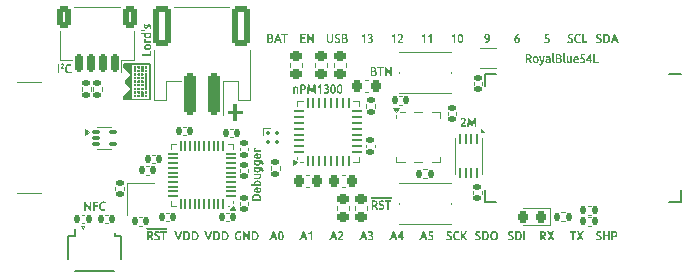
<source format=gbr>
%TF.GenerationSoftware,KiCad,Pcbnew,9.0.0-rc2-3baa6cd791~182~ubuntu24.04.1*%
%TF.CreationDate,2025-02-03T21:50:49-05:00*%
%TF.ProjectId,RoyalBlue54L-Feather,526f7961-6c42-46c7-9565-35344c2d4665,rev?*%
%TF.SameCoordinates,Original*%
%TF.FileFunction,Legend,Top*%
%TF.FilePolarity,Positive*%
%FSLAX46Y46*%
G04 Gerber Fmt 4.6, Leading zero omitted, Abs format (unit mm)*
G04 Created by KiCad (PCBNEW 9.0.0-rc2-3baa6cd791~182~ubuntu24.04.1) date 2025-02-03 21:50:49*
%MOMM*%
%LPD*%
G01*
G04 APERTURE LIST*
G04 Aperture macros list*
%AMRoundRect*
0 Rectangle with rounded corners*
0 $1 Rounding radius*
0 $2 $3 $4 $5 $6 $7 $8 $9 X,Y pos of 4 corners*
0 Add a 4 corners polygon primitive as box body*
4,1,4,$2,$3,$4,$5,$6,$7,$8,$9,$2,$3,0*
0 Add four circle primitives for the rounded corners*
1,1,$1+$1,$2,$3*
1,1,$1+$1,$4,$5*
1,1,$1+$1,$6,$7*
1,1,$1+$1,$8,$9*
0 Add four rect primitives between the rounded corners*
20,1,$1+$1,$2,$3,$4,$5,0*
20,1,$1+$1,$4,$5,$6,$7,0*
20,1,$1+$1,$6,$7,$8,$9,0*
20,1,$1+$1,$8,$9,$2,$3,0*%
%AMOutline5P*
0 Free polygon, 5 corners , with rotation*
0 The origin of the aperture is its center*
0 number of corners: always 5*
0 $1 to $10 corner X, Y*
0 $11 Rotation angle, in degrees counterclockwise*
0 create outline with 5 corners*
4,1,5,$1,$2,$3,$4,$5,$6,$7,$8,$9,$10,$1,$2,$11*%
%AMOutline6P*
0 Free polygon, 6 corners , with rotation*
0 The origin of the aperture is its center*
0 number of corners: always 6*
0 $1 to $12 corner X, Y*
0 $13 Rotation angle, in degrees counterclockwise*
0 create outline with 6 corners*
4,1,6,$1,$2,$3,$4,$5,$6,$7,$8,$9,$10,$11,$12,$1,$2,$13*%
%AMOutline7P*
0 Free polygon, 7 corners , with rotation*
0 The origin of the aperture is its center*
0 number of corners: always 7*
0 $1 to $14 corner X, Y*
0 $15 Rotation angle, in degrees counterclockwise*
0 create outline with 7 corners*
4,1,7,$1,$2,$3,$4,$5,$6,$7,$8,$9,$10,$11,$12,$13,$14,$1,$2,$15*%
%AMOutline8P*
0 Free polygon, 8 corners , with rotation*
0 The origin of the aperture is its center*
0 number of corners: always 8*
0 $1 to $16 corner X, Y*
0 $17 Rotation angle, in degrees counterclockwise*
0 create outline with 8 corners*
4,1,8,$1,$2,$3,$4,$5,$6,$7,$8,$9,$10,$11,$12,$13,$14,$15,$16,$1,$2,$17*%
%AMFreePoly0*
4,1,15,0.140000,-0.355000,0.137310,-0.355000,0.137310,-0.382313,0.116406,-0.432780,0.077780,-0.471406,0.027313,-0.492310,-0.027313,-0.492310,-0.077780,-0.471406,-0.116406,-0.432780,-0.137310,-0.382313,-0.137310,-0.355000,-0.140000,-0.355000,-0.140000,0.355000,0.140000,0.355000,0.140000,-0.355000,0.140000,-0.355000,$1*%
%AMFreePoly1*
4,1,15,0.355000,0.137310,0.382313,0.137310,0.432780,0.116406,0.471406,0.077780,0.492310,0.027313,0.492310,-0.027313,0.471406,-0.077780,0.432780,-0.116406,0.382313,-0.137310,0.355000,-0.137310,0.355000,-0.140000,-0.355000,-0.140000,-0.355000,0.140000,0.355000,0.140000,0.355000,0.137310,0.355000,0.137310,$1*%
%AMFreePoly2*
4,1,15,0.077780,0.471406,0.116406,0.432780,0.137310,0.382313,0.137310,0.355000,0.140000,0.355000,0.140000,-0.355000,-0.140000,-0.355000,-0.140000,0.355000,-0.137310,0.355000,-0.137310,0.382313,-0.116406,0.432780,-0.077780,0.471406,-0.027313,0.492310,0.027313,0.492310,0.077780,0.471406,0.077780,0.471406,$1*%
%AMFreePoly3*
4,1,15,0.355000,-0.140000,-0.355000,-0.140000,-0.355000,-0.137310,-0.382313,-0.137310,-0.432780,-0.116406,-0.471406,-0.077780,-0.492310,-0.027313,-0.492310,0.027313,-0.471406,0.077780,-0.432780,0.116406,-0.382313,0.137310,-0.355000,0.137310,-0.355000,0.140000,0.355000,0.140000,0.355000,-0.140000,0.355000,-0.140000,$1*%
G04 Aperture macros list end*
%ADD10C,0.160000*%
%ADD11C,0.120000*%
%ADD12C,0.150000*%
%ADD13C,0.100000*%
%ADD14C,0.000000*%
%ADD15C,0.130000*%
%ADD16C,2.500000*%
%ADD17RoundRect,0.140000X-0.140000X-0.170000X0.140000X-0.170000X0.140000X0.170000X-0.140000X0.170000X0*%
%ADD18RoundRect,0.135000X0.135000X0.185000X-0.135000X0.185000X-0.135000X-0.185000X0.135000X-0.185000X0*%
%ADD19RoundRect,0.250000X0.250000X1.500000X-0.250000X1.500000X-0.250000X-1.500000X0.250000X-1.500000X0*%
%ADD20RoundRect,0.250001X0.499999X1.449999X-0.499999X1.449999X-0.499999X-1.449999X0.499999X-1.449999X0*%
%ADD21C,0.400000*%
%ADD22R,0.500000X0.400000*%
%ADD23RoundRect,0.135000X-0.135000X-0.185000X0.135000X-0.185000X0.135000X0.185000X-0.135000X0.185000X0*%
%ADD24RoundRect,0.140000X-0.170000X0.140000X-0.170000X-0.140000X0.170000X-0.140000X0.170000X0.140000X0*%
%ADD25RoundRect,0.100000X-0.100000X-0.100000X0.100000X-0.100000X0.100000X0.100000X-0.100000X0.100000X0*%
%ADD26RoundRect,0.062500X0.062500X-0.337500X0.062500X0.337500X-0.062500X0.337500X-0.062500X-0.337500X0*%
%ADD27RoundRect,0.062500X0.337500X-0.062500X0.337500X0.062500X-0.337500X0.062500X-0.337500X-0.062500X0*%
%ADD28R,3.600000X3.600000*%
%ADD29RoundRect,0.135000X0.185000X-0.135000X0.185000X0.135000X-0.185000X0.135000X-0.185000X-0.135000X0*%
%ADD30RoundRect,0.140000X0.170000X-0.140000X0.170000X0.140000X-0.170000X0.140000X-0.170000X-0.140000X0*%
%ADD31C,0.650000*%
%ADD32R,1.450000X0.600000*%
%ADD33R,1.450000X0.300000*%
%ADD34O,2.100000X1.000000*%
%ADD35O,1.600000X1.000000*%
%ADD36RoundRect,0.062500X-0.062500X0.387500X-0.062500X-0.387500X0.062500X-0.387500X0.062500X0.387500X0*%
%ADD37R,1.600000X0.200000*%
%ADD38RoundRect,0.225000X0.250000X-0.225000X0.250000X0.225000X-0.250000X0.225000X-0.250000X-0.225000X0*%
%ADD39R,0.800000X0.900000*%
%ADD40RoundRect,0.140000X0.140000X0.170000X-0.140000X0.170000X-0.140000X-0.170000X0.140000X-0.170000X0*%
%ADD41RoundRect,0.135000X-0.185000X0.135000X-0.185000X-0.135000X0.185000X-0.135000X0.185000X0.135000X0*%
%ADD42RoundRect,0.218750X0.218750X0.256250X-0.218750X0.256250X-0.218750X-0.256250X0.218750X-0.256250X0*%
%ADD43R,1.050000X0.650000*%
%ADD44FreePoly0,0.000000*%
%ADD45FreePoly1,0.000000*%
%ADD46FreePoly2,0.000000*%
%ADD47FreePoly3,0.000000*%
%ADD48R,2.050000X2.550000*%
%ADD49RoundRect,0.225000X-0.225000X-0.250000X0.225000X-0.250000X0.225000X0.250000X-0.225000X0.250000X0*%
%ADD50R,1.000000X1.800000*%
%ADD51R,0.300000X0.800000*%
%ADD52R,0.400000X0.800000*%
%ADD53RoundRect,0.087500X-0.250000X-0.087500X0.250000X-0.087500X0.250000X0.087500X-0.250000X0.087500X0*%
%ADD54RoundRect,0.218750X0.256250X-0.218750X0.256250X0.218750X-0.256250X0.218750X-0.256250X-0.218750X0*%
%ADD55RoundRect,0.150000X0.150000X0.625000X-0.150000X0.625000X-0.150000X-0.625000X0.150000X-0.625000X0*%
%ADD56RoundRect,0.250000X0.350000X0.650000X-0.350000X0.650000X-0.350000X-0.650000X0.350000X-0.650000X0*%
%ADD57RoundRect,0.225000X0.225000X0.250000X-0.225000X0.250000X-0.225000X-0.250000X0.225000X-0.250000X0*%
%ADD58RoundRect,0.062500X0.350000X0.062500X-0.350000X0.062500X-0.350000X-0.062500X0.350000X-0.062500X0*%
%ADD59RoundRect,0.062500X0.062500X0.350000X-0.062500X0.350000X-0.062500X-0.350000X0.062500X-0.350000X0*%
%ADD60O,1.700000X1.700000*%
%ADD61Outline8P,-0.850000X0.425000X-0.425000X0.850000X0.425000X0.850000X0.850000X0.425000X0.850000X-0.425000X0.425000X-0.850000X-0.425000X-0.850000X-0.850000X-0.425000X270.000000*%
%ADD62R,1.700000X1.700000*%
%ADD63C,0.990600*%
G04 APERTURE END LIST*
D10*
G36*
X88510717Y-49219689D02*
G01*
X88569446Y-49229061D01*
X88620725Y-49243913D01*
X88665572Y-49263921D01*
X88706835Y-49290065D01*
X88742359Y-49320906D01*
X88772552Y-49356797D01*
X88797561Y-49398304D01*
X88821124Y-49457393D01*
X88835993Y-49525307D01*
X88841232Y-49603510D01*
X88837177Y-49697330D01*
X88831065Y-49749365D01*
X88821057Y-49798758D01*
X88067031Y-49798758D01*
X88057685Y-49749158D01*
X88051644Y-49695364D01*
X88047443Y-49599578D01*
X88047947Y-49591756D01*
X88177917Y-49591756D01*
X88179187Y-49633900D01*
X88182411Y-49664974D01*
X88706263Y-49664974D01*
X88708657Y-49638901D01*
X88709927Y-49595646D01*
X88704760Y-49534484D01*
X88690509Y-49485317D01*
X88668444Y-49445868D01*
X88638950Y-49414375D01*
X88601651Y-49389149D01*
X88557572Y-49370653D01*
X88505384Y-49358980D01*
X88443360Y-49354835D01*
X88378802Y-49358951D01*
X88325733Y-49370411D01*
X88282090Y-49388318D01*
X88246256Y-49412409D01*
X88218052Y-49442818D01*
X88196792Y-49481493D01*
X88182961Y-49530330D01*
X88177917Y-49591756D01*
X88047947Y-49591756D01*
X88052345Y-49523440D01*
X88066304Y-49456779D01*
X88088475Y-49398304D01*
X88112187Y-49357168D01*
X88141330Y-49321460D01*
X88176071Y-49290621D01*
X88216849Y-49264306D01*
X88261124Y-49244299D01*
X88312780Y-49229316D01*
X88373050Y-49219776D01*
X88443360Y-49216392D01*
X88510717Y-49219689D01*
G37*
G36*
X88556738Y-48648814D02*
G01*
X88584777Y-48650652D01*
X88584777Y-48987548D01*
X88624826Y-48980412D01*
X88657507Y-48966030D01*
X88684330Y-48944293D01*
X88703601Y-48916839D01*
X88716032Y-48881503D01*
X88720576Y-48836112D01*
X88718273Y-48794307D01*
X88711637Y-48756525D01*
X88701493Y-48721567D01*
X88691462Y-48697711D01*
X88810702Y-48679802D01*
X88821799Y-48704525D01*
X88834930Y-48749387D01*
X88843809Y-48798727D01*
X88846849Y-48851798D01*
X88841913Y-48912396D01*
X88828191Y-48962140D01*
X88806794Y-49002978D01*
X88776611Y-49039189D01*
X88740424Y-49068166D01*
X88697617Y-49090558D01*
X88650501Y-49106184D01*
X88598871Y-49115796D01*
X88541937Y-49119110D01*
X88473814Y-49114859D01*
X88416810Y-49102940D01*
X88369013Y-49084189D01*
X88325856Y-49058105D01*
X88291462Y-49028184D01*
X88264868Y-48994173D01*
X88245383Y-48956470D01*
X88233847Y-48917847D01*
X88229990Y-48877786D01*
X88230135Y-48876076D01*
X88351525Y-48876076D01*
X88356459Y-48909540D01*
X88370136Y-48934975D01*
X88391461Y-48955458D01*
X88418448Y-48970750D01*
X88449025Y-48981091D01*
X88482000Y-48987035D01*
X88482000Y-48772425D01*
X88447802Y-48776052D01*
X88417177Y-48784692D01*
X88390414Y-48798767D01*
X88369599Y-48818245D01*
X88356355Y-48842860D01*
X88351525Y-48876076D01*
X88230135Y-48876076D01*
X88233945Y-48831149D01*
X88245225Y-48790700D01*
X88263304Y-48755414D01*
X88288845Y-48724103D01*
X88321703Y-48697747D01*
X88362858Y-48676041D01*
X88408147Y-48661061D01*
X88462669Y-48651420D01*
X88528210Y-48647959D01*
X88556738Y-48648814D01*
G37*
G36*
X88600422Y-48063763D02*
G01*
X88654376Y-48074523D01*
X88701672Y-48091751D01*
X88744388Y-48116047D01*
X88779775Y-48146121D01*
X88808503Y-48182493D01*
X88828947Y-48223083D01*
X88841756Y-48269958D01*
X88846263Y-48324356D01*
X88841623Y-48399454D01*
X88829362Y-48470877D01*
X88813242Y-48529178D01*
X87986675Y-48529178D01*
X87962886Y-48401292D01*
X88263304Y-48401292D01*
X88251693Y-48377542D01*
X88241665Y-48349745D01*
X88235116Y-48320083D01*
X88234372Y-48309139D01*
X88357387Y-48309139D01*
X88359692Y-48336129D01*
X88366521Y-48361713D01*
X88376754Y-48385196D01*
X88387087Y-48401292D01*
X88713004Y-48401292D01*
X88718329Y-48370304D01*
X88720820Y-48325339D01*
X88718118Y-48297005D01*
X88710448Y-48272884D01*
X88698154Y-48252206D01*
X88671143Y-48226248D01*
X88633772Y-48206771D01*
X88589676Y-48195234D01*
X88535196Y-48191085D01*
X88494392Y-48192902D01*
X88460164Y-48197966D01*
X88429041Y-48207010D01*
X88404184Y-48219508D01*
X88383915Y-48236066D01*
X88369306Y-48256224D01*
X88360547Y-48279691D01*
X88357387Y-48309139D01*
X88234372Y-48309139D01*
X88232823Y-48286358D01*
X88237383Y-48238362D01*
X88250314Y-48197568D01*
X88271023Y-48162661D01*
X88299533Y-48132158D01*
X88334884Y-48106762D01*
X88378001Y-48086237D01*
X88424737Y-48072039D01*
X88477910Y-48063121D01*
X88538566Y-48059993D01*
X88600422Y-48063763D01*
G37*
G36*
X88844896Y-47727542D02*
G01*
X88840463Y-47783295D01*
X88828433Y-47826736D01*
X88810164Y-47860343D01*
X88783945Y-47889417D01*
X88752189Y-47911820D01*
X88714128Y-47928090D01*
X88672682Y-47938595D01*
X88625708Y-47945215D01*
X88572418Y-47947538D01*
X88245133Y-47947538D01*
X88245133Y-47819652D01*
X88551706Y-47819652D01*
X88608725Y-47817042D01*
X88648622Y-47810334D01*
X88681334Y-47797284D01*
X88702502Y-47778619D01*
X88714835Y-47753677D01*
X88719452Y-47718481D01*
X88716961Y-47675225D01*
X88711881Y-47641288D01*
X88245133Y-47641288D01*
X88245133Y-47513659D01*
X88811825Y-47513659D01*
X88834100Y-47605427D01*
X88842100Y-47663108D01*
X88844896Y-47727542D01*
G37*
G36*
X88838838Y-46940525D02*
G01*
X88895387Y-46953209D01*
X88940310Y-46972776D01*
X88975761Y-46998868D01*
X89003097Y-47031652D01*
X89023922Y-47073427D01*
X89037554Y-47126249D01*
X89042537Y-47192663D01*
X89040181Y-47239630D01*
X89033158Y-47285542D01*
X89022238Y-47329937D01*
X89009222Y-47368591D01*
X88885782Y-47345809D01*
X88898772Y-47312900D01*
X88909424Y-47275583D01*
X88916136Y-47236141D01*
X88918510Y-47190696D01*
X88914422Y-47147026D01*
X88903807Y-47116624D01*
X88885393Y-47092344D01*
X88860527Y-47076061D01*
X88830160Y-47066678D01*
X88792530Y-47063324D01*
X88767324Y-47063324D01*
X88788036Y-47111452D01*
X88794431Y-47139620D01*
X88796731Y-47173557D01*
X88793007Y-47218109D01*
X88782353Y-47257087D01*
X88765224Y-47291398D01*
X88741030Y-47321982D01*
X88710261Y-47347459D01*
X88672118Y-47368206D01*
X88629966Y-47382601D01*
X88580060Y-47391778D01*
X88520932Y-47395048D01*
X88464305Y-47391438D01*
X88414263Y-47381065D01*
X88369745Y-47364316D01*
X88329627Y-47340810D01*
X88296070Y-47311511D01*
X88268531Y-47275839D01*
X88248881Y-47236198D01*
X88236568Y-47190486D01*
X88232237Y-47137525D01*
X88232282Y-47136542D01*
X88351525Y-47136542D01*
X88354136Y-47163928D01*
X88361532Y-47187123D01*
X88373360Y-47206896D01*
X88399061Y-47231634D01*
X88433444Y-47249767D01*
X88473521Y-47260442D01*
X88521176Y-47264213D01*
X88559517Y-47262094D01*
X88590492Y-47256263D01*
X88618058Y-47246345D01*
X88639243Y-47233695D01*
X88655978Y-47217601D01*
X88667917Y-47198433D01*
X88674983Y-47176891D01*
X88677443Y-47152228D01*
X88675293Y-47125898D01*
X88669041Y-47101920D01*
X88659531Y-47079813D01*
X88649452Y-47063537D01*
X88359341Y-47063537D01*
X88353919Y-47092944D01*
X88351525Y-47136542D01*
X88232282Y-47136542D01*
X88234798Y-47081741D01*
X88242446Y-47026950D01*
X88253796Y-46974772D01*
X88265258Y-46935908D01*
X88767861Y-46935908D01*
X88838838Y-46940525D01*
G37*
G36*
X88838838Y-46363330D02*
G01*
X88895387Y-46376015D01*
X88940310Y-46395582D01*
X88975761Y-46421673D01*
X89003097Y-46454458D01*
X89023922Y-46496232D01*
X89037554Y-46549055D01*
X89042537Y-46615468D01*
X89040181Y-46662435D01*
X89033158Y-46708347D01*
X89022238Y-46752743D01*
X89009222Y-46791396D01*
X88885782Y-46768614D01*
X88898772Y-46735705D01*
X88909424Y-46698388D01*
X88916136Y-46658946D01*
X88918510Y-46613502D01*
X88914422Y-46569831D01*
X88903807Y-46539429D01*
X88885393Y-46515149D01*
X88860527Y-46498866D01*
X88830160Y-46489484D01*
X88792530Y-46486129D01*
X88767324Y-46486129D01*
X88788036Y-46534257D01*
X88794431Y-46562426D01*
X88796731Y-46596362D01*
X88793007Y-46640914D01*
X88782353Y-46679893D01*
X88765224Y-46714203D01*
X88741030Y-46744787D01*
X88710261Y-46770265D01*
X88672118Y-46791011D01*
X88629966Y-46805406D01*
X88580060Y-46814584D01*
X88520932Y-46817854D01*
X88464305Y-46814243D01*
X88414263Y-46803870D01*
X88369745Y-46787122D01*
X88329627Y-46763615D01*
X88296070Y-46734316D01*
X88268531Y-46698645D01*
X88248881Y-46659003D01*
X88236568Y-46613291D01*
X88232237Y-46560330D01*
X88232282Y-46559347D01*
X88351525Y-46559347D01*
X88354136Y-46586733D01*
X88361532Y-46609928D01*
X88373360Y-46629701D01*
X88399061Y-46654439D01*
X88433444Y-46672572D01*
X88473521Y-46683248D01*
X88521176Y-46687019D01*
X88559517Y-46684899D01*
X88590492Y-46679069D01*
X88618058Y-46669150D01*
X88639243Y-46656501D01*
X88655978Y-46640407D01*
X88667917Y-46621238D01*
X88674983Y-46599696D01*
X88677443Y-46575033D01*
X88675293Y-46548703D01*
X88669041Y-46524726D01*
X88659531Y-46502618D01*
X88649452Y-46486343D01*
X88359341Y-46486343D01*
X88353919Y-46515750D01*
X88351525Y-46559347D01*
X88232282Y-46559347D01*
X88234798Y-46504546D01*
X88242446Y-46449755D01*
X88253796Y-46397577D01*
X88265258Y-46358714D01*
X88767861Y-46358714D01*
X88838838Y-46363330D01*
G37*
G36*
X88556738Y-45770363D02*
G01*
X88584777Y-45772201D01*
X88584777Y-46109097D01*
X88624826Y-46101961D01*
X88657507Y-46087579D01*
X88684330Y-46065842D01*
X88703601Y-46038388D01*
X88716032Y-46003052D01*
X88720576Y-45957661D01*
X88718273Y-45915856D01*
X88711637Y-45878074D01*
X88701493Y-45843117D01*
X88691462Y-45819261D01*
X88810702Y-45801351D01*
X88821799Y-45826075D01*
X88834930Y-45870936D01*
X88843809Y-45920276D01*
X88846849Y-45973347D01*
X88841913Y-46033945D01*
X88828191Y-46083689D01*
X88806794Y-46124528D01*
X88776611Y-46160738D01*
X88740424Y-46189715D01*
X88697617Y-46212107D01*
X88650501Y-46227733D01*
X88598871Y-46237345D01*
X88541937Y-46240659D01*
X88473814Y-46236408D01*
X88416810Y-46224489D01*
X88369013Y-46205738D01*
X88325856Y-46179654D01*
X88291462Y-46149733D01*
X88264868Y-46115723D01*
X88245383Y-46078019D01*
X88233847Y-46039396D01*
X88229990Y-45999335D01*
X88230135Y-45997625D01*
X88351525Y-45997625D01*
X88356459Y-46031089D01*
X88370136Y-46056524D01*
X88391461Y-46077008D01*
X88418448Y-46092300D01*
X88449025Y-46102640D01*
X88482000Y-46108585D01*
X88482000Y-45893974D01*
X88447802Y-45897601D01*
X88417177Y-45906242D01*
X88390414Y-45920316D01*
X88369599Y-45939794D01*
X88356355Y-45964409D01*
X88351525Y-45997625D01*
X88230135Y-45997625D01*
X88233945Y-45952699D01*
X88245225Y-45912249D01*
X88263304Y-45876963D01*
X88288845Y-45845652D01*
X88321703Y-45819297D01*
X88362858Y-45797590D01*
X88408147Y-45782610D01*
X88462669Y-45772970D01*
X88528210Y-45769508D01*
X88556738Y-45770363D01*
G37*
G36*
X88832000Y-45650727D02*
G01*
X88275370Y-45650727D01*
X88261393Y-45612889D01*
X88246794Y-45563746D01*
X88236690Y-45510702D01*
X88233067Y-45447615D01*
X88235900Y-45408420D01*
X88243032Y-45364822D01*
X88254072Y-45329774D01*
X88375314Y-45351829D01*
X88364128Y-45394699D01*
X88359774Y-45421478D01*
X88358217Y-45453000D01*
X88361881Y-45493093D01*
X88369159Y-45522841D01*
X88832000Y-45522841D01*
X88832000Y-45650727D01*
G37*
G36*
X114996689Y-36447973D02*
G01*
X114938227Y-36445332D01*
X114891489Y-36438154D01*
X114854570Y-36427408D01*
X114804010Y-36406122D01*
X114775198Y-36389990D01*
X114813666Y-36267380D01*
X114843999Y-36283780D01*
X114886413Y-36301134D01*
X114934001Y-36312829D01*
X114996689Y-36317205D01*
X115041806Y-36313679D01*
X115072243Y-36304701D01*
X115092005Y-36292000D01*
X115107181Y-36273294D01*
X115116268Y-36250832D01*
X115119446Y-36223416D01*
X115115289Y-36192868D01*
X115103374Y-36168657D01*
X115084422Y-36148629D01*
X115055118Y-36128748D01*
X115020524Y-36111371D01*
X114973394Y-36091525D01*
X114927547Y-36070115D01*
X114884105Y-36045363D01*
X114845379Y-36014484D01*
X114815119Y-35976047D01*
X114800936Y-35946130D01*
X114791906Y-35909466D01*
X114788661Y-35864428D01*
X114792154Y-35818442D01*
X114802167Y-35778465D01*
X114818410Y-35743381D01*
X114840625Y-35712686D01*
X114868417Y-35686791D01*
X114902570Y-35665517D01*
X114939588Y-35650795D01*
X114982245Y-35641492D01*
X115031482Y-35638210D01*
X115094903Y-35642637D01*
X115146715Y-35654868D01*
X115193654Y-35673244D01*
X115227242Y-35691406D01*
X115187791Y-35812942D01*
X115158040Y-35796337D01*
X115123079Y-35781727D01*
X115085134Y-35772150D01*
X115038577Y-35768685D01*
X115000805Y-35771410D01*
X114973298Y-35778568D01*
X114953690Y-35789006D01*
X114938294Y-35804818D01*
X114928983Y-35825495D01*
X114925651Y-35852655D01*
X114929933Y-35881678D01*
X114942278Y-35904484D01*
X114961178Y-35922953D01*
X114987371Y-35939752D01*
X115051571Y-35969697D01*
X115115372Y-35999474D01*
X115164154Y-36028120D01*
X115192817Y-36050606D01*
X115215783Y-36075768D01*
X115233696Y-36103737D01*
X115246359Y-36135050D01*
X115254592Y-36174323D01*
X115257589Y-36223416D01*
X115254118Y-36269982D01*
X115244201Y-36310186D01*
X115228183Y-36345196D01*
X115206046Y-36375437D01*
X115177310Y-36400939D01*
X115140860Y-36421790D01*
X115101574Y-36435684D01*
X115054013Y-36444715D01*
X114996689Y-36447973D01*
G37*
G36*
X115679842Y-36447973D02*
G01*
X115611096Y-36442355D01*
X115551829Y-36426393D01*
X115500495Y-36400932D01*
X115465390Y-36374721D01*
X115434906Y-36343318D01*
X115408677Y-36306380D01*
X115386543Y-36263325D01*
X115365470Y-36201355D01*
X115352095Y-36128693D01*
X115347349Y-36043360D01*
X115350400Y-35979464D01*
X115359164Y-35922356D01*
X115373208Y-35871169D01*
X115393087Y-35822656D01*
X115417167Y-35780357D01*
X115445485Y-35743625D01*
X115478095Y-35711840D01*
X115514022Y-35685689D01*
X115553624Y-35664979D01*
X115595376Y-35650248D01*
X115639680Y-35641270D01*
X115686938Y-35638210D01*
X115741421Y-35641207D01*
X115785288Y-35649397D01*
X115825246Y-35661802D01*
X115854232Y-35674163D01*
X115892230Y-35695900D01*
X115853035Y-35820220D01*
X115821676Y-35803348D01*
X115782467Y-35787736D01*
X115739798Y-35777426D01*
X115688177Y-35773716D01*
X115651900Y-35776984D01*
X115618336Y-35786575D01*
X115586963Y-35802439D01*
X115558888Y-35824532D01*
X115534586Y-35853482D01*
X115513831Y-35890220D01*
X115499304Y-35930791D01*
X115489910Y-35980454D01*
X115486518Y-36041113D01*
X115489020Y-36092950D01*
X115496205Y-36139249D01*
X115507718Y-36180722D01*
X115524752Y-36219014D01*
X115546821Y-36250903D01*
X115574226Y-36277150D01*
X115605870Y-36296049D01*
X115644529Y-36308092D01*
X115691853Y-36312418D01*
X115755318Y-36308262D01*
X115799265Y-36297617D01*
X115864063Y-36269041D01*
X115900821Y-36392530D01*
X115868614Y-36410265D01*
X115815422Y-36430046D01*
X115755413Y-36443156D01*
X115679842Y-36447973D01*
G37*
G36*
X116002035Y-36432000D02*
G01*
X116002035Y-35655845D01*
X116135819Y-35655845D01*
X116135819Y-36300401D01*
X116440830Y-36300401D01*
X116440830Y-36432000D01*
X116002035Y-36432000D01*
G37*
G36*
X104740611Y-53147973D02*
G01*
X104682149Y-53145332D01*
X104635411Y-53138154D01*
X104598492Y-53127408D01*
X104547932Y-53106122D01*
X104519120Y-53089990D01*
X104557588Y-52967380D01*
X104587921Y-52983780D01*
X104630335Y-53001134D01*
X104677923Y-53012829D01*
X104740611Y-53017205D01*
X104785728Y-53013679D01*
X104816165Y-53004701D01*
X104835927Y-52992000D01*
X104851103Y-52973294D01*
X104860190Y-52950832D01*
X104863368Y-52923416D01*
X104859211Y-52892868D01*
X104847296Y-52868657D01*
X104828344Y-52848629D01*
X104799040Y-52828748D01*
X104764446Y-52811371D01*
X104717316Y-52791525D01*
X104671469Y-52770115D01*
X104628027Y-52745363D01*
X104589301Y-52714484D01*
X104559041Y-52676047D01*
X104544858Y-52646130D01*
X104535828Y-52609466D01*
X104532583Y-52564428D01*
X104536076Y-52518442D01*
X104546089Y-52478465D01*
X104562332Y-52443381D01*
X104584547Y-52412686D01*
X104612339Y-52386791D01*
X104646492Y-52365517D01*
X104683510Y-52350795D01*
X104726167Y-52341492D01*
X104775404Y-52338210D01*
X104838825Y-52342637D01*
X104890637Y-52354868D01*
X104937576Y-52373244D01*
X104971164Y-52391406D01*
X104931713Y-52512942D01*
X104901962Y-52496337D01*
X104867001Y-52481727D01*
X104829056Y-52472150D01*
X104782499Y-52468685D01*
X104744727Y-52471410D01*
X104717220Y-52478568D01*
X104697612Y-52489006D01*
X104682216Y-52504818D01*
X104672905Y-52525495D01*
X104669573Y-52552655D01*
X104673855Y-52581678D01*
X104686200Y-52604484D01*
X104705100Y-52622953D01*
X104731293Y-52639752D01*
X104795493Y-52669697D01*
X104859294Y-52699474D01*
X104908076Y-52728120D01*
X104936739Y-52750606D01*
X104959705Y-52775768D01*
X104977618Y-52803737D01*
X104990281Y-52835050D01*
X104998514Y-52874323D01*
X105001511Y-52923416D01*
X104998040Y-52969982D01*
X104988123Y-53010186D01*
X104972105Y-53045196D01*
X104949968Y-53075437D01*
X104921232Y-53100939D01*
X104884782Y-53121790D01*
X104845496Y-53135684D01*
X104797935Y-53144715D01*
X104740611Y-53147973D01*
G37*
G36*
X105423764Y-53147973D02*
G01*
X105355018Y-53142355D01*
X105295751Y-53126393D01*
X105244417Y-53100932D01*
X105209312Y-53074721D01*
X105178828Y-53043318D01*
X105152599Y-53006380D01*
X105130465Y-52963325D01*
X105109392Y-52901355D01*
X105096017Y-52828693D01*
X105091271Y-52743360D01*
X105094322Y-52679464D01*
X105103086Y-52622356D01*
X105117130Y-52571169D01*
X105137009Y-52522656D01*
X105161089Y-52480357D01*
X105189407Y-52443625D01*
X105222017Y-52411840D01*
X105257944Y-52385689D01*
X105297546Y-52364979D01*
X105339298Y-52350248D01*
X105383602Y-52341270D01*
X105430860Y-52338210D01*
X105485343Y-52341207D01*
X105529210Y-52349397D01*
X105569168Y-52361802D01*
X105598154Y-52374163D01*
X105636152Y-52395900D01*
X105596957Y-52520220D01*
X105565598Y-52503348D01*
X105526389Y-52487736D01*
X105483720Y-52477426D01*
X105432099Y-52473716D01*
X105395822Y-52476984D01*
X105362258Y-52486575D01*
X105330885Y-52502439D01*
X105302810Y-52524532D01*
X105278508Y-52553482D01*
X105257753Y-52590220D01*
X105243226Y-52630791D01*
X105233832Y-52680454D01*
X105230440Y-52741113D01*
X105232942Y-52792950D01*
X105240127Y-52839249D01*
X105251640Y-52880722D01*
X105268674Y-52919014D01*
X105290743Y-52950903D01*
X105318148Y-52977150D01*
X105349792Y-52996049D01*
X105388451Y-53008092D01*
X105435775Y-53012418D01*
X105499240Y-53008262D01*
X105543187Y-52997617D01*
X105607985Y-52969041D01*
X105644743Y-53092530D01*
X105612536Y-53110265D01*
X105559344Y-53130046D01*
X105499335Y-53143156D01*
X105423764Y-53147973D01*
G37*
G36*
X105745957Y-53132000D02*
G01*
X105745957Y-52355845D01*
X105879741Y-52355845D01*
X105879741Y-52664421D01*
X105944496Y-52587826D01*
X106011517Y-52506787D01*
X106075117Y-52427408D01*
X106131324Y-52355845D01*
X106290112Y-52355845D01*
X106220485Y-52445726D01*
X106147010Y-52537268D01*
X106071185Y-52627882D01*
X105995103Y-52714784D01*
X106036187Y-52753263D01*
X106078537Y-52798364D01*
X106119638Y-52846910D01*
X106160602Y-52899627D01*
X106238009Y-53012760D01*
X106307508Y-53132000D01*
X106149703Y-53132000D01*
X106095420Y-53042997D01*
X106028528Y-52949892D01*
X105954797Y-52862648D01*
X105916512Y-52823996D01*
X105879741Y-52791525D01*
X105879741Y-53132000D01*
X105745957Y-53132000D01*
G37*
G36*
X92553564Y-52523151D02*
G01*
X92618361Y-52702083D01*
X92685510Y-52901434D01*
X92758771Y-53132000D01*
X92615198Y-53132000D01*
X92588613Y-53043095D01*
X92561300Y-52954191D01*
X92281978Y-52954191D01*
X92254409Y-53043095D01*
X92228080Y-53132000D01*
X92089167Y-53132000D01*
X92184988Y-52831581D01*
X92314078Y-52831581D01*
X92528474Y-52831581D01*
X92496588Y-52732174D01*
X92466967Y-52643709D01*
X92441108Y-52569362D01*
X92420677Y-52512062D01*
X92401529Y-52569362D01*
X92376054Y-52643709D01*
X92346049Y-52732174D01*
X92314078Y-52831581D01*
X92184988Y-52831581D01*
X92185081Y-52831288D01*
X92272190Y-52580548D01*
X92315823Y-52465934D01*
X92360624Y-52355845D01*
X92487313Y-52355845D01*
X92553564Y-52523151D01*
G37*
G36*
X93022834Y-53132000D02*
G01*
X93022834Y-52549578D01*
X92981074Y-52579571D01*
X92932177Y-52607170D01*
X92881741Y-52629397D01*
X92843272Y-52516556D01*
X92900775Y-52487335D01*
X92959874Y-52450220D01*
X93014934Y-52406056D01*
X93061302Y-52355845D01*
X93150719Y-52355845D01*
X93150719Y-53132000D01*
X93022834Y-53132000D01*
G37*
G36*
X86941549Y-53146849D02*
G01*
X86876630Y-53141293D01*
X86819135Y-53125302D01*
X86767843Y-53099418D01*
X86732652Y-53073083D01*
X86701753Y-53041618D01*
X86674822Y-53004692D01*
X86651712Y-52961762D01*
X86629384Y-52899930D01*
X86615283Y-52827784D01*
X86610294Y-52743360D01*
X86613383Y-52678070D01*
X86622219Y-52620251D01*
X86636310Y-52568939D01*
X86655388Y-52523297D01*
X86689296Y-52467412D01*
X86729586Y-52421869D01*
X86776776Y-52385691D01*
X86829032Y-52359486D01*
X86885061Y-52343621D01*
X86945737Y-52338210D01*
X87005082Y-52341203D01*
X87051910Y-52349299D01*
X87094437Y-52361603D01*
X87125170Y-52373919D01*
X87164493Y-52396145D01*
X87125299Y-52519634D01*
X87093037Y-52501731D01*
X87052765Y-52485782D01*
X87009501Y-52475373D01*
X86961167Y-52471762D01*
X86915158Y-52475680D01*
X86876536Y-52486695D01*
X86844010Y-52504100D01*
X86815411Y-52528629D01*
X86791928Y-52559346D01*
X86773229Y-52597059D01*
X86760471Y-52638346D01*
X86752348Y-52686702D01*
X86749464Y-52743360D01*
X86752154Y-52797009D01*
X86759845Y-52844369D01*
X86772117Y-52886291D01*
X86790055Y-52924980D01*
X86812493Y-52956623D01*
X86839650Y-52982083D01*
X86870829Y-53000451D01*
X86907716Y-53011991D01*
X86951593Y-53016082D01*
X87003995Y-53013737D01*
X87038830Y-53007680D01*
X87038830Y-52731588D01*
X87172572Y-52731588D01*
X87172572Y-53107380D01*
X87142900Y-53118232D01*
X87087942Y-53132830D01*
X87025097Y-53143004D01*
X86941549Y-53146849D01*
G37*
G36*
X87316956Y-53132000D02*
G01*
X87316956Y-52355845D01*
X87425479Y-52355845D01*
X87488311Y-52436200D01*
X87556656Y-52533800D01*
X87626754Y-52640778D01*
X87693859Y-52749418D01*
X87753528Y-52852293D01*
X87753528Y-52355845D01*
X87886329Y-52355845D01*
X87886329Y-53132000D01*
X87774130Y-53132000D01*
X87718864Y-53024337D01*
X87656160Y-52911204D01*
X87588542Y-52797826D01*
X87518572Y-52689627D01*
X87448987Y-52591344D01*
X87448987Y-53132000D01*
X87316956Y-53132000D01*
G37*
G36*
X88323342Y-52352345D02*
G01*
X88390002Y-52366304D01*
X88448478Y-52388475D01*
X88489613Y-52412187D01*
X88525321Y-52441330D01*
X88556161Y-52476071D01*
X88582476Y-52516849D01*
X88602483Y-52561124D01*
X88617466Y-52612780D01*
X88627006Y-52673050D01*
X88630390Y-52743360D01*
X88627092Y-52810717D01*
X88617720Y-52869446D01*
X88602868Y-52920725D01*
X88582860Y-52965572D01*
X88556717Y-53006835D01*
X88525876Y-53042359D01*
X88489985Y-53072552D01*
X88448478Y-53097561D01*
X88389389Y-53121124D01*
X88321475Y-53135993D01*
X88243271Y-53141232D01*
X88149452Y-53137177D01*
X88097417Y-53131065D01*
X88048024Y-53121057D01*
X88048024Y-52482411D01*
X88181808Y-52482411D01*
X88181808Y-53006263D01*
X88207881Y-53008657D01*
X88251136Y-53009927D01*
X88312298Y-53004760D01*
X88361465Y-52990509D01*
X88400913Y-52968444D01*
X88432407Y-52938950D01*
X88457632Y-52901651D01*
X88476128Y-52857572D01*
X88487802Y-52805384D01*
X88491947Y-52743360D01*
X88487831Y-52678802D01*
X88476371Y-52625733D01*
X88458464Y-52582090D01*
X88434373Y-52546256D01*
X88403964Y-52518052D01*
X88365289Y-52496792D01*
X88316452Y-52482961D01*
X88255026Y-52477917D01*
X88212881Y-52479187D01*
X88181808Y-52482411D01*
X88048024Y-52482411D01*
X88048024Y-52367031D01*
X88097624Y-52357685D01*
X88151418Y-52351644D01*
X88247204Y-52347443D01*
X88323342Y-52352345D01*
G37*
G36*
X115158392Y-53132000D02*
G01*
X115158392Y-52486319D01*
X114950620Y-52486319D01*
X114950620Y-52355845D01*
X115499691Y-52355845D01*
X115499691Y-52486319D01*
X115292176Y-52486319D01*
X115292176Y-53132000D01*
X115158392Y-53132000D01*
G37*
G36*
X115555683Y-53132000D02*
G01*
X115620737Y-53004456D01*
X115697289Y-52869780D01*
X115784270Y-52728217D01*
X115565728Y-52355845D01*
X115726952Y-52355845D01*
X115870524Y-52613423D01*
X116011660Y-52355845D01*
X116164037Y-52355845D01*
X115947675Y-52729341D01*
X115998196Y-52807076D01*
X116042606Y-52880136D01*
X116118559Y-53016668D01*
X116175065Y-53132000D01*
X116016276Y-53132000D01*
X115973406Y-53040311D01*
X115921474Y-52942711D01*
X115863173Y-52844721D01*
X115824320Y-52908273D01*
X115778628Y-52989508D01*
X115736142Y-53070011D01*
X115706863Y-53132000D01*
X115555683Y-53132000D01*
G37*
G36*
X113013539Y-36448803D02*
G01*
X112977316Y-36447073D01*
X112939509Y-36441769D01*
X112871292Y-36425161D01*
X112826840Y-36408210D01*
X112851075Y-36286675D01*
X112913180Y-36310464D01*
X112955488Y-36319678D01*
X113008880Y-36323067D01*
X113055814Y-36318616D01*
X113088851Y-36306996D01*
X113115569Y-36287684D01*
X113132833Y-36264302D01*
X113143119Y-36236588D01*
X113146554Y-36206612D01*
X113143765Y-36176062D01*
X113135737Y-36149706D01*
X113122532Y-36126647D01*
X113104580Y-36108170D01*
X113077577Y-36091342D01*
X113038757Y-36076675D01*
X112972815Y-36064332D01*
X112869967Y-36059334D01*
X112880097Y-35953772D01*
X112887705Y-35851141D01*
X112893347Y-35751441D01*
X112897408Y-35655845D01*
X113251187Y-35655845D01*
X113251187Y-35779041D01*
X113004948Y-35779041D01*
X113002853Y-35822027D01*
X113000032Y-35866968D01*
X112996955Y-35909515D01*
X112993664Y-35944540D01*
X113067690Y-35954064D01*
X113126137Y-35970646D01*
X113171777Y-35992926D01*
X113206949Y-36020108D01*
X113236605Y-36055792D01*
X113257753Y-36097136D01*
X113270831Y-36145264D01*
X113275422Y-36201825D01*
X113272146Y-36247792D01*
X113262591Y-36289593D01*
X113246870Y-36328001D01*
X113225055Y-36361995D01*
X113196441Y-36391364D01*
X113160017Y-36416319D01*
X113120138Y-36433622D01*
X113071863Y-36444786D01*
X113013539Y-36448803D01*
G37*
G36*
X109954652Y-53147973D02*
G01*
X109896190Y-53145332D01*
X109849452Y-53138154D01*
X109812533Y-53127408D01*
X109761973Y-53106122D01*
X109733161Y-53089990D01*
X109771629Y-52967380D01*
X109801962Y-52983780D01*
X109844376Y-53001134D01*
X109891964Y-53012829D01*
X109954652Y-53017205D01*
X109999769Y-53013679D01*
X110030206Y-53004701D01*
X110049968Y-52992000D01*
X110065144Y-52973294D01*
X110074231Y-52950832D01*
X110077409Y-52923416D01*
X110073252Y-52892868D01*
X110061337Y-52868657D01*
X110042385Y-52848629D01*
X110013081Y-52828748D01*
X109978487Y-52811371D01*
X109931357Y-52791525D01*
X109885510Y-52770115D01*
X109842068Y-52745363D01*
X109803342Y-52714484D01*
X109773082Y-52676047D01*
X109758899Y-52646130D01*
X109749869Y-52609466D01*
X109746624Y-52564428D01*
X109750117Y-52518442D01*
X109760130Y-52478465D01*
X109776373Y-52443381D01*
X109798588Y-52412686D01*
X109826380Y-52386791D01*
X109860533Y-52365517D01*
X109897551Y-52350795D01*
X109940208Y-52341492D01*
X109989445Y-52338210D01*
X110052866Y-52342637D01*
X110104678Y-52354868D01*
X110151617Y-52373244D01*
X110185205Y-52391406D01*
X110145754Y-52512942D01*
X110116003Y-52496337D01*
X110081042Y-52481727D01*
X110043097Y-52472150D01*
X109996540Y-52468685D01*
X109958768Y-52471410D01*
X109931261Y-52478568D01*
X109911653Y-52489006D01*
X109896257Y-52504818D01*
X109886946Y-52525495D01*
X109883614Y-52552655D01*
X109887896Y-52581678D01*
X109900241Y-52604484D01*
X109919141Y-52622953D01*
X109945334Y-52639752D01*
X110009534Y-52669697D01*
X110073335Y-52699474D01*
X110122117Y-52728120D01*
X110150780Y-52750606D01*
X110173746Y-52775768D01*
X110191659Y-52803737D01*
X110204322Y-52835050D01*
X110212555Y-52874323D01*
X110215552Y-52923416D01*
X110212081Y-52969982D01*
X110202164Y-53010186D01*
X110186146Y-53045196D01*
X110164009Y-53075437D01*
X110135273Y-53100939D01*
X110098823Y-53121790D01*
X110059537Y-53135684D01*
X110011976Y-53144715D01*
X109954652Y-53147973D01*
G37*
G36*
X110609567Y-52352345D02*
G01*
X110676227Y-52366304D01*
X110734703Y-52388475D01*
X110775838Y-52412187D01*
X110811546Y-52441330D01*
X110842386Y-52476071D01*
X110868700Y-52516849D01*
X110888707Y-52561124D01*
X110903690Y-52612780D01*
X110913231Y-52673050D01*
X110916615Y-52743360D01*
X110913317Y-52810717D01*
X110903945Y-52869446D01*
X110889093Y-52920725D01*
X110869085Y-52965572D01*
X110842941Y-53006835D01*
X110812100Y-53042359D01*
X110776209Y-53072552D01*
X110734703Y-53097561D01*
X110675613Y-53121124D01*
X110607700Y-53135993D01*
X110529496Y-53141232D01*
X110435676Y-53137177D01*
X110383642Y-53131065D01*
X110334248Y-53121057D01*
X110334248Y-52482411D01*
X110468032Y-52482411D01*
X110468032Y-53006263D01*
X110494105Y-53008657D01*
X110537361Y-53009927D01*
X110598523Y-53004760D01*
X110647689Y-52990509D01*
X110687138Y-52968444D01*
X110718632Y-52938950D01*
X110743857Y-52901651D01*
X110762353Y-52857572D01*
X110774027Y-52805384D01*
X110778172Y-52743360D01*
X110774056Y-52678802D01*
X110762596Y-52625733D01*
X110744688Y-52582090D01*
X110720598Y-52546256D01*
X110690188Y-52518052D01*
X110651513Y-52496792D01*
X110602676Y-52482961D01*
X110541250Y-52477917D01*
X110499106Y-52479187D01*
X110468032Y-52482411D01*
X110334248Y-52482411D01*
X110334248Y-52367031D01*
X110383848Y-52357685D01*
X110437642Y-52351644D01*
X110533428Y-52347443D01*
X110609567Y-52352345D01*
G37*
G36*
X111048219Y-53132000D02*
G01*
X111048219Y-52355845D01*
X111182003Y-52355845D01*
X111182003Y-53132000D01*
X111048219Y-53132000D01*
G37*
G36*
X97522213Y-36432000D02*
G01*
X97522213Y-35849578D01*
X97480453Y-35879571D01*
X97431556Y-35907170D01*
X97381120Y-35929397D01*
X97342651Y-35816556D01*
X97400154Y-35787335D01*
X97459253Y-35750220D01*
X97514313Y-35706056D01*
X97560681Y-35655845D01*
X97650098Y-35655845D01*
X97650098Y-36432000D01*
X97522213Y-36432000D01*
G37*
G36*
X98042944Y-36448803D02*
G01*
X98006091Y-36446968D01*
X97968188Y-36441378D01*
X97899372Y-36423891D01*
X97852826Y-36405670D01*
X97878813Y-36283060D01*
X97941004Y-36308803D01*
X97983188Y-36319177D01*
X98039012Y-36323067D01*
X98085306Y-36319098D01*
X98118770Y-36308657D01*
X98146169Y-36290548D01*
X98164333Y-36266940D01*
X98175146Y-36237875D01*
X98178908Y-36203242D01*
X98176264Y-36173009D01*
X98168945Y-36149169D01*
X98157366Y-36130311D01*
X98132858Y-36108266D01*
X98100048Y-36092942D01*
X98063067Y-36084640D01*
X98020163Y-36081706D01*
X97973873Y-36081706D01*
X97973873Y-35963835D01*
X98029224Y-35963835D01*
X98059375Y-35961497D01*
X98087781Y-35954602D01*
X98113404Y-35941743D01*
X98133473Y-35922265D01*
X98142968Y-35905724D01*
X98149043Y-35884550D01*
X98151254Y-35857443D01*
X98147420Y-35826012D01*
X98136892Y-35803123D01*
X98120673Y-35785374D01*
X98100262Y-35772739D01*
X98077377Y-35765341D01*
X98052519Y-35762823D01*
X98009720Y-35766786D01*
X97973702Y-35777966D01*
X97940620Y-35794568D01*
X97912366Y-35812942D01*
X97865819Y-35705133D01*
X97897615Y-35684893D01*
X97944081Y-35661169D01*
X97977556Y-35648679D01*
X98014742Y-35640909D01*
X98056195Y-35638210D01*
X98107630Y-35641701D01*
X98149373Y-35651314D01*
X98183097Y-35666054D01*
X98213757Y-35687442D01*
X98237812Y-35712706D01*
X98256101Y-35742062D01*
X98269140Y-35775124D01*
X98277118Y-35811482D01*
X98279866Y-35851825D01*
X98277130Y-35884805D01*
X98268989Y-35915949D01*
X98255246Y-35945810D01*
X98236970Y-35972314D01*
X98215319Y-35993777D01*
X98189936Y-36010583D01*
X98223494Y-36028368D01*
X98252297Y-36052055D01*
X98276035Y-36081695D01*
X98293843Y-36117317D01*
X98304708Y-36157574D01*
X98308546Y-36205489D01*
X98305314Y-36251277D01*
X98295906Y-36292733D01*
X98280464Y-36330639D01*
X98258926Y-36364101D01*
X98230424Y-36392921D01*
X98193868Y-36417296D01*
X98153854Y-36433947D01*
X98104207Y-36444841D01*
X98042944Y-36448803D01*
G37*
G36*
X111514171Y-37352070D02*
G01*
X111576315Y-37364786D01*
X111626406Y-37384177D01*
X111666507Y-37409334D01*
X111694713Y-37436319D01*
X111716483Y-37467979D01*
X111732338Y-37504936D01*
X111742281Y-37548213D01*
X111745794Y-37599159D01*
X111741597Y-37653151D01*
X111729882Y-37697147D01*
X111711344Y-37733151D01*
X111686029Y-37763827D01*
X111654024Y-37790014D01*
X111614233Y-37811699D01*
X111656719Y-37876521D01*
X111702795Y-37956438D01*
X111747632Y-38044072D01*
X111786955Y-38132000D01*
X111637484Y-38132000D01*
X111584441Y-38025461D01*
X111529089Y-37923953D01*
X111501307Y-37877904D01*
X111475790Y-37841057D01*
X111468823Y-37841644D01*
X111461856Y-37841937D01*
X111378807Y-37841937D01*
X111378807Y-38132000D01*
X111245023Y-38132000D01*
X111245023Y-37482411D01*
X111378807Y-37482411D01*
X111378807Y-37719571D01*
X111432705Y-37719571D01*
X111488957Y-37716628D01*
X111530201Y-37708922D01*
X111554947Y-37699491D01*
X111573941Y-37686968D01*
X111588245Y-37671553D01*
X111598594Y-37652526D01*
X111605208Y-37628471D01*
X111607607Y-37598036D01*
X111605210Y-37568751D01*
X111598572Y-37545470D01*
X111588117Y-37526912D01*
X111565250Y-37505074D01*
X111532252Y-37489397D01*
X111494099Y-37480999D01*
X111446169Y-37477917D01*
X111408556Y-37479480D01*
X111378807Y-37482411D01*
X111245023Y-37482411D01*
X111245023Y-37367861D01*
X111292588Y-37358412D01*
X111343886Y-37352083D01*
X111437578Y-37347443D01*
X111514171Y-37352070D01*
G37*
G36*
X112130740Y-37534440D02*
G01*
X112173275Y-37547350D01*
X112211815Y-37568482D01*
X112246306Y-37597394D01*
X112275422Y-37632992D01*
X112299523Y-37675998D01*
X112316787Y-37723280D01*
X112327529Y-37776804D01*
X112331281Y-37837736D01*
X112327624Y-37898681D01*
X112317142Y-37952403D01*
X112300292Y-38000011D01*
X112276635Y-38043399D01*
X112247954Y-38079260D01*
X112213910Y-38108357D01*
X112175694Y-38129514D01*
X112132412Y-38142587D01*
X112082990Y-38147143D01*
X112035019Y-38142650D01*
X111992109Y-38129634D01*
X111953352Y-38108357D01*
X111918773Y-38079216D01*
X111889703Y-38043347D01*
X111865772Y-38000011D01*
X111848707Y-37952378D01*
X111838099Y-37898659D01*
X111834399Y-37837736D01*
X111965234Y-37837736D01*
X111968946Y-37891468D01*
X111979211Y-37934749D01*
X111996703Y-37971771D01*
X112019645Y-37998301D01*
X112048247Y-38015036D01*
X112082861Y-38020820D01*
X112107192Y-38018188D01*
X112128110Y-38010655D01*
X112146291Y-37998399D01*
X112168859Y-37971920D01*
X112186341Y-37934651D01*
X112196712Y-37891188D01*
X112200446Y-37837736D01*
X112196691Y-37784025D01*
X112186341Y-37741113D01*
X112168877Y-37704458D01*
X112146291Y-37678392D01*
X112128127Y-37666305D01*
X112107208Y-37658864D01*
X112082861Y-37656263D01*
X112048223Y-37661956D01*
X112019645Y-37678392D01*
X111996695Y-37704539D01*
X111979211Y-37741113D01*
X111968956Y-37784016D01*
X111965234Y-37837736D01*
X111834399Y-37837736D01*
X111838182Y-37776820D01*
X111849010Y-37723367D01*
X111866413Y-37676193D01*
X111890712Y-37633343D01*
X111920147Y-37597731D01*
X111955104Y-37568678D01*
X111994104Y-37547368D01*
X112036577Y-37534426D01*
X112083331Y-37529990D01*
X112130740Y-37534440D01*
G37*
G36*
X112472245Y-38340046D02*
G01*
X112441090Y-38338200D01*
X112413346Y-38332914D01*
X112370604Y-38317917D01*
X112393386Y-38200876D01*
X112429631Y-38212502D01*
X112466860Y-38216556D01*
X112494330Y-38213580D01*
X112515373Y-38205468D01*
X112533372Y-38191715D01*
X112549054Y-38171616D01*
X112562088Y-38147091D01*
X112574656Y-38115489D01*
X112539878Y-38035471D01*
X112504730Y-37947792D01*
X112471324Y-37856734D01*
X112438222Y-37757380D01*
X112407563Y-37654741D01*
X112378682Y-37545133D01*
X112514176Y-37545133D01*
X112538154Y-37644393D01*
X112568160Y-37753032D01*
X112601755Y-37861965D01*
X112636419Y-37962055D01*
X112675230Y-37828601D01*
X112711262Y-37684840D01*
X112742763Y-37545133D01*
X112874324Y-37545133D01*
X112817220Y-37761288D01*
X112786608Y-37864522D01*
X112754987Y-37962202D01*
X112685659Y-38150757D01*
X112657414Y-38213369D01*
X112630777Y-38259250D01*
X112599808Y-38296163D01*
X112565253Y-38320702D01*
X112525156Y-38334819D01*
X112472245Y-38340046D01*
G37*
G36*
X113183740Y-37533720D02*
G01*
X113225937Y-37543780D01*
X113258280Y-37558859D01*
X113286878Y-37581096D01*
X113308801Y-37608175D01*
X113324787Y-37640632D01*
X113335384Y-37676572D01*
X113342059Y-37717640D01*
X113344406Y-37764658D01*
X113344406Y-38116026D01*
X113260588Y-38133807D01*
X113202950Y-38141470D01*
X113129796Y-38144309D01*
X113068314Y-38139460D01*
X113017811Y-38125991D01*
X112987417Y-38110729D01*
X112962695Y-38090664D01*
X112942840Y-38065663D01*
X112928580Y-38036165D01*
X112919436Y-37999342D01*
X112916126Y-37953360D01*
X112916430Y-37949697D01*
X113043542Y-37949697D01*
X113046768Y-37978130D01*
X113055473Y-37998266D01*
X113069358Y-38012321D01*
X113098092Y-38024971D01*
X113139841Y-38029808D01*
X113186131Y-38028294D01*
X113221180Y-38023898D01*
X113221180Y-37880283D01*
X113192969Y-37874128D01*
X113153561Y-37871050D01*
X113125641Y-37872630D01*
X113100133Y-37877205D01*
X113076993Y-37886268D01*
X113059314Y-37900164D01*
X113047786Y-37920026D01*
X113043542Y-37949697D01*
X112916430Y-37949697D01*
X112919791Y-37909205D01*
X112929986Y-37873750D01*
X112946132Y-37845161D01*
X112967941Y-37821235D01*
X112994246Y-37802022D01*
X113025761Y-37787471D01*
X113076635Y-37774457D01*
X113132489Y-37769983D01*
X113184763Y-37773500D01*
X113221180Y-37781462D01*
X113221180Y-37761288D01*
X113218721Y-37731109D01*
X113211733Y-37705551D01*
X113199154Y-37683948D01*
X113179377Y-37666766D01*
X113153841Y-37656397D01*
X113115563Y-37652355D01*
X113075064Y-37654156D01*
X113039823Y-37659243D01*
X113007023Y-37667200D01*
X112982292Y-37675900D01*
X112965879Y-37557150D01*
X113034096Y-37539124D01*
X113079614Y-37532335D01*
X113129283Y-37529990D01*
X113183740Y-37533720D01*
G37*
G36*
X113671643Y-38142942D02*
G01*
X113621631Y-38138652D01*
X113583718Y-38130082D01*
X113555511Y-38118322D01*
X113530316Y-38100661D01*
X113511628Y-38079218D01*
X113498536Y-38053646D01*
X113486969Y-38008539D01*
X113482721Y-37950283D01*
X113482721Y-37286675D01*
X113610649Y-37262886D01*
X113610649Y-37923660D01*
X113614880Y-37967017D01*
X113625566Y-37993953D01*
X113637377Y-38006087D01*
X113657558Y-38015869D01*
X113689766Y-38022237D01*
X113671643Y-38142942D01*
G37*
G36*
X114067859Y-37352647D02*
G01*
X114135869Y-37367177D01*
X114177855Y-37384024D01*
X114212001Y-37406262D01*
X114239520Y-37433709D01*
X114260073Y-37467312D01*
X114272998Y-37509276D01*
X114277646Y-37561937D01*
X114275185Y-37594238D01*
X114268012Y-37623425D01*
X114256189Y-37650108D01*
X114240145Y-37673824D01*
X114219567Y-37694895D01*
X114193828Y-37713416D01*
X114233877Y-37734053D01*
X114263252Y-37758320D01*
X114283972Y-37786054D01*
X114298636Y-37818789D01*
X114307746Y-37856554D01*
X114310942Y-37900457D01*
X114307569Y-37947724D01*
X114297961Y-37988349D01*
X114282524Y-38023513D01*
X114261161Y-38054095D01*
X114233279Y-38080611D01*
X114194088Y-38104981D01*
X114143917Y-38123994D01*
X114080340Y-38136603D01*
X114000546Y-38141232D01*
X113931175Y-38139278D01*
X113859752Y-38132390D01*
X113788372Y-38119103D01*
X113788372Y-38010220D01*
X113918951Y-38010220D01*
X113957163Y-38013835D01*
X114003966Y-38015251D01*
X114051790Y-38012552D01*
X114091801Y-38005042D01*
X114127169Y-37990422D01*
X114152539Y-37969187D01*
X114164502Y-37950617D01*
X114172016Y-37927226D01*
X114174722Y-37897624D01*
X114169957Y-37859008D01*
X114156888Y-37831063D01*
X114135527Y-37811016D01*
X114108446Y-37798121D01*
X114072389Y-37789443D01*
X114025038Y-37786200D01*
X113918951Y-37786200D01*
X113918951Y-38010220D01*
X113788372Y-38010220D01*
X113788372Y-37475963D01*
X113918951Y-37475963D01*
X113918951Y-37668036D01*
X114005675Y-37668036D01*
X114051148Y-37665408D01*
X114084578Y-37658510D01*
X114112798Y-37645292D01*
X114131467Y-37626905D01*
X114142889Y-37602176D01*
X114147025Y-37568629D01*
X114142641Y-37535530D01*
X114130458Y-37511218D01*
X114110138Y-37493451D01*
X114084780Y-37482224D01*
X114050784Y-37474616D01*
X114005932Y-37471762D01*
X113959599Y-37472593D01*
X113918951Y-37475963D01*
X113788372Y-37475963D01*
X113788372Y-37367861D01*
X113852529Y-37356431D01*
X113921986Y-37349690D01*
X113986826Y-37347443D01*
X114067859Y-37352647D01*
G37*
G36*
X114618133Y-38142942D02*
G01*
X114568121Y-38138652D01*
X114530208Y-38130082D01*
X114502001Y-38118322D01*
X114476806Y-38100661D01*
X114458118Y-38079218D01*
X114445025Y-38053646D01*
X114433459Y-38008539D01*
X114429211Y-37950283D01*
X114429211Y-37286675D01*
X114557139Y-37262886D01*
X114557139Y-37923660D01*
X114561370Y-37967017D01*
X114572056Y-37993953D01*
X114583867Y-38006087D01*
X114604048Y-38015869D01*
X114636255Y-38022237D01*
X114618133Y-38142942D01*
G37*
G36*
X114941138Y-38144896D02*
G01*
X114885384Y-38140463D01*
X114841944Y-38128433D01*
X114808337Y-38110164D01*
X114779263Y-38083945D01*
X114756860Y-38052189D01*
X114740590Y-38014128D01*
X114730085Y-37972682D01*
X114723464Y-37925708D01*
X114721142Y-37872418D01*
X114721142Y-37545133D01*
X114849028Y-37545133D01*
X114849028Y-37851706D01*
X114851638Y-37908725D01*
X114858345Y-37948622D01*
X114871396Y-37981334D01*
X114890060Y-38002502D01*
X114915002Y-38014835D01*
X114950199Y-38019452D01*
X114993454Y-38016961D01*
X115027392Y-38011881D01*
X115027392Y-37545133D01*
X115155021Y-37545133D01*
X115155021Y-38111825D01*
X115063253Y-38134100D01*
X115005572Y-38142100D01*
X114941138Y-38144896D01*
G37*
G36*
X115561592Y-37533945D02*
G01*
X115602041Y-37545225D01*
X115637327Y-37563304D01*
X115668638Y-37588845D01*
X115694994Y-37621703D01*
X115716700Y-37662858D01*
X115731680Y-37708147D01*
X115741321Y-37762669D01*
X115744782Y-37828210D01*
X115743927Y-37856738D01*
X115742089Y-37884777D01*
X115405193Y-37884777D01*
X115412329Y-37924826D01*
X115426711Y-37957507D01*
X115448448Y-37984330D01*
X115475902Y-38003601D01*
X115511239Y-38016032D01*
X115556630Y-38020576D01*
X115598434Y-38018273D01*
X115636216Y-38011637D01*
X115671174Y-38001493D01*
X115695030Y-37991462D01*
X115712939Y-38110702D01*
X115688216Y-38121799D01*
X115643354Y-38134930D01*
X115594015Y-38143809D01*
X115540943Y-38146849D01*
X115480345Y-38141913D01*
X115430602Y-38128191D01*
X115389763Y-38106794D01*
X115353552Y-38076611D01*
X115324576Y-38040424D01*
X115302184Y-37997617D01*
X115286557Y-37950501D01*
X115276946Y-37898871D01*
X115273632Y-37841937D01*
X115277371Y-37782000D01*
X115405706Y-37782000D01*
X115620316Y-37782000D01*
X115616690Y-37747802D01*
X115608049Y-37717177D01*
X115593975Y-37690414D01*
X115574496Y-37669599D01*
X115549881Y-37656355D01*
X115516665Y-37651525D01*
X115483201Y-37656459D01*
X115457766Y-37670136D01*
X115437283Y-37691461D01*
X115421991Y-37718448D01*
X115411650Y-37749025D01*
X115405706Y-37782000D01*
X115277371Y-37782000D01*
X115277882Y-37773814D01*
X115289801Y-37716810D01*
X115308552Y-37669013D01*
X115334636Y-37625856D01*
X115364558Y-37591462D01*
X115398568Y-37564868D01*
X115436271Y-37545383D01*
X115474895Y-37533847D01*
X115514956Y-37529990D01*
X115561592Y-37533945D01*
G37*
G36*
X116021369Y-38148803D02*
G01*
X115985146Y-38147073D01*
X115947339Y-38141769D01*
X115879122Y-38125161D01*
X115834670Y-38108210D01*
X115858905Y-37986675D01*
X115921009Y-38010464D01*
X115963318Y-38019678D01*
X116016710Y-38023067D01*
X116063644Y-38018616D01*
X116096681Y-38006996D01*
X116123399Y-37987684D01*
X116140663Y-37964302D01*
X116150949Y-37936588D01*
X116154383Y-37906612D01*
X116151595Y-37876062D01*
X116143567Y-37849706D01*
X116130362Y-37826647D01*
X116112410Y-37808170D01*
X116085406Y-37791342D01*
X116046587Y-37776675D01*
X115980645Y-37764332D01*
X115877797Y-37759334D01*
X115887927Y-37653772D01*
X115895535Y-37551141D01*
X115901177Y-37451441D01*
X115905237Y-37355845D01*
X116259017Y-37355845D01*
X116259017Y-37479041D01*
X116012778Y-37479041D01*
X116010683Y-37522027D01*
X116007862Y-37566968D01*
X116004785Y-37609515D01*
X116001494Y-37644540D01*
X116075520Y-37654064D01*
X116133967Y-37670646D01*
X116179607Y-37692926D01*
X116214779Y-37720108D01*
X116244435Y-37755792D01*
X116265583Y-37797136D01*
X116278660Y-37845264D01*
X116283252Y-37901825D01*
X116279976Y-37947792D01*
X116270421Y-37989593D01*
X116254700Y-38028001D01*
X116232885Y-38061995D01*
X116204271Y-38091364D01*
X116167847Y-38116319D01*
X116127968Y-38133622D01*
X116079692Y-38144786D01*
X116021369Y-38148803D01*
G37*
G36*
X116790264Y-37830702D02*
G01*
X116865490Y-37830702D01*
X116865490Y-37950283D01*
X116790264Y-37950283D01*
X116790264Y-38132000D01*
X116665071Y-38132000D01*
X116665071Y-37950283D01*
X116368865Y-37950283D01*
X116368865Y-37845258D01*
X116375674Y-37830702D01*
X116491622Y-37830702D01*
X116665071Y-37830702D01*
X116665071Y-37532530D01*
X116618866Y-37599306D01*
X116571465Y-37674044D01*
X116527739Y-37752202D01*
X116491622Y-37830702D01*
X116375674Y-37830702D01*
X116421652Y-37732418D01*
X116493802Y-37602383D01*
X116534904Y-37535937D01*
X116578346Y-37471225D01*
X116623724Y-37409597D01*
X116668020Y-37355845D01*
X116790264Y-37355845D01*
X116790264Y-37830702D01*
G37*
G36*
X116977305Y-38132000D02*
G01*
X116977305Y-37355845D01*
X117111089Y-37355845D01*
X117111089Y-38000401D01*
X117416099Y-38000401D01*
X117416099Y-38132000D01*
X116977305Y-38132000D01*
G37*
G36*
X97633564Y-52523151D02*
G01*
X97698361Y-52702083D01*
X97765510Y-52901434D01*
X97838771Y-53132000D01*
X97695198Y-53132000D01*
X97668613Y-53043095D01*
X97641300Y-52954191D01*
X97361978Y-52954191D01*
X97334409Y-53043095D01*
X97308080Y-53132000D01*
X97169167Y-53132000D01*
X97264988Y-52831581D01*
X97394078Y-52831581D01*
X97608474Y-52831581D01*
X97576588Y-52732174D01*
X97546967Y-52643709D01*
X97521108Y-52569362D01*
X97500677Y-52512062D01*
X97481529Y-52569362D01*
X97456054Y-52643709D01*
X97426049Y-52732174D01*
X97394078Y-52831581D01*
X97264988Y-52831581D01*
X97265081Y-52831288D01*
X97352190Y-52580548D01*
X97395823Y-52465934D01*
X97440624Y-52355845D01*
X97567313Y-52355845D01*
X97633564Y-52523151D01*
G37*
G36*
X98070991Y-53148803D02*
G01*
X98034137Y-53146968D01*
X97996234Y-53141378D01*
X97927418Y-53123891D01*
X97880872Y-53105670D01*
X97906859Y-52983060D01*
X97969050Y-53008803D01*
X98011234Y-53019177D01*
X98067058Y-53023067D01*
X98113352Y-53019098D01*
X98146816Y-53008657D01*
X98174215Y-52990548D01*
X98192379Y-52966940D01*
X98203192Y-52937875D01*
X98206954Y-52903242D01*
X98204310Y-52873009D01*
X98196991Y-52849169D01*
X98185412Y-52830311D01*
X98160904Y-52808266D01*
X98128094Y-52792942D01*
X98091113Y-52784640D01*
X98048209Y-52781706D01*
X98001919Y-52781706D01*
X98001919Y-52663835D01*
X98057270Y-52663835D01*
X98087421Y-52661497D01*
X98115827Y-52654602D01*
X98141451Y-52641743D01*
X98161519Y-52622265D01*
X98171015Y-52605724D01*
X98177089Y-52584550D01*
X98179300Y-52557443D01*
X98175467Y-52526012D01*
X98164939Y-52503123D01*
X98148719Y-52485374D01*
X98128308Y-52472739D01*
X98105423Y-52465341D01*
X98080565Y-52462823D01*
X98037766Y-52466786D01*
X98001748Y-52477966D01*
X97968666Y-52494568D01*
X97940412Y-52512942D01*
X97893866Y-52405133D01*
X97925661Y-52384893D01*
X97972127Y-52361169D01*
X98005603Y-52348679D01*
X98042788Y-52340909D01*
X98084241Y-52338210D01*
X98135677Y-52341701D01*
X98177419Y-52351314D01*
X98211143Y-52366054D01*
X98241804Y-52387442D01*
X98265858Y-52412706D01*
X98284147Y-52442062D01*
X98297187Y-52475124D01*
X98305164Y-52511482D01*
X98307912Y-52551825D01*
X98305176Y-52584805D01*
X98297035Y-52615949D01*
X98283292Y-52645810D01*
X98265016Y-52672314D01*
X98243365Y-52693777D01*
X98217982Y-52710583D01*
X98251540Y-52728368D01*
X98280343Y-52752055D01*
X98304081Y-52781695D01*
X98321889Y-52817317D01*
X98332755Y-52857574D01*
X98336592Y-52905489D01*
X98333360Y-52951277D01*
X98323952Y-52992733D01*
X98308511Y-53030639D01*
X98286972Y-53064101D01*
X98258470Y-53092921D01*
X98221914Y-53117296D01*
X98181900Y-53133947D01*
X98132253Y-53144841D01*
X98070991Y-53148803D01*
G37*
G36*
X110714094Y-35770639D02*
G01*
X110647210Y-35777478D01*
X110587918Y-35792767D01*
X110550852Y-35808821D01*
X110518540Y-35829458D01*
X110490422Y-35854658D01*
X110466800Y-35884934D01*
X110447329Y-35922229D01*
X110432121Y-35967743D01*
X110455302Y-35957258D01*
X110480506Y-35949571D01*
X110530857Y-35943416D01*
X110585350Y-35947634D01*
X110628745Y-35959185D01*
X110663145Y-35976877D01*
X110693721Y-36002066D01*
X110717624Y-36031612D01*
X110735550Y-36065928D01*
X110748029Y-36103710D01*
X110755616Y-36144086D01*
X110758204Y-36187561D01*
X110754844Y-36231926D01*
X110744484Y-36277882D01*
X110727295Y-36321689D01*
X110702810Y-36362293D01*
X110671470Y-36396829D01*
X110631772Y-36424477D01*
X110602369Y-36437181D01*
X110568654Y-36445165D01*
X110529874Y-36447973D01*
X110478254Y-36443237D01*
X110434315Y-36429812D01*
X110396688Y-36408357D01*
X110363859Y-36378501D01*
X110336634Y-36340838D01*
X110314751Y-36294247D01*
X110299872Y-36243624D01*
X110290434Y-36184975D01*
X110287096Y-36116975D01*
X110287160Y-36115607D01*
X110416948Y-36115607D01*
X110419558Y-36171649D01*
X110426992Y-36220876D01*
X110441055Y-36264925D01*
X110461272Y-36297177D01*
X110478892Y-36312556D01*
X110500995Y-36322159D01*
X110528890Y-36325607D01*
X110562341Y-36320092D01*
X110587319Y-36304749D01*
X110606659Y-36281301D01*
X110619889Y-36252530D01*
X110627558Y-36220924D01*
X110630062Y-36189808D01*
X110626628Y-36147939D01*
X110617303Y-36116129D01*
X110602878Y-36092062D01*
X110582765Y-36074575D01*
X110554458Y-36063073D01*
X110515170Y-36058748D01*
X110461870Y-36064805D01*
X110436596Y-36072044D01*
X110417888Y-36080339D01*
X110417290Y-36097533D01*
X110416948Y-36115607D01*
X110287160Y-36115607D01*
X110290545Y-36042680D01*
X110300404Y-35976885D01*
X110316118Y-35918503D01*
X110338655Y-35863315D01*
X110366464Y-35815222D01*
X110399637Y-35773472D01*
X110437999Y-35737787D01*
X110481807Y-35707830D01*
X110531711Y-35683591D01*
X110584068Y-35666521D01*
X110642248Y-35655427D01*
X110706998Y-35650813D01*
X110714094Y-35770639D01*
G37*
G36*
X94675365Y-36447973D02*
G01*
X94613413Y-36443031D01*
X94562850Y-36429333D01*
X94521620Y-36408064D01*
X94485100Y-36377885D01*
X94456142Y-36341655D01*
X94434041Y-36298741D01*
X94418842Y-36251445D01*
X94409408Y-36198730D01*
X94406130Y-36139690D01*
X94406130Y-35655845D01*
X94539914Y-35655845D01*
X94539914Y-36126256D01*
X94542874Y-36178705D01*
X94550833Y-36218862D01*
X94562752Y-36249243D01*
X94578126Y-36271874D01*
X94605625Y-36295522D01*
X94638062Y-36309916D01*
X94676861Y-36314958D01*
X94716281Y-36309830D01*
X94749022Y-36295228D01*
X94776579Y-36271288D01*
X94792004Y-36248400D01*
X94803923Y-36217962D01*
X94811851Y-36178046D01*
X94814791Y-36126256D01*
X94814791Y-35655845D01*
X94948575Y-35655845D01*
X94948575Y-36139690D01*
X94945201Y-36199249D01*
X94935504Y-36252222D01*
X94919895Y-36299571D01*
X94897339Y-36342456D01*
X94868009Y-36378557D01*
X94831204Y-36408503D01*
X94789768Y-36429482D01*
X94738545Y-36443057D01*
X94675365Y-36447973D01*
G37*
G36*
X95277479Y-36447973D02*
G01*
X95219016Y-36445332D01*
X95172279Y-36438154D01*
X95135360Y-36427408D01*
X95084800Y-36406122D01*
X95055987Y-36389990D01*
X95094455Y-36267380D01*
X95124789Y-36283780D01*
X95167203Y-36301134D01*
X95214790Y-36312829D01*
X95277479Y-36317205D01*
X95322596Y-36313679D01*
X95353033Y-36304701D01*
X95372794Y-36292000D01*
X95387970Y-36273294D01*
X95397058Y-36250832D01*
X95400235Y-36223416D01*
X95396078Y-36192868D01*
X95384164Y-36168657D01*
X95365211Y-36148629D01*
X95335908Y-36128748D01*
X95301314Y-36111371D01*
X95254184Y-36091525D01*
X95208337Y-36070115D01*
X95164895Y-36045363D01*
X95126168Y-36014484D01*
X95095909Y-35976047D01*
X95081725Y-35946130D01*
X95072696Y-35909466D01*
X95069451Y-35864428D01*
X95072943Y-35818442D01*
X95082957Y-35778465D01*
X95099200Y-35743381D01*
X95121414Y-35712686D01*
X95149207Y-35686791D01*
X95183360Y-35665517D01*
X95220377Y-35650795D01*
X95263034Y-35641492D01*
X95312271Y-35638210D01*
X95375692Y-35642637D01*
X95427505Y-35654868D01*
X95474444Y-35673244D01*
X95508032Y-35691406D01*
X95468580Y-35812942D01*
X95438830Y-35796337D01*
X95403868Y-35781727D01*
X95365923Y-35772150D01*
X95319366Y-35768685D01*
X95281594Y-35771410D01*
X95254088Y-35778568D01*
X95234480Y-35789006D01*
X95219084Y-35804818D01*
X95209773Y-35825495D01*
X95206441Y-35852655D01*
X95210722Y-35881678D01*
X95223067Y-35904484D01*
X95241968Y-35922953D01*
X95268161Y-35939752D01*
X95332360Y-35969697D01*
X95396161Y-35999474D01*
X95444944Y-36028120D01*
X95473607Y-36050606D01*
X95496572Y-36075768D01*
X95514486Y-36103737D01*
X95527149Y-36135050D01*
X95535382Y-36174323D01*
X95538379Y-36223416D01*
X95534908Y-36269982D01*
X95524990Y-36310186D01*
X95508972Y-36345196D01*
X95486835Y-36375437D01*
X95458099Y-36400939D01*
X95421649Y-36421790D01*
X95382363Y-36435684D01*
X95334802Y-36444715D01*
X95277479Y-36447973D01*
G37*
G36*
X95936561Y-35652647D02*
G01*
X96004571Y-35667177D01*
X96046557Y-35684024D01*
X96080704Y-35706262D01*
X96108222Y-35733709D01*
X96128776Y-35767312D01*
X96141701Y-35809276D01*
X96146348Y-35861937D01*
X96143887Y-35894238D01*
X96136714Y-35923425D01*
X96124891Y-35950108D01*
X96108848Y-35973824D01*
X96088270Y-35994895D01*
X96062530Y-36013416D01*
X96102579Y-36034053D01*
X96131954Y-36058320D01*
X96152674Y-36086054D01*
X96167338Y-36118789D01*
X96176449Y-36156554D01*
X96179645Y-36200457D01*
X96176271Y-36247724D01*
X96166663Y-36288349D01*
X96151227Y-36323513D01*
X96129863Y-36354095D01*
X96101981Y-36380611D01*
X96062790Y-36404981D01*
X96012619Y-36423994D01*
X95949042Y-36436603D01*
X95869249Y-36441232D01*
X95799877Y-36439278D01*
X95728455Y-36432390D01*
X95657075Y-36419103D01*
X95657075Y-36310220D01*
X95787653Y-36310220D01*
X95825865Y-36313835D01*
X95872668Y-36315251D01*
X95920493Y-36312552D01*
X95960504Y-36305042D01*
X95995871Y-36290422D01*
X96021241Y-36269187D01*
X96033205Y-36250617D01*
X96040718Y-36227226D01*
X96043424Y-36197624D01*
X96038660Y-36159008D01*
X96025590Y-36131063D01*
X96004229Y-36111016D01*
X95977148Y-36098121D01*
X95941091Y-36089443D01*
X95893740Y-36086200D01*
X95787653Y-36086200D01*
X95787653Y-36310220D01*
X95657075Y-36310220D01*
X95657075Y-35775963D01*
X95787653Y-35775963D01*
X95787653Y-35968036D01*
X95874378Y-35968036D01*
X95919851Y-35965408D01*
X95953280Y-35958510D01*
X95981500Y-35945292D01*
X96000169Y-35926905D01*
X96011591Y-35902176D01*
X96015727Y-35868629D01*
X96011344Y-35835530D01*
X95999161Y-35811218D01*
X95978840Y-35793451D01*
X95953482Y-35782224D01*
X95919486Y-35774616D01*
X95874634Y-35771762D01*
X95828301Y-35772593D01*
X95787653Y-35775963D01*
X95657075Y-35775963D01*
X95657075Y-35667861D01*
X95721231Y-35656431D01*
X95790688Y-35649690D01*
X95855528Y-35647443D01*
X95936561Y-35652647D01*
G37*
G36*
X105745784Y-43532000D02*
G01*
X105744202Y-43505719D01*
X105744074Y-43480757D01*
X105747152Y-43433364D01*
X105756055Y-43390890D01*
X105770532Y-43352530D01*
X105800266Y-43298936D01*
X105837039Y-43249459D01*
X105917053Y-43158210D01*
X105975097Y-43092704D01*
X105999174Y-43061397D01*
X106016899Y-43031497D01*
X106028604Y-42999802D01*
X106032458Y-42966675D01*
X106028970Y-42930947D01*
X106019660Y-42905542D01*
X106005231Y-42887736D01*
X105986172Y-42875095D01*
X105963827Y-42867248D01*
X105937398Y-42864484D01*
X105902715Y-42868281D01*
X105871703Y-42879334D01*
X105843447Y-42895564D01*
X105821224Y-42912795D01*
X105791860Y-42941469D01*
X105727917Y-42839815D01*
X105754224Y-42814263D01*
X105785363Y-42789843D01*
X105819463Y-42769130D01*
X105857769Y-42752474D01*
X105898311Y-42741831D01*
X105941801Y-42738210D01*
X106000199Y-42742611D01*
X106046229Y-42754605D01*
X106082262Y-42772853D01*
X106110206Y-42796731D01*
X106133121Y-42827816D01*
X106149718Y-42864162D01*
X106160097Y-42906804D01*
X106163763Y-42957150D01*
X106161042Y-42994153D01*
X106152900Y-43029882D01*
X106139143Y-43064812D01*
X106111511Y-43114064D01*
X106076782Y-43161288D01*
X106000102Y-43248922D01*
X105953042Y-43302704D01*
X105908718Y-43361078D01*
X105892794Y-43389096D01*
X105886663Y-43408803D01*
X106184835Y-43408803D01*
X106184835Y-43532000D01*
X105745784Y-43532000D01*
G37*
G36*
X106302035Y-43532000D02*
G01*
X106311224Y-43334212D01*
X106323107Y-43127973D01*
X106337340Y-42929745D01*
X106354480Y-42755845D01*
X106481168Y-42755845D01*
X106526347Y-42855496D01*
X106578023Y-42981378D01*
X106631066Y-43116640D01*
X106679365Y-43243304D01*
X106727622Y-43116640D01*
X106780665Y-42981378D01*
X106832469Y-42855496D01*
X106877562Y-42755845D01*
X106998096Y-42755845D01*
X107015364Y-42929745D01*
X107029597Y-43127973D01*
X107041480Y-43334212D01*
X107050755Y-43532000D01*
X106919963Y-43532000D01*
X106914150Y-43355314D01*
X106906456Y-43170960D01*
X106894959Y-42987387D01*
X106864440Y-43066228D01*
X106826827Y-43161874D01*
X106787760Y-43262648D01*
X106751985Y-43356584D01*
X106724416Y-43430346D01*
X106627903Y-43430346D01*
X106600335Y-43356584D01*
X106564559Y-43262648D01*
X106525492Y-43161874D01*
X106487879Y-43066228D01*
X106457404Y-42987387D01*
X106446248Y-43170960D01*
X106438127Y-43355314D01*
X106432399Y-43532000D01*
X106302035Y-43532000D01*
G37*
G36*
X81762343Y-53132000D02*
G01*
X81687886Y-52940611D01*
X81616805Y-52741553D01*
X81551024Y-52543472D01*
X81492852Y-52355845D01*
X81640612Y-52355845D01*
X81686390Y-52510011D01*
X81734560Y-52669306D01*
X81782817Y-52821078D01*
X81829021Y-52951699D01*
X81874328Y-52821469D01*
X81922969Y-52669745D01*
X81971568Y-52510157D01*
X82017174Y-52355845D01*
X82159506Y-52355845D01*
X82100821Y-52543472D01*
X82035382Y-52741113D01*
X81964729Y-52940220D01*
X81890271Y-53132000D01*
X81762343Y-53132000D01*
G37*
G36*
X82524926Y-52352345D02*
G01*
X82591586Y-52366304D01*
X82650062Y-52388475D01*
X82691197Y-52412187D01*
X82726905Y-52441330D01*
X82757745Y-52476071D01*
X82784060Y-52516849D01*
X82804066Y-52561124D01*
X82819050Y-52612780D01*
X82828590Y-52673050D01*
X82831974Y-52743360D01*
X82828676Y-52810717D01*
X82819304Y-52869446D01*
X82804452Y-52920725D01*
X82784444Y-52965572D01*
X82758301Y-53006835D01*
X82727460Y-53042359D01*
X82691568Y-53072552D01*
X82650062Y-53097561D01*
X82590973Y-53121124D01*
X82523059Y-53135993D01*
X82444855Y-53141232D01*
X82351035Y-53137177D01*
X82299001Y-53131065D01*
X82249607Y-53121057D01*
X82249607Y-52482411D01*
X82383391Y-52482411D01*
X82383391Y-53006263D01*
X82409464Y-53008657D01*
X82452720Y-53009927D01*
X82513882Y-53004760D01*
X82563048Y-52990509D01*
X82602497Y-52968444D01*
X82633991Y-52938950D01*
X82659216Y-52901651D01*
X82677712Y-52857572D01*
X82689386Y-52805384D01*
X82693531Y-52743360D01*
X82689415Y-52678802D01*
X82677955Y-52625733D01*
X82660048Y-52582090D01*
X82635957Y-52546256D01*
X82605548Y-52518052D01*
X82566872Y-52496792D01*
X82518036Y-52482961D01*
X82456609Y-52477917D01*
X82414465Y-52479187D01*
X82383391Y-52482411D01*
X82249607Y-52482411D01*
X82249607Y-52367031D01*
X82299207Y-52357685D01*
X82353002Y-52351644D01*
X82448788Y-52347443D01*
X82524926Y-52352345D01*
G37*
G36*
X83238897Y-52352345D02*
G01*
X83305557Y-52366304D01*
X83364033Y-52388475D01*
X83405168Y-52412187D01*
X83440876Y-52441330D01*
X83471716Y-52476071D01*
X83498030Y-52516849D01*
X83518037Y-52561124D01*
X83533020Y-52612780D01*
X83542561Y-52673050D01*
X83545945Y-52743360D01*
X83542647Y-52810717D01*
X83533275Y-52869446D01*
X83518423Y-52920725D01*
X83498415Y-52965572D01*
X83472271Y-53006835D01*
X83441430Y-53042359D01*
X83405539Y-53072552D01*
X83364033Y-53097561D01*
X83304943Y-53121124D01*
X83237030Y-53135993D01*
X83158826Y-53141232D01*
X83065006Y-53137177D01*
X83012972Y-53131065D01*
X82963578Y-53121057D01*
X82963578Y-52482411D01*
X83097362Y-52482411D01*
X83097362Y-53006263D01*
X83123435Y-53008657D01*
X83166691Y-53009927D01*
X83227853Y-53004760D01*
X83277019Y-52990509D01*
X83316468Y-52968444D01*
X83347961Y-52938950D01*
X83373187Y-52901651D01*
X83391683Y-52857572D01*
X83403357Y-52805384D01*
X83407502Y-52743360D01*
X83403385Y-52678802D01*
X83391926Y-52625733D01*
X83374018Y-52582090D01*
X83349928Y-52546256D01*
X83319518Y-52518052D01*
X83280843Y-52496792D01*
X83232006Y-52482961D01*
X83170580Y-52477917D01*
X83128436Y-52479187D01*
X83097362Y-52482411D01*
X82963578Y-52482411D01*
X82963578Y-52367031D01*
X83013178Y-52357685D01*
X83066972Y-52351644D01*
X83162758Y-52347443D01*
X83238897Y-52352345D01*
G37*
G36*
X91559213Y-40707000D02*
G01*
X91559213Y-40140258D01*
X91651066Y-40118032D01*
X91708672Y-40110033D01*
X91773096Y-40107237D01*
X91829936Y-40111628D01*
X91873626Y-40123465D01*
X91906880Y-40141284D01*
X91935676Y-40167000D01*
X91957834Y-40198190D01*
X91973900Y-40235611D01*
X91984266Y-40276405D01*
X91990825Y-40323032D01*
X91993134Y-40376344D01*
X91993134Y-40707000D01*
X91865206Y-40707000D01*
X91865206Y-40397300D01*
X91862650Y-40340166D01*
X91856145Y-40301019D01*
X91843401Y-40269076D01*
X91825156Y-40248653D01*
X91800527Y-40236898D01*
X91764035Y-40232387D01*
X91720907Y-40235073D01*
X91687098Y-40240251D01*
X91687098Y-40707000D01*
X91559213Y-40707000D01*
G37*
G36*
X92414407Y-39927058D02*
G01*
X92476589Y-39939729D01*
X92526612Y-39959030D01*
X92566568Y-39984041D01*
X92594446Y-40010861D01*
X92616107Y-40042830D01*
X92631998Y-40080668D01*
X92642034Y-40125526D01*
X92645599Y-40178898D01*
X92641147Y-40238886D01*
X92628717Y-40287988D01*
X92609097Y-40328325D01*
X92581827Y-40362384D01*
X92546769Y-40390271D01*
X92502497Y-40412003D01*
X92455249Y-40425933D01*
X92399044Y-40434952D01*
X92332467Y-40438186D01*
X92274679Y-40438186D01*
X92274679Y-40707000D01*
X92140895Y-40707000D01*
X92140895Y-40057411D01*
X92274679Y-40057411D01*
X92274679Y-40307711D01*
X92330757Y-40307711D01*
X92385614Y-40304580D01*
X92427398Y-40296232D01*
X92452650Y-40286199D01*
X92472248Y-40272939D01*
X92487195Y-40256616D01*
X92497946Y-40236604D01*
X92504879Y-40210865D01*
X92507412Y-40177823D01*
X92504801Y-40145793D01*
X92497641Y-40120883D01*
X92486468Y-40101521D01*
X92462284Y-40078955D01*
X92429108Y-40063713D01*
X92391287Y-40055776D01*
X92345717Y-40052917D01*
X92306266Y-40054480D01*
X92274679Y-40057411D01*
X92140895Y-40057411D01*
X92140895Y-39942861D01*
X92188680Y-39933452D01*
X92241682Y-39927083D01*
X92337639Y-39922443D01*
X92414407Y-39927058D01*
G37*
G36*
X92742282Y-40707000D02*
G01*
X92751472Y-40509212D01*
X92763354Y-40302973D01*
X92777588Y-40104745D01*
X92794727Y-39930845D01*
X92921416Y-39930845D01*
X92966595Y-40030496D01*
X93018271Y-40156378D01*
X93071314Y-40291640D01*
X93119613Y-40418304D01*
X93167869Y-40291640D01*
X93220913Y-40156378D01*
X93272717Y-40030496D01*
X93317810Y-39930845D01*
X93438344Y-39930845D01*
X93455612Y-40104745D01*
X93469845Y-40302973D01*
X93481727Y-40509212D01*
X93491003Y-40707000D01*
X93360211Y-40707000D01*
X93354398Y-40530314D01*
X93346704Y-40345960D01*
X93335206Y-40162387D01*
X93304688Y-40241228D01*
X93267075Y-40336874D01*
X93228008Y-40437648D01*
X93192232Y-40531584D01*
X93164664Y-40605346D01*
X93068151Y-40605346D01*
X93040582Y-40531584D01*
X93004807Y-40437648D01*
X92965740Y-40336874D01*
X92928127Y-40241228D01*
X92897651Y-40162387D01*
X92886495Y-40345960D01*
X92878374Y-40530314D01*
X92872647Y-40707000D01*
X92742282Y-40707000D01*
G37*
G36*
X93807297Y-40707000D02*
G01*
X93807297Y-40124578D01*
X93765538Y-40154571D01*
X93716640Y-40182170D01*
X93666204Y-40204397D01*
X93627736Y-40091556D01*
X93685239Y-40062335D01*
X93744337Y-40025220D01*
X93799397Y-39981056D01*
X93845765Y-39930845D01*
X93935183Y-39930845D01*
X93935183Y-40707000D01*
X93807297Y-40707000D01*
G37*
G36*
X94328029Y-40723803D02*
G01*
X94291176Y-40721968D01*
X94253272Y-40716378D01*
X94184457Y-40698891D01*
X94137910Y-40680670D01*
X94163898Y-40558060D01*
X94226088Y-40583803D01*
X94268273Y-40594177D01*
X94324097Y-40598067D01*
X94370391Y-40594098D01*
X94403854Y-40583657D01*
X94431254Y-40565548D01*
X94449418Y-40541940D01*
X94460231Y-40512875D01*
X94463993Y-40478242D01*
X94461348Y-40448009D01*
X94454030Y-40424169D01*
X94442451Y-40405311D01*
X94417943Y-40383266D01*
X94385133Y-40367942D01*
X94348152Y-40359640D01*
X94305247Y-40356706D01*
X94258957Y-40356706D01*
X94258957Y-40238835D01*
X94314309Y-40238835D01*
X94344459Y-40236497D01*
X94372866Y-40229602D01*
X94398489Y-40216743D01*
X94418558Y-40197265D01*
X94428053Y-40180724D01*
X94434127Y-40159550D01*
X94436338Y-40132443D01*
X94432505Y-40101012D01*
X94421977Y-40078123D01*
X94405757Y-40060374D01*
X94385347Y-40047739D01*
X94362462Y-40040341D01*
X94337603Y-40037823D01*
X94294804Y-40041786D01*
X94258786Y-40052966D01*
X94225705Y-40069568D01*
X94197451Y-40087942D01*
X94150904Y-39980133D01*
X94182699Y-39959893D01*
X94229166Y-39936169D01*
X94262641Y-39923679D01*
X94299826Y-39915909D01*
X94341279Y-39913210D01*
X94392715Y-39916701D01*
X94434458Y-39926314D01*
X94468182Y-39941054D01*
X94498842Y-39962442D01*
X94522897Y-39987706D01*
X94541186Y-40017062D01*
X94554225Y-40050124D01*
X94562202Y-40086482D01*
X94564951Y-40126825D01*
X94562215Y-40159805D01*
X94554074Y-40190949D01*
X94540331Y-40220810D01*
X94522054Y-40247314D01*
X94500404Y-40268777D01*
X94475020Y-40285583D01*
X94508579Y-40303368D01*
X94537382Y-40327055D01*
X94561120Y-40356695D01*
X94578927Y-40392317D01*
X94589793Y-40432574D01*
X94593631Y-40480489D01*
X94590398Y-40526277D01*
X94580990Y-40567733D01*
X94565549Y-40605639D01*
X94544010Y-40639101D01*
X94515508Y-40667921D01*
X94478953Y-40692296D01*
X94438938Y-40708947D01*
X94389292Y-40719841D01*
X94328029Y-40723803D01*
G37*
G36*
X94977805Y-39917574D02*
G01*
X95016427Y-39930166D01*
X95050865Y-39950725D01*
X95081817Y-39979644D01*
X95109661Y-40017942D01*
X95135552Y-40071015D01*
X95155428Y-40136880D01*
X95168418Y-40218138D01*
X95173134Y-40317823D01*
X95168414Y-40417780D01*
X95155417Y-40499205D01*
X95135540Y-40565151D01*
X95109661Y-40618242D01*
X95081817Y-40656539D01*
X95050865Y-40685458D01*
X95016427Y-40706017D01*
X94977805Y-40718609D01*
X94934032Y-40722973D01*
X94885604Y-40717523D01*
X94843266Y-40701790D01*
X94805762Y-40675932D01*
X94773868Y-40641158D01*
X94746435Y-40596048D01*
X94723568Y-40538716D01*
X94708315Y-40477722D01*
X94698436Y-40404759D01*
X94694888Y-40317823D01*
X94826235Y-40317823D01*
X94828858Y-40395509D01*
X94836152Y-40460900D01*
X94844903Y-40502351D01*
X94856225Y-40535028D01*
X94869705Y-40560454D01*
X94887421Y-40580642D01*
X94908490Y-40592565D01*
X94934032Y-40596699D01*
X94960176Y-40592518D01*
X94981354Y-40580558D01*
X94998787Y-40560454D01*
X95012000Y-40535071D01*
X95023165Y-40502396D01*
X95031870Y-40460900D01*
X95039195Y-40395507D01*
X95041829Y-40317823D01*
X95039188Y-40239887D01*
X95031870Y-40174843D01*
X95023174Y-40133616D01*
X95012012Y-40101076D01*
X94998787Y-40075729D01*
X94981354Y-40055625D01*
X94960176Y-40043665D01*
X94934032Y-40039484D01*
X94908490Y-40043619D01*
X94887421Y-40055541D01*
X94869705Y-40075729D01*
X94856213Y-40101119D01*
X94844894Y-40133661D01*
X94836152Y-40174843D01*
X94828865Y-40239886D01*
X94826235Y-40317823D01*
X94694888Y-40317823D01*
X94698502Y-40231258D01*
X94708579Y-40158465D01*
X94724166Y-40097467D01*
X94747394Y-40040130D01*
X94775068Y-39995017D01*
X94807087Y-39960251D01*
X94844673Y-39934315D01*
X94886598Y-39918619D01*
X94934032Y-39913210D01*
X94977805Y-39917574D01*
G37*
G36*
X95530380Y-39917574D02*
G01*
X95569002Y-39930166D01*
X95603440Y-39950725D01*
X95634392Y-39979644D01*
X95662236Y-40017942D01*
X95688127Y-40071015D01*
X95708003Y-40136880D01*
X95720993Y-40218138D01*
X95725709Y-40317823D01*
X95720989Y-40417780D01*
X95707992Y-40499205D01*
X95688115Y-40565151D01*
X95662236Y-40618242D01*
X95634392Y-40656539D01*
X95603440Y-40685458D01*
X95569002Y-40706017D01*
X95530380Y-40718609D01*
X95486607Y-40722973D01*
X95438179Y-40717523D01*
X95395841Y-40701790D01*
X95358337Y-40675932D01*
X95326443Y-40641158D01*
X95299010Y-40596048D01*
X95276143Y-40538716D01*
X95260890Y-40477722D01*
X95251011Y-40404759D01*
X95247463Y-40317823D01*
X95378810Y-40317823D01*
X95381433Y-40395509D01*
X95388727Y-40460900D01*
X95397478Y-40502351D01*
X95408800Y-40535028D01*
X95422280Y-40560454D01*
X95439996Y-40580642D01*
X95461065Y-40592565D01*
X95486607Y-40596699D01*
X95512751Y-40592518D01*
X95533929Y-40580558D01*
X95551362Y-40560454D01*
X95564575Y-40535071D01*
X95575740Y-40502396D01*
X95584445Y-40460900D01*
X95591770Y-40395507D01*
X95594404Y-40317823D01*
X95591763Y-40239887D01*
X95584445Y-40174843D01*
X95575749Y-40133616D01*
X95564587Y-40101076D01*
X95551362Y-40075729D01*
X95533929Y-40055625D01*
X95512751Y-40043665D01*
X95486607Y-40039484D01*
X95461065Y-40043619D01*
X95439996Y-40055541D01*
X95422280Y-40075729D01*
X95408788Y-40101119D01*
X95397469Y-40133661D01*
X95388727Y-40174843D01*
X95381440Y-40239886D01*
X95378810Y-40317823D01*
X95247463Y-40317823D01*
X95251077Y-40231258D01*
X95261154Y-40158465D01*
X95276741Y-40097467D01*
X95299969Y-40040130D01*
X95327643Y-39995017D01*
X95359662Y-39960251D01*
X95397248Y-39934315D01*
X95439173Y-39918619D01*
X95486607Y-39913210D01*
X95530380Y-39917574D01*
G37*
G36*
X107176662Y-53147973D02*
G01*
X107118200Y-53145332D01*
X107071462Y-53138154D01*
X107034543Y-53127408D01*
X106983983Y-53106122D01*
X106955171Y-53089990D01*
X106993639Y-52967380D01*
X107023972Y-52983780D01*
X107066386Y-53001134D01*
X107113974Y-53012829D01*
X107176662Y-53017205D01*
X107221779Y-53013679D01*
X107252216Y-53004701D01*
X107271978Y-52992000D01*
X107287154Y-52973294D01*
X107296241Y-52950832D01*
X107299419Y-52923416D01*
X107295262Y-52892868D01*
X107283347Y-52868657D01*
X107264395Y-52848629D01*
X107235091Y-52828748D01*
X107200497Y-52811371D01*
X107153367Y-52791525D01*
X107107520Y-52770115D01*
X107064078Y-52745363D01*
X107025352Y-52714484D01*
X106995092Y-52676047D01*
X106980909Y-52646130D01*
X106971879Y-52609466D01*
X106968634Y-52564428D01*
X106972127Y-52518442D01*
X106982140Y-52478465D01*
X106998383Y-52443381D01*
X107020598Y-52412686D01*
X107048390Y-52386791D01*
X107082543Y-52365517D01*
X107119561Y-52350795D01*
X107162218Y-52341492D01*
X107211455Y-52338210D01*
X107274876Y-52342637D01*
X107326688Y-52354868D01*
X107373627Y-52373244D01*
X107407215Y-52391406D01*
X107367764Y-52512942D01*
X107338013Y-52496337D01*
X107303052Y-52481727D01*
X107265107Y-52472150D01*
X107218550Y-52468685D01*
X107180778Y-52471410D01*
X107153271Y-52478568D01*
X107133663Y-52489006D01*
X107118267Y-52504818D01*
X107108956Y-52525495D01*
X107105624Y-52552655D01*
X107109906Y-52581678D01*
X107122251Y-52604484D01*
X107141151Y-52622953D01*
X107167344Y-52639752D01*
X107231544Y-52669697D01*
X107295345Y-52699474D01*
X107344127Y-52728120D01*
X107372790Y-52750606D01*
X107395756Y-52775768D01*
X107413669Y-52803737D01*
X107426332Y-52835050D01*
X107434565Y-52874323D01*
X107437562Y-52923416D01*
X107434091Y-52969982D01*
X107424174Y-53010186D01*
X107408156Y-53045196D01*
X107386019Y-53075437D01*
X107357283Y-53100939D01*
X107320833Y-53121790D01*
X107281547Y-53135684D01*
X107233986Y-53144715D01*
X107176662Y-53147973D01*
G37*
G36*
X107831577Y-52352345D02*
G01*
X107898237Y-52366304D01*
X107956713Y-52388475D01*
X107997848Y-52412187D01*
X108033556Y-52441330D01*
X108064396Y-52476071D01*
X108090710Y-52516849D01*
X108110717Y-52561124D01*
X108125700Y-52612780D01*
X108135241Y-52673050D01*
X108138625Y-52743360D01*
X108135327Y-52810717D01*
X108125955Y-52869446D01*
X108111103Y-52920725D01*
X108091095Y-52965572D01*
X108064951Y-53006835D01*
X108034110Y-53042359D01*
X107998219Y-53072552D01*
X107956713Y-53097561D01*
X107897623Y-53121124D01*
X107829710Y-53135993D01*
X107751506Y-53141232D01*
X107657686Y-53137177D01*
X107605652Y-53131065D01*
X107556258Y-53121057D01*
X107556258Y-52482411D01*
X107690042Y-52482411D01*
X107690042Y-53006263D01*
X107716115Y-53008657D01*
X107759371Y-53009927D01*
X107820533Y-53004760D01*
X107869699Y-52990509D01*
X107909148Y-52968444D01*
X107940642Y-52938950D01*
X107965867Y-52901651D01*
X107984363Y-52857572D01*
X107996037Y-52805384D01*
X108000182Y-52743360D01*
X107996066Y-52678802D01*
X107984606Y-52625733D01*
X107966698Y-52582090D01*
X107942608Y-52546256D01*
X107912198Y-52518052D01*
X107873523Y-52496792D01*
X107824686Y-52482961D01*
X107763260Y-52477917D01*
X107721116Y-52479187D01*
X107690042Y-52482411D01*
X107556258Y-52482411D01*
X107556258Y-52367031D01*
X107605858Y-52357685D01*
X107659652Y-52351644D01*
X107755438Y-52347443D01*
X107831577Y-52352345D01*
G37*
G36*
X108635068Y-52343429D02*
G01*
X108690613Y-52358731D01*
X108742448Y-52383981D01*
X108789297Y-52419156D01*
X108829463Y-52464113D01*
X108863452Y-52519927D01*
X108882502Y-52565541D01*
X108896640Y-52617341D01*
X108905547Y-52676258D01*
X108908674Y-52743360D01*
X108905603Y-52810051D01*
X108896851Y-52868713D01*
X108882952Y-52920382D01*
X108864221Y-52965963D01*
X108830684Y-53021786D01*
X108790876Y-53066791D01*
X108744286Y-53102055D01*
X108692664Y-53127295D01*
X108636538Y-53142690D01*
X108574983Y-53147973D01*
X108515073Y-53142746D01*
X108459567Y-53127403D01*
X108407646Y-53102055D01*
X108360736Y-53066791D01*
X108320528Y-53021781D01*
X108286514Y-52965963D01*
X108267443Y-52920334D01*
X108253306Y-52868651D01*
X108244412Y-52810007D01*
X108241292Y-52743360D01*
X108379735Y-52743360D01*
X108382539Y-52797165D01*
X108390527Y-52844265D01*
X108403244Y-52885607D01*
X108421572Y-52923766D01*
X108443900Y-52954892D01*
X108470392Y-52979836D01*
X108500672Y-52998099D01*
X108535213Y-53009366D01*
X108574983Y-53013297D01*
X108614781Y-53009365D01*
X108649336Y-52998098D01*
X108679617Y-52979836D01*
X108706105Y-52954890D01*
X108728419Y-52923765D01*
X108746722Y-52885607D01*
X108759462Y-52844263D01*
X108767465Y-52797163D01*
X108770273Y-52743360D01*
X108767455Y-52688993D01*
X108759443Y-52641633D01*
X108746722Y-52600283D01*
X108728414Y-52562134D01*
X108706100Y-52531060D01*
X108679617Y-52506200D01*
X108649344Y-52488023D01*
X108614789Y-52476802D01*
X108574983Y-52472886D01*
X108535228Y-52476848D01*
X108500688Y-52488209D01*
X108470392Y-52506640D01*
X108443891Y-52531729D01*
X108421563Y-52562941D01*
X108403244Y-52601113D01*
X108390527Y-52642455D01*
X108382539Y-52689556D01*
X108379735Y-52743360D01*
X108241292Y-52743360D01*
X108244460Y-52677410D01*
X108253497Y-52619334D01*
X108267878Y-52568092D01*
X108288227Y-52519607D01*
X108312679Y-52477492D01*
X108341267Y-52441085D01*
X108374056Y-52409576D01*
X108409561Y-52383953D01*
X108448080Y-52363953D01*
X108488642Y-52349715D01*
X108530835Y-52341116D01*
X108574983Y-52338210D01*
X108635068Y-52343429D01*
G37*
G36*
X84302343Y-53132000D02*
G01*
X84227886Y-52940611D01*
X84156805Y-52741553D01*
X84091024Y-52543472D01*
X84032852Y-52355845D01*
X84180612Y-52355845D01*
X84226390Y-52510011D01*
X84274560Y-52669306D01*
X84322817Y-52821078D01*
X84369021Y-52951699D01*
X84414328Y-52821469D01*
X84462969Y-52669745D01*
X84511568Y-52510157D01*
X84557174Y-52355845D01*
X84699506Y-52355845D01*
X84640821Y-52543472D01*
X84575382Y-52741113D01*
X84504729Y-52940220D01*
X84430271Y-53132000D01*
X84302343Y-53132000D01*
G37*
G36*
X85064926Y-52352345D02*
G01*
X85131586Y-52366304D01*
X85190062Y-52388475D01*
X85231197Y-52412187D01*
X85266905Y-52441330D01*
X85297745Y-52476071D01*
X85324060Y-52516849D01*
X85344066Y-52561124D01*
X85359050Y-52612780D01*
X85368590Y-52673050D01*
X85371974Y-52743360D01*
X85368676Y-52810717D01*
X85359304Y-52869446D01*
X85344452Y-52920725D01*
X85324444Y-52965572D01*
X85298301Y-53006835D01*
X85267460Y-53042359D01*
X85231568Y-53072552D01*
X85190062Y-53097561D01*
X85130973Y-53121124D01*
X85063059Y-53135993D01*
X84984855Y-53141232D01*
X84891035Y-53137177D01*
X84839001Y-53131065D01*
X84789607Y-53121057D01*
X84789607Y-52482411D01*
X84923391Y-52482411D01*
X84923391Y-53006263D01*
X84949464Y-53008657D01*
X84992720Y-53009927D01*
X85053882Y-53004760D01*
X85103048Y-52990509D01*
X85142497Y-52968444D01*
X85173991Y-52938950D01*
X85199216Y-52901651D01*
X85217712Y-52857572D01*
X85229386Y-52805384D01*
X85233531Y-52743360D01*
X85229415Y-52678802D01*
X85217955Y-52625733D01*
X85200048Y-52582090D01*
X85175957Y-52546256D01*
X85145548Y-52518052D01*
X85106872Y-52496792D01*
X85058036Y-52482961D01*
X84996609Y-52477917D01*
X84954465Y-52479187D01*
X84923391Y-52482411D01*
X84789607Y-52482411D01*
X84789607Y-52367031D01*
X84839207Y-52357685D01*
X84893002Y-52351644D01*
X84988788Y-52347443D01*
X85064926Y-52352345D01*
G37*
G36*
X85778897Y-52352345D02*
G01*
X85845557Y-52366304D01*
X85904033Y-52388475D01*
X85945168Y-52412187D01*
X85980876Y-52441330D01*
X86011716Y-52476071D01*
X86038030Y-52516849D01*
X86058037Y-52561124D01*
X86073020Y-52612780D01*
X86082561Y-52673050D01*
X86085945Y-52743360D01*
X86082647Y-52810717D01*
X86073275Y-52869446D01*
X86058423Y-52920725D01*
X86038415Y-52965572D01*
X86012271Y-53006835D01*
X85981430Y-53042359D01*
X85945539Y-53072552D01*
X85904033Y-53097561D01*
X85844943Y-53121124D01*
X85777030Y-53135993D01*
X85698826Y-53141232D01*
X85605006Y-53137177D01*
X85552972Y-53131065D01*
X85503578Y-53121057D01*
X85503578Y-52482411D01*
X85637362Y-52482411D01*
X85637362Y-53006263D01*
X85663435Y-53008657D01*
X85706691Y-53009927D01*
X85767853Y-53004760D01*
X85817019Y-52990509D01*
X85856468Y-52968444D01*
X85887961Y-52938950D01*
X85913187Y-52901651D01*
X85931683Y-52857572D01*
X85943357Y-52805384D01*
X85947502Y-52743360D01*
X85943385Y-52678802D01*
X85931926Y-52625733D01*
X85914018Y-52582090D01*
X85889928Y-52546256D01*
X85859518Y-52518052D01*
X85820843Y-52496792D01*
X85772006Y-52482961D01*
X85710580Y-52477917D01*
X85668436Y-52479187D01*
X85637362Y-52482411D01*
X85503578Y-52482411D01*
X85503578Y-52367031D01*
X85553178Y-52357685D01*
X85606972Y-52351644D01*
X85702758Y-52347443D01*
X85778897Y-52352345D01*
G37*
G36*
X71618579Y-38982000D02*
G01*
X71618579Y-38205845D01*
X71752363Y-38205845D01*
X71752363Y-38982000D01*
X71618579Y-38982000D01*
G37*
G36*
X71869862Y-38659482D02*
G01*
X71868836Y-38642629D01*
X71868793Y-38626704D01*
X71873160Y-38582406D01*
X71885719Y-38544639D01*
X71904738Y-38510343D01*
X71928248Y-38478693D01*
X71979453Y-38420270D01*
X72016597Y-38378358D01*
X72032011Y-38358329D01*
X72043354Y-38339230D01*
X72050845Y-38318938D01*
X72053313Y-38297709D01*
X72051084Y-38274848D01*
X72045135Y-38258593D01*
X72035916Y-38247200D01*
X72016858Y-38236198D01*
X71992490Y-38232301D01*
X71970282Y-38234737D01*
X71950431Y-38241826D01*
X71918161Y-38263222D01*
X71899354Y-38281589D01*
X71858449Y-38216572D01*
X71895165Y-38184576D01*
X71917001Y-38171305D01*
X71941498Y-38160640D01*
X71967463Y-38153824D01*
X71995311Y-38151505D01*
X72043294Y-38156393D01*
X72078128Y-38169380D01*
X72103065Y-38188972D01*
X72121708Y-38216199D01*
X72133236Y-38249804D01*
X72137344Y-38291652D01*
X72133431Y-38326840D01*
X72121572Y-38360528D01*
X72103912Y-38392034D01*
X72081694Y-38422273D01*
X72032625Y-38478351D01*
X72002492Y-38512741D01*
X71974111Y-38550110D01*
X71963922Y-38568045D01*
X71960006Y-38580640D01*
X72150808Y-38580640D01*
X72150808Y-38659482D01*
X71869862Y-38659482D01*
G37*
G36*
X72570453Y-38997973D02*
G01*
X72501707Y-38992355D01*
X72442439Y-38976393D01*
X72391106Y-38950932D01*
X72356000Y-38924721D01*
X72325517Y-38893318D01*
X72299288Y-38856380D01*
X72277154Y-38813325D01*
X72256080Y-38751355D01*
X72242705Y-38678693D01*
X72237959Y-38593360D01*
X72241010Y-38529464D01*
X72249775Y-38472356D01*
X72263818Y-38421169D01*
X72283697Y-38372656D01*
X72307778Y-38330357D01*
X72336096Y-38293625D01*
X72368705Y-38261840D01*
X72404633Y-38235689D01*
X72444234Y-38214979D01*
X72485986Y-38200248D01*
X72530290Y-38191270D01*
X72577548Y-38188210D01*
X72632031Y-38191207D01*
X72675899Y-38199397D01*
X72715857Y-38211802D01*
X72744842Y-38224163D01*
X72782841Y-38245900D01*
X72743646Y-38370220D01*
X72712286Y-38353348D01*
X72673078Y-38337736D01*
X72630409Y-38327426D01*
X72578788Y-38323716D01*
X72542511Y-38326984D01*
X72508947Y-38336575D01*
X72477574Y-38352439D01*
X72449498Y-38374532D01*
X72425197Y-38403482D01*
X72404441Y-38440220D01*
X72389914Y-38480791D01*
X72380521Y-38530454D01*
X72377129Y-38591113D01*
X72379631Y-38642950D01*
X72386815Y-38689249D01*
X72398329Y-38730722D01*
X72415362Y-38769014D01*
X72437431Y-38800903D01*
X72464836Y-38827150D01*
X72496481Y-38846049D01*
X72535140Y-38858092D01*
X72582464Y-38862418D01*
X72645929Y-38858262D01*
X72689876Y-38847617D01*
X72754673Y-38819041D01*
X72791432Y-38942530D01*
X72759224Y-38960265D01*
X72706032Y-38980046D01*
X72646024Y-38993156D01*
X72570453Y-38997973D01*
G37*
G36*
X102713564Y-52523151D02*
G01*
X102778361Y-52702083D01*
X102845510Y-52901434D01*
X102918771Y-53132000D01*
X102775198Y-53132000D01*
X102748613Y-53043095D01*
X102721300Y-52954191D01*
X102441978Y-52954191D01*
X102414409Y-53043095D01*
X102388080Y-53132000D01*
X102249167Y-53132000D01*
X102344988Y-52831581D01*
X102474078Y-52831581D01*
X102688474Y-52831581D01*
X102656588Y-52732174D01*
X102626967Y-52643709D01*
X102601108Y-52569362D01*
X102580677Y-52512062D01*
X102561529Y-52569362D01*
X102536054Y-52643709D01*
X102506049Y-52732174D01*
X102474078Y-52831581D01*
X102344988Y-52831581D01*
X102345081Y-52831288D01*
X102432190Y-52580548D01*
X102475823Y-52465934D01*
X102520624Y-52355845D01*
X102647313Y-52355845D01*
X102713564Y-52523151D01*
G37*
G36*
X103157872Y-53148803D02*
G01*
X103121649Y-53147073D01*
X103083842Y-53141769D01*
X103015625Y-53125161D01*
X102971173Y-53108210D01*
X102995408Y-52986675D01*
X103057513Y-53010464D01*
X103099821Y-53019678D01*
X103153213Y-53023067D01*
X103200147Y-53018616D01*
X103233184Y-53006996D01*
X103259902Y-52987684D01*
X103277166Y-52964302D01*
X103287452Y-52936588D01*
X103290887Y-52906612D01*
X103288098Y-52876062D01*
X103280070Y-52849706D01*
X103266865Y-52826647D01*
X103248913Y-52808170D01*
X103221910Y-52791342D01*
X103183090Y-52776675D01*
X103117148Y-52764332D01*
X103014300Y-52759334D01*
X103024430Y-52653772D01*
X103032038Y-52551141D01*
X103037680Y-52451441D01*
X103041741Y-52355845D01*
X103395520Y-52355845D01*
X103395520Y-52479041D01*
X103149281Y-52479041D01*
X103147186Y-52522027D01*
X103144365Y-52566968D01*
X103141288Y-52609515D01*
X103137997Y-52644540D01*
X103212023Y-52654064D01*
X103270470Y-52670646D01*
X103316110Y-52692926D01*
X103351282Y-52720108D01*
X103380938Y-52755792D01*
X103402086Y-52797136D01*
X103415164Y-52845264D01*
X103419755Y-52901825D01*
X103416479Y-52947792D01*
X103406924Y-52989593D01*
X103391203Y-53028001D01*
X103369388Y-53061995D01*
X103340774Y-53091364D01*
X103304351Y-53116319D01*
X103264472Y-53133622D01*
X103216196Y-53144786D01*
X103157872Y-53148803D01*
G37*
G36*
X86484282Y-43017124D02*
G01*
X86484282Y-42478813D01*
X85997750Y-42478813D01*
X85997750Y-42171556D01*
X86484282Y-42171556D01*
X86484282Y-41633855D01*
X86816818Y-41633855D01*
X86816818Y-42171556D01*
X87302617Y-42171556D01*
X87302617Y-42478813D01*
X86816818Y-42478813D01*
X86816818Y-43017124D01*
X86484282Y-43017124D01*
G37*
G36*
X79532000Y-37525786D02*
G01*
X78755845Y-37525786D01*
X78755845Y-37392002D01*
X79400401Y-37392002D01*
X79400401Y-37086992D01*
X79532000Y-37086992D01*
X79532000Y-37525786D01*
G37*
G36*
X79298681Y-36527986D02*
G01*
X79352403Y-36538468D01*
X79400011Y-36555318D01*
X79443399Y-36578976D01*
X79479260Y-36607656D01*
X79508357Y-36641700D01*
X79529514Y-36679917D01*
X79542587Y-36723199D01*
X79547143Y-36772621D01*
X79542650Y-36820591D01*
X79529634Y-36863501D01*
X79508357Y-36902259D01*
X79479216Y-36936837D01*
X79443347Y-36965907D01*
X79400011Y-36989838D01*
X79352378Y-37006903D01*
X79298659Y-37017511D01*
X79237736Y-37021211D01*
X79176820Y-37017428D01*
X79123367Y-37006600D01*
X79076193Y-36989197D01*
X79033343Y-36964898D01*
X78997731Y-36935463D01*
X78968678Y-36900506D01*
X78947368Y-36861506D01*
X78934426Y-36819033D01*
X78930035Y-36772749D01*
X79056263Y-36772749D01*
X79061956Y-36807387D01*
X79078392Y-36835965D01*
X79104539Y-36858915D01*
X79141113Y-36876399D01*
X79184016Y-36886654D01*
X79237736Y-36890376D01*
X79291468Y-36886664D01*
X79334749Y-36876399D01*
X79371771Y-36858907D01*
X79398301Y-36835965D01*
X79415036Y-36807363D01*
X79420820Y-36772749D01*
X79418188Y-36748419D01*
X79410655Y-36727501D01*
X79398399Y-36709319D01*
X79371920Y-36686751D01*
X79334651Y-36669269D01*
X79291188Y-36658898D01*
X79237736Y-36655164D01*
X79184025Y-36658920D01*
X79141113Y-36669269D01*
X79104458Y-36686733D01*
X79078392Y-36709319D01*
X79066305Y-36727483D01*
X79058864Y-36748402D01*
X79056263Y-36772749D01*
X78930035Y-36772749D01*
X78929990Y-36772279D01*
X78934440Y-36724870D01*
X78947350Y-36682336D01*
X78968482Y-36643795D01*
X78997394Y-36609304D01*
X79032992Y-36580188D01*
X79075998Y-36556087D01*
X79123280Y-36538823D01*
X79176804Y-36528081D01*
X79237736Y-36524329D01*
X79298681Y-36527986D01*
G37*
G36*
X79532000Y-36405975D02*
G01*
X78975370Y-36405975D01*
X78961393Y-36368138D01*
X78946794Y-36318994D01*
X78936690Y-36265950D01*
X78933067Y-36202863D01*
X78935900Y-36163668D01*
X78943032Y-36120071D01*
X78954072Y-36085022D01*
X79075314Y-36107077D01*
X79064128Y-36149948D01*
X79059774Y-36176727D01*
X79058217Y-36208249D01*
X79061881Y-36248341D01*
X79069159Y-36278090D01*
X79532000Y-36278090D01*
X79532000Y-36405975D01*
G37*
G36*
X79529362Y-35626010D02*
G01*
X79541623Y-35697775D01*
X79546263Y-35773002D01*
X79541870Y-35827245D01*
X79529388Y-35874046D01*
X79509480Y-35914608D01*
X79481350Y-35950980D01*
X79446440Y-35981064D01*
X79404065Y-36005393D01*
X79357023Y-36022586D01*
X79303209Y-36033337D01*
X79241351Y-36037108D01*
X79178862Y-36033832D01*
X79124666Y-36024534D01*
X79077561Y-36009795D01*
X79034281Y-35988487D01*
X78998949Y-35962315D01*
X78970632Y-35931021D01*
X78950058Y-35895365D01*
X78937294Y-35854417D01*
X78932823Y-35807025D01*
X78934136Y-35788175D01*
X79057387Y-35788175D01*
X79060547Y-35817624D01*
X79069306Y-35841091D01*
X79083913Y-35861257D01*
X79104184Y-35877849D01*
X79129040Y-35890357D01*
X79160164Y-35899434D01*
X79194390Y-35904467D01*
X79235196Y-35906273D01*
X79289667Y-35902091D01*
X79333772Y-35890458D01*
X79371118Y-35870783D01*
X79398154Y-35844510D01*
X79410506Y-35823604D01*
X79418148Y-35799665D01*
X79420820Y-35772019D01*
X79418329Y-35727054D01*
X79413004Y-35695809D01*
X79087087Y-35695809D01*
X79076759Y-35711874D01*
X79066521Y-35735388D01*
X79059698Y-35760969D01*
X79057387Y-35788175D01*
X78934136Y-35788175D01*
X78935154Y-35773565D01*
X78941665Y-35745561D01*
X78963304Y-35695809D01*
X78686675Y-35695809D01*
X78662886Y-35568180D01*
X79513242Y-35568180D01*
X79529362Y-35626010D01*
G37*
G36*
X78997205Y-35417726D02*
G01*
X78913088Y-35429523D01*
X78830729Y-35437473D01*
X78753598Y-35440294D01*
X78680813Y-35440294D01*
X78680813Y-35312409D01*
X78754721Y-35312409D01*
X78831169Y-35315614D01*
X78913088Y-35324035D01*
X78997205Y-35335190D01*
X78997205Y-35417726D01*
G37*
G36*
X79547143Y-35046422D02*
G01*
X79543435Y-35111193D01*
X79533807Y-35157681D01*
X79512118Y-35217435D01*
X79392000Y-35194653D01*
X79416521Y-35126308D01*
X79424517Y-35087767D01*
X79427268Y-35045695D01*
X79423894Y-35005118D01*
X79415789Y-34981282D01*
X79406168Y-34969857D01*
X79392468Y-34962943D01*
X79373242Y-34960424D01*
X79356822Y-34963014D01*
X79343004Y-34970725D01*
X79331203Y-34982755D01*
X79318092Y-35001842D01*
X79291469Y-35055996D01*
X79270819Y-35097884D01*
X79250046Y-35133147D01*
X79224788Y-35163548D01*
X79193919Y-35185976D01*
X79170070Y-35196097D01*
X79140666Y-35202604D01*
X79104428Y-35204954D01*
X79069271Y-35202177D01*
X79038621Y-35194194D01*
X79011616Y-35181189D01*
X78988135Y-35163536D01*
X78968100Y-35141269D01*
X78951434Y-35113699D01*
X78939904Y-35083943D01*
X78932582Y-35049376D01*
X78929990Y-35009193D01*
X78932491Y-34962113D01*
X78939662Y-34919990D01*
X78950189Y-34881262D01*
X78959690Y-34856047D01*
X79075314Y-34879342D01*
X79057289Y-34931188D01*
X79051048Y-34962161D01*
X79048741Y-35001585D01*
X79052343Y-35035328D01*
X79061637Y-35058091D01*
X79071892Y-35069493D01*
X79085008Y-35076176D01*
X79101937Y-35078522D01*
X79117865Y-35076585D01*
X79131344Y-35070956D01*
X79142835Y-35061341D01*
X79155133Y-35044499D01*
X79180583Y-34992054D01*
X79207015Y-34936513D01*
X79230848Y-34898448D01*
X79259082Y-34868033D01*
X79289955Y-34848482D01*
X79326320Y-34837193D01*
X79374072Y-34833052D01*
X79411040Y-34836014D01*
X79442465Y-34844444D01*
X79469424Y-34858056D01*
X79492374Y-34876599D01*
X79511758Y-34900489D01*
X79527554Y-34930675D01*
X79541860Y-34981214D01*
X79547143Y-35046422D01*
G37*
G36*
X98382834Y-38452647D02*
G01*
X98450844Y-38467177D01*
X98492830Y-38484024D01*
X98526977Y-38506262D01*
X98554495Y-38533709D01*
X98575049Y-38567312D01*
X98587974Y-38609276D01*
X98592621Y-38661937D01*
X98590160Y-38694238D01*
X98582988Y-38723425D01*
X98571164Y-38750108D01*
X98555121Y-38773824D01*
X98534543Y-38794895D01*
X98508803Y-38813416D01*
X98548852Y-38834053D01*
X98578227Y-38858320D01*
X98598947Y-38886054D01*
X98613612Y-38918789D01*
X98622722Y-38956554D01*
X98625918Y-39000457D01*
X98622544Y-39047724D01*
X98612936Y-39088349D01*
X98597500Y-39123513D01*
X98576137Y-39154095D01*
X98548255Y-39180611D01*
X98509063Y-39204981D01*
X98458892Y-39223994D01*
X98395315Y-39236603D01*
X98315522Y-39241232D01*
X98246151Y-39239278D01*
X98174728Y-39232390D01*
X98103348Y-39219103D01*
X98103348Y-39110220D01*
X98233926Y-39110220D01*
X98272138Y-39113835D01*
X98318941Y-39115251D01*
X98366766Y-39112552D01*
X98406777Y-39105042D01*
X98442144Y-39090422D01*
X98467514Y-39069187D01*
X98479478Y-39050617D01*
X98486991Y-39027226D01*
X98489697Y-38997624D01*
X98484933Y-38959008D01*
X98471863Y-38931063D01*
X98450502Y-38911016D01*
X98423422Y-38898121D01*
X98387364Y-38889443D01*
X98340013Y-38886200D01*
X98233926Y-38886200D01*
X98233926Y-39110220D01*
X98103348Y-39110220D01*
X98103348Y-38575963D01*
X98233926Y-38575963D01*
X98233926Y-38768036D01*
X98320651Y-38768036D01*
X98366124Y-38765408D01*
X98399553Y-38758510D01*
X98427773Y-38745292D01*
X98446442Y-38726905D01*
X98457865Y-38702176D01*
X98462000Y-38668629D01*
X98457617Y-38635530D01*
X98445434Y-38611218D01*
X98425113Y-38593451D01*
X98399755Y-38582224D01*
X98365760Y-38574616D01*
X98320907Y-38571762D01*
X98274574Y-38572593D01*
X98233926Y-38575963D01*
X98103348Y-38575963D01*
X98103348Y-38467861D01*
X98167504Y-38456431D01*
X98236961Y-38449690D01*
X98301801Y-38447443D01*
X98382834Y-38452647D01*
G37*
G36*
X98885621Y-39232000D02*
G01*
X98885621Y-38586319D01*
X98677850Y-38586319D01*
X98677850Y-38455845D01*
X99226920Y-38455845D01*
X99226920Y-38586319D01*
X99019405Y-38586319D01*
X99019405Y-39232000D01*
X98885621Y-39232000D01*
G37*
G36*
X99326809Y-39232000D02*
G01*
X99326809Y-38455845D01*
X99435332Y-38455845D01*
X99498164Y-38536200D01*
X99566509Y-38633800D01*
X99636607Y-38740778D01*
X99703712Y-38849418D01*
X99763381Y-38952293D01*
X99763381Y-38455845D01*
X99896182Y-38455845D01*
X99896182Y-39232000D01*
X99783983Y-39232000D01*
X99728717Y-39124337D01*
X99666014Y-39011204D01*
X99598395Y-38897826D01*
X99528425Y-38789627D01*
X99458841Y-38691344D01*
X99458841Y-39232000D01*
X99326809Y-39232000D01*
G37*
G36*
X79464136Y-52352070D02*
G01*
X79526280Y-52364786D01*
X79576371Y-52384177D01*
X79616472Y-52409334D01*
X79644678Y-52436319D01*
X79666448Y-52467979D01*
X79682303Y-52504936D01*
X79692246Y-52548213D01*
X79695759Y-52599159D01*
X79691562Y-52653151D01*
X79679847Y-52697147D01*
X79661309Y-52733151D01*
X79635994Y-52763827D01*
X79603989Y-52790014D01*
X79564198Y-52811699D01*
X79606684Y-52876521D01*
X79652760Y-52956438D01*
X79697597Y-53044072D01*
X79736920Y-53132000D01*
X79587449Y-53132000D01*
X79534406Y-53025461D01*
X79479054Y-52923953D01*
X79451272Y-52877904D01*
X79425755Y-52841057D01*
X79418788Y-52841644D01*
X79411821Y-52841937D01*
X79328772Y-52841937D01*
X79328772Y-53132000D01*
X79194988Y-53132000D01*
X79194988Y-52482411D01*
X79328772Y-52482411D01*
X79328772Y-52719571D01*
X79382670Y-52719571D01*
X79438922Y-52716628D01*
X79480166Y-52708922D01*
X79504912Y-52699491D01*
X79523906Y-52686968D01*
X79538210Y-52671553D01*
X79548559Y-52652526D01*
X79555173Y-52628471D01*
X79557572Y-52598036D01*
X79555175Y-52568751D01*
X79548537Y-52545470D01*
X79538082Y-52526912D01*
X79515215Y-52505074D01*
X79482217Y-52489397D01*
X79444064Y-52480999D01*
X79396134Y-52477917D01*
X79358521Y-52479480D01*
X79328772Y-52482411D01*
X79194988Y-52482411D01*
X79194988Y-52367861D01*
X79242553Y-52358412D01*
X79293851Y-52352083D01*
X79387543Y-52347443D01*
X79464136Y-52352070D01*
G37*
G36*
X80014233Y-53147973D02*
G01*
X79955771Y-53145332D01*
X79909034Y-53138154D01*
X79872115Y-53127408D01*
X79821554Y-53106122D01*
X79792742Y-53089990D01*
X79831210Y-52967380D01*
X79861543Y-52983780D01*
X79903958Y-53001134D01*
X79951545Y-53012829D01*
X80014233Y-53017205D01*
X80059351Y-53013679D01*
X80089787Y-53004701D01*
X80109549Y-52992000D01*
X80124725Y-52973294D01*
X80133813Y-52950832D01*
X80136990Y-52923416D01*
X80132833Y-52892868D01*
X80120919Y-52868657D01*
X80101966Y-52848629D01*
X80072662Y-52828748D01*
X80038069Y-52811371D01*
X79990939Y-52791525D01*
X79945091Y-52770115D01*
X79901650Y-52745363D01*
X79862923Y-52714484D01*
X79832663Y-52676047D01*
X79818480Y-52646130D01*
X79809451Y-52609466D01*
X79806206Y-52564428D01*
X79809698Y-52518442D01*
X79819712Y-52478465D01*
X79835954Y-52443381D01*
X79858169Y-52412686D01*
X79885961Y-52386791D01*
X79920114Y-52365517D01*
X79957132Y-52350795D01*
X79999789Y-52341492D01*
X80049026Y-52338210D01*
X80112447Y-52342637D01*
X80164259Y-52354868D01*
X80211198Y-52373244D01*
X80244786Y-52391406D01*
X80205335Y-52512942D01*
X80175585Y-52496337D01*
X80140623Y-52481727D01*
X80102678Y-52472150D01*
X80056121Y-52468685D01*
X80018349Y-52471410D01*
X79990842Y-52478568D01*
X79971234Y-52489006D01*
X79955838Y-52504818D01*
X79946527Y-52525495D01*
X79943195Y-52552655D01*
X79947477Y-52581678D01*
X79959822Y-52604484D01*
X79978722Y-52622953D01*
X80004915Y-52639752D01*
X80069115Y-52669697D01*
X80132916Y-52699474D01*
X80181698Y-52728120D01*
X80210361Y-52750606D01*
X80233327Y-52775768D01*
X80251240Y-52803737D01*
X80263904Y-52835050D01*
X80272136Y-52874323D01*
X80275134Y-52923416D01*
X80271662Y-52969982D01*
X80261745Y-53010186D01*
X80245727Y-53045196D01*
X80223590Y-53075437D01*
X80194854Y-53100939D01*
X80158404Y-53121790D01*
X80119118Y-53135684D01*
X80071557Y-53144715D01*
X80014233Y-53147973D01*
G37*
G36*
X80525049Y-53132000D02*
G01*
X80525049Y-52486319D01*
X80317278Y-52486319D01*
X80317278Y-52355845D01*
X80866348Y-52355845D01*
X80866348Y-52486319D01*
X80658833Y-52486319D01*
X80658833Y-53132000D01*
X80525049Y-53132000D01*
G37*
G36*
X80826067Y-52068684D02*
G01*
X80846240Y-52074090D01*
X80864326Y-52084532D01*
X80879093Y-52099299D01*
X80889535Y-52117385D01*
X80894941Y-52137558D01*
X80894941Y-52158442D01*
X80889535Y-52178615D01*
X80879093Y-52196701D01*
X80864326Y-52211468D01*
X80846240Y-52221910D01*
X80826067Y-52227316D01*
X80815625Y-52228000D01*
X79184376Y-52228000D01*
X79173934Y-52227316D01*
X79153761Y-52221910D01*
X79135675Y-52211468D01*
X79120908Y-52196701D01*
X79110466Y-52178615D01*
X79105060Y-52158442D01*
X79105060Y-52137558D01*
X79110466Y-52117385D01*
X79120908Y-52099299D01*
X79135675Y-52084532D01*
X79153761Y-52074090D01*
X79173934Y-52068684D01*
X79184376Y-52068000D01*
X80815625Y-52068000D01*
X80826067Y-52068684D01*
G37*
G36*
X90013564Y-52523151D02*
G01*
X90078361Y-52702083D01*
X90145510Y-52901434D01*
X90218771Y-53132000D01*
X90075198Y-53132000D01*
X90048613Y-53043095D01*
X90021300Y-52954191D01*
X89741978Y-52954191D01*
X89714409Y-53043095D01*
X89688080Y-53132000D01*
X89549167Y-53132000D01*
X89644988Y-52831581D01*
X89774078Y-52831581D01*
X89988474Y-52831581D01*
X89956588Y-52732174D01*
X89926967Y-52643709D01*
X89901108Y-52569362D01*
X89880677Y-52512062D01*
X89861529Y-52569362D01*
X89836054Y-52643709D01*
X89806049Y-52732174D01*
X89774078Y-52831581D01*
X89644988Y-52831581D01*
X89645081Y-52831288D01*
X89732190Y-52580548D01*
X89775823Y-52465934D01*
X89820624Y-52355845D01*
X89947313Y-52355845D01*
X90013564Y-52523151D01*
G37*
G36*
X90548191Y-52342574D02*
G01*
X90586813Y-52355166D01*
X90621251Y-52375725D01*
X90652204Y-52404644D01*
X90680048Y-52442942D01*
X90705938Y-52496015D01*
X90725814Y-52561880D01*
X90738805Y-52643138D01*
X90743520Y-52742823D01*
X90738801Y-52842780D01*
X90725804Y-52924205D01*
X90705927Y-52990151D01*
X90680048Y-53043242D01*
X90652204Y-53081539D01*
X90621251Y-53110458D01*
X90586813Y-53131017D01*
X90548191Y-53143609D01*
X90504419Y-53147973D01*
X90455991Y-53142523D01*
X90413653Y-53126790D01*
X90376148Y-53100932D01*
X90344255Y-53066158D01*
X90316821Y-53021048D01*
X90293955Y-52963716D01*
X90278701Y-52902722D01*
X90268822Y-52829759D01*
X90265274Y-52742823D01*
X90396622Y-52742823D01*
X90399244Y-52820509D01*
X90406538Y-52885900D01*
X90415290Y-52927351D01*
X90426611Y-52960028D01*
X90440091Y-52985454D01*
X90457807Y-53005642D01*
X90478877Y-53017565D01*
X90504419Y-53021699D01*
X90530563Y-53017518D01*
X90551740Y-53005558D01*
X90569174Y-52985454D01*
X90582387Y-52960071D01*
X90593551Y-52927396D01*
X90602256Y-52885900D01*
X90609582Y-52820507D01*
X90612215Y-52742823D01*
X90609574Y-52664887D01*
X90602256Y-52599843D01*
X90593561Y-52558616D01*
X90582398Y-52526076D01*
X90569174Y-52500729D01*
X90551740Y-52480625D01*
X90530563Y-52468665D01*
X90504419Y-52464484D01*
X90478877Y-52468619D01*
X90457807Y-52480541D01*
X90440091Y-52500729D01*
X90426599Y-52526119D01*
X90415281Y-52558661D01*
X90406538Y-52599843D01*
X90399252Y-52664886D01*
X90396622Y-52742823D01*
X90265274Y-52742823D01*
X90268889Y-52656258D01*
X90278966Y-52583465D01*
X90294553Y-52522467D01*
X90317781Y-52465130D01*
X90345455Y-52420017D01*
X90377473Y-52385251D01*
X90415060Y-52359315D01*
X90456984Y-52343619D01*
X90504419Y-52338210D01*
X90548191Y-52342574D01*
G37*
G36*
X117413940Y-53147973D02*
G01*
X117355478Y-53145332D01*
X117308740Y-53138154D01*
X117271821Y-53127408D01*
X117221261Y-53106122D01*
X117192449Y-53089990D01*
X117230917Y-52967380D01*
X117261250Y-52983780D01*
X117303664Y-53001134D01*
X117351252Y-53012829D01*
X117413940Y-53017205D01*
X117459057Y-53013679D01*
X117489494Y-53004701D01*
X117509256Y-52992000D01*
X117524432Y-52973294D01*
X117533519Y-52950832D01*
X117536697Y-52923416D01*
X117532540Y-52892868D01*
X117520625Y-52868657D01*
X117501673Y-52848629D01*
X117472369Y-52828748D01*
X117437775Y-52811371D01*
X117390645Y-52791525D01*
X117344798Y-52770115D01*
X117301356Y-52745363D01*
X117262630Y-52714484D01*
X117232370Y-52676047D01*
X117218187Y-52646130D01*
X117209157Y-52609466D01*
X117205912Y-52564428D01*
X117209405Y-52518442D01*
X117219418Y-52478465D01*
X117235661Y-52443381D01*
X117257876Y-52412686D01*
X117285668Y-52386791D01*
X117319821Y-52365517D01*
X117356839Y-52350795D01*
X117399496Y-52341492D01*
X117448733Y-52338210D01*
X117512154Y-52342637D01*
X117563966Y-52354868D01*
X117610905Y-52373244D01*
X117644493Y-52391406D01*
X117605042Y-52512942D01*
X117575291Y-52496337D01*
X117540330Y-52481727D01*
X117502385Y-52472150D01*
X117455828Y-52468685D01*
X117418056Y-52471410D01*
X117390549Y-52478568D01*
X117370941Y-52489006D01*
X117355545Y-52504818D01*
X117346234Y-52525495D01*
X117342902Y-52552655D01*
X117347184Y-52581678D01*
X117359529Y-52604484D01*
X117378429Y-52622953D01*
X117404622Y-52639752D01*
X117468822Y-52669697D01*
X117532623Y-52699474D01*
X117581405Y-52728120D01*
X117610068Y-52750606D01*
X117633034Y-52775768D01*
X117650947Y-52803737D01*
X117663610Y-52835050D01*
X117671843Y-52874323D01*
X117674840Y-52923416D01*
X117671369Y-52969982D01*
X117661452Y-53010186D01*
X117645434Y-53045196D01*
X117623297Y-53075437D01*
X117594561Y-53100939D01*
X117558111Y-53121790D01*
X117518825Y-53135684D01*
X117471264Y-53144715D01*
X117413940Y-53147973D01*
G37*
G36*
X117793536Y-53132000D02*
G01*
X117793536Y-52355845D01*
X117927320Y-52355845D01*
X117927320Y-52661588D01*
X118208822Y-52661588D01*
X118208822Y-52355845D01*
X118342564Y-52355845D01*
X118342564Y-53132000D01*
X118208822Y-53132000D01*
X118208822Y-52792942D01*
X117927320Y-52792942D01*
X117927320Y-53132000D01*
X117793536Y-53132000D01*
G37*
G36*
X118776916Y-52352058D02*
G01*
X118839097Y-52364729D01*
X118889120Y-52384030D01*
X118929076Y-52409041D01*
X118956954Y-52435861D01*
X118978615Y-52467830D01*
X118994507Y-52505668D01*
X119004542Y-52550526D01*
X119008107Y-52603898D01*
X119003655Y-52663886D01*
X118991226Y-52712988D01*
X118971605Y-52753325D01*
X118944336Y-52787384D01*
X118909277Y-52815271D01*
X118865005Y-52837003D01*
X118817758Y-52850933D01*
X118761552Y-52859952D01*
X118694976Y-52863186D01*
X118637188Y-52863186D01*
X118637188Y-53132000D01*
X118503404Y-53132000D01*
X118503404Y-52482411D01*
X118637188Y-52482411D01*
X118637188Y-52732711D01*
X118693266Y-52732711D01*
X118748123Y-52729580D01*
X118789907Y-52721232D01*
X118815159Y-52711199D01*
X118834757Y-52697939D01*
X118849703Y-52681616D01*
X118860454Y-52661604D01*
X118867387Y-52635865D01*
X118869921Y-52602823D01*
X118867309Y-52570793D01*
X118860149Y-52545883D01*
X118848977Y-52526521D01*
X118824793Y-52503955D01*
X118791616Y-52488713D01*
X118753795Y-52480776D01*
X118708226Y-52477917D01*
X118668774Y-52479480D01*
X118637188Y-52482411D01*
X118503404Y-52482411D01*
X118503404Y-52367861D01*
X118551188Y-52358452D01*
X118604190Y-52352083D01*
X118700147Y-52347443D01*
X118776916Y-52352058D01*
G37*
G36*
X100173564Y-52523151D02*
G01*
X100238361Y-52702083D01*
X100305510Y-52901434D01*
X100378771Y-53132000D01*
X100235198Y-53132000D01*
X100208613Y-53043095D01*
X100181300Y-52954191D01*
X99901978Y-52954191D01*
X99874409Y-53043095D01*
X99848080Y-53132000D01*
X99709167Y-53132000D01*
X99804988Y-52831581D01*
X99934078Y-52831581D01*
X100148474Y-52831581D01*
X100116588Y-52732174D01*
X100086967Y-52643709D01*
X100061108Y-52569362D01*
X100040677Y-52512062D01*
X100021529Y-52569362D01*
X99996054Y-52643709D01*
X99966049Y-52732174D01*
X99934078Y-52831581D01*
X99804988Y-52831581D01*
X99805081Y-52831288D01*
X99892190Y-52580548D01*
X99935823Y-52465934D01*
X99980624Y-52355845D01*
X100107313Y-52355845D01*
X100173564Y-52523151D01*
G37*
G36*
X100834192Y-52830702D02*
G01*
X100909419Y-52830702D01*
X100909419Y-52950283D01*
X100834192Y-52950283D01*
X100834192Y-53132000D01*
X100708999Y-53132000D01*
X100708999Y-52950283D01*
X100412794Y-52950283D01*
X100412794Y-52845258D01*
X100419603Y-52830702D01*
X100535550Y-52830702D01*
X100708999Y-52830702D01*
X100708999Y-52532530D01*
X100662794Y-52599306D01*
X100615393Y-52674044D01*
X100571667Y-52752202D01*
X100535550Y-52830702D01*
X100419603Y-52830702D01*
X100465581Y-52732418D01*
X100537730Y-52602383D01*
X100578832Y-52535937D01*
X100622275Y-52471225D01*
X100667652Y-52409597D01*
X100711948Y-52355845D01*
X100834192Y-52355845D01*
X100834192Y-52830702D01*
G37*
G36*
X95093564Y-52523151D02*
G01*
X95158361Y-52702083D01*
X95225510Y-52901434D01*
X95298771Y-53132000D01*
X95155198Y-53132000D01*
X95128613Y-53043095D01*
X95101300Y-52954191D01*
X94821978Y-52954191D01*
X94794409Y-53043095D01*
X94768080Y-53132000D01*
X94629167Y-53132000D01*
X94724988Y-52831581D01*
X94854078Y-52831581D01*
X95068474Y-52831581D01*
X95036588Y-52732174D01*
X95006967Y-52643709D01*
X94981108Y-52569362D01*
X94960677Y-52512062D01*
X94941529Y-52569362D01*
X94916054Y-52643709D01*
X94886049Y-52732174D01*
X94854078Y-52831581D01*
X94724988Y-52831581D01*
X94725081Y-52831288D01*
X94812190Y-52580548D01*
X94855823Y-52465934D01*
X94900624Y-52355845D01*
X95027313Y-52355845D01*
X95093564Y-52523151D01*
G37*
G36*
X95366090Y-53132000D02*
G01*
X95364508Y-53105719D01*
X95364380Y-53080757D01*
X95367458Y-53033364D01*
X95376361Y-52990890D01*
X95390838Y-52952530D01*
X95420572Y-52898936D01*
X95457345Y-52849459D01*
X95537359Y-52758210D01*
X95595403Y-52692704D01*
X95619480Y-52661397D01*
X95637206Y-52631497D01*
X95648910Y-52599802D01*
X95652764Y-52566675D01*
X95649276Y-52530947D01*
X95639966Y-52505542D01*
X95625537Y-52487736D01*
X95606478Y-52475095D01*
X95584133Y-52467248D01*
X95557705Y-52464484D01*
X95523021Y-52468281D01*
X95492009Y-52479334D01*
X95463753Y-52495564D01*
X95441530Y-52512795D01*
X95412166Y-52541469D01*
X95348224Y-52439815D01*
X95374530Y-52414263D01*
X95405669Y-52389843D01*
X95439769Y-52369130D01*
X95478075Y-52352474D01*
X95518617Y-52341831D01*
X95562107Y-52338210D01*
X95620505Y-52342611D01*
X95666535Y-52354605D01*
X95702568Y-52372853D01*
X95730512Y-52396731D01*
X95753427Y-52427816D01*
X95770024Y-52464162D01*
X95780404Y-52506804D01*
X95784069Y-52557150D01*
X95781348Y-52594153D01*
X95773207Y-52629882D01*
X95759449Y-52664812D01*
X95731817Y-52714064D01*
X95697088Y-52761288D01*
X95620408Y-52848922D01*
X95573348Y-52902704D01*
X95529024Y-52961078D01*
X95513101Y-52989096D01*
X95506969Y-53008803D01*
X95805141Y-53008803D01*
X95805141Y-53132000D01*
X95366090Y-53132000D01*
G37*
G36*
X108015971Y-35642134D02*
G01*
X108060913Y-35655545D01*
X108098995Y-35676849D01*
X108132205Y-35706747D01*
X108159642Y-35744801D01*
X108181574Y-35792230D01*
X108196289Y-35843764D01*
X108205755Y-35905070D01*
X108209143Y-35977854D01*
X108206150Y-36051603D01*
X108197628Y-36116578D01*
X108184138Y-36173835D01*
X108164190Y-36228162D01*
X108138697Y-36275403D01*
X108107586Y-36316375D01*
X108071041Y-36350989D01*
X108027788Y-36380137D01*
X107976880Y-36403716D01*
X107923527Y-36419717D01*
X107861630Y-36430160D01*
X107789967Y-36434247D01*
X107784068Y-36312711D01*
X107858627Y-36306548D01*
X107918921Y-36292732D01*
X107955891Y-36277340D01*
X107987422Y-36256802D01*
X108014237Y-36231134D01*
X108036230Y-36200121D01*
X108054230Y-36161602D01*
X108068007Y-36114191D01*
X108045224Y-36124738D01*
X108018511Y-36132997D01*
X107991333Y-36138105D01*
X107967818Y-36139690D01*
X107913717Y-36135808D01*
X107870073Y-36125136D01*
X107835017Y-36108769D01*
X107803631Y-36085053D01*
X107779101Y-36056676D01*
X107760646Y-36023235D01*
X107747866Y-35985973D01*
X107739989Y-35944845D01*
X107737265Y-35899159D01*
X107737686Y-35893297D01*
X107865407Y-35893297D01*
X107868999Y-35936579D01*
X107878650Y-35968613D01*
X107893446Y-35992118D01*
X107914015Y-36009006D01*
X107942661Y-36020133D01*
X107982052Y-36024309D01*
X108009302Y-36022669D01*
X108036035Y-36017764D01*
X108061028Y-36009769D01*
X108078308Y-36000813D01*
X108079419Y-35984302D01*
X108079547Y-35968036D01*
X108076933Y-35912029D01*
X108069503Y-35863060D01*
X108055349Y-35819337D01*
X108034839Y-35787443D01*
X108016993Y-35772354D01*
X107994452Y-35762871D01*
X107965852Y-35759452D01*
X107933240Y-35764827D01*
X107908278Y-35779920D01*
X107888846Y-35802932D01*
X107875580Y-35831162D01*
X107867921Y-35862263D01*
X107865407Y-35893297D01*
X107737686Y-35893297D01*
X107740452Y-35854770D01*
X107750259Y-35808887D01*
X107766803Y-35764998D01*
X107790822Y-35724184D01*
X107821766Y-35689291D01*
X107860748Y-35661316D01*
X107889738Y-35648415D01*
X107923432Y-35640262D01*
X107962689Y-35637380D01*
X108015971Y-35642134D01*
G37*
G36*
X73880019Y-50632000D02*
G01*
X73880019Y-49855845D01*
X73988542Y-49855845D01*
X74051374Y-49936200D01*
X74119719Y-50033800D01*
X74189816Y-50140778D01*
X74256922Y-50249418D01*
X74316591Y-50352293D01*
X74316591Y-49855845D01*
X74449392Y-49855845D01*
X74449392Y-50632000D01*
X74337193Y-50632000D01*
X74281927Y-50524337D01*
X74219223Y-50411204D01*
X74151605Y-50297826D01*
X74081635Y-50189627D01*
X74012050Y-50091344D01*
X74012050Y-50632000D01*
X73880019Y-50632000D01*
G37*
G36*
X74611087Y-50632000D02*
G01*
X74611087Y-49855845D01*
X75050864Y-49855845D01*
X75050864Y-49984658D01*
X74744871Y-49984658D01*
X74744871Y-50171699D01*
X75016798Y-50171699D01*
X75016798Y-50300464D01*
X74744871Y-50300464D01*
X74744871Y-50632000D01*
X74611087Y-50632000D01*
G37*
G36*
X75459012Y-50647973D02*
G01*
X75390266Y-50642355D01*
X75330998Y-50626393D01*
X75279665Y-50600932D01*
X75244559Y-50574721D01*
X75214076Y-50543318D01*
X75187847Y-50506380D01*
X75165713Y-50463325D01*
X75144639Y-50401355D01*
X75131264Y-50328693D01*
X75126518Y-50243360D01*
X75129570Y-50179464D01*
X75138334Y-50122356D01*
X75152378Y-50071169D01*
X75172257Y-50022656D01*
X75196337Y-49980357D01*
X75224655Y-49943625D01*
X75257264Y-49911840D01*
X75293192Y-49885689D01*
X75332794Y-49864979D01*
X75374545Y-49850248D01*
X75418849Y-49841270D01*
X75466107Y-49838210D01*
X75520590Y-49841207D01*
X75564458Y-49849397D01*
X75604416Y-49861802D01*
X75633402Y-49874163D01*
X75671400Y-49895900D01*
X75632205Y-50020220D01*
X75600846Y-50003348D01*
X75561637Y-49987736D01*
X75518968Y-49977426D01*
X75467347Y-49973716D01*
X75431070Y-49976984D01*
X75397506Y-49986575D01*
X75366133Y-50002439D01*
X75338058Y-50024532D01*
X75313756Y-50053482D01*
X75293000Y-50090220D01*
X75278473Y-50130791D01*
X75269080Y-50180454D01*
X75265688Y-50241113D01*
X75268190Y-50292950D01*
X75275375Y-50339249D01*
X75286888Y-50380722D01*
X75303921Y-50419014D01*
X75325990Y-50450903D01*
X75353396Y-50477150D01*
X75385040Y-50496049D01*
X75423699Y-50508092D01*
X75471023Y-50512418D01*
X75534488Y-50508262D01*
X75578435Y-50497617D01*
X75643232Y-50469041D01*
X75679991Y-50592530D01*
X75647783Y-50610265D01*
X75594591Y-50630046D01*
X75534583Y-50643156D01*
X75459012Y-50647973D01*
G37*
G36*
X102602213Y-36432000D02*
G01*
X102602213Y-35849578D01*
X102560453Y-35879571D01*
X102511556Y-35907170D01*
X102461120Y-35929397D01*
X102422651Y-35816556D01*
X102480154Y-35787335D01*
X102539253Y-35750220D01*
X102594313Y-35706056D01*
X102640681Y-35655845D01*
X102730098Y-35655845D01*
X102730098Y-36432000D01*
X102602213Y-36432000D01*
G37*
G36*
X103154788Y-36432000D02*
G01*
X103154788Y-35849578D01*
X103113028Y-35879571D01*
X103064131Y-35907170D01*
X103013695Y-35929397D01*
X102975226Y-35816556D01*
X103032729Y-35787335D01*
X103091828Y-35750220D01*
X103146888Y-35706056D01*
X103193256Y-35655845D01*
X103282673Y-35655845D01*
X103282673Y-36432000D01*
X103154788Y-36432000D01*
G37*
G36*
X100062213Y-36432000D02*
G01*
X100062213Y-35849578D01*
X100020453Y-35879571D01*
X99971556Y-35907170D01*
X99921120Y-35929397D01*
X99882651Y-35816556D01*
X99940154Y-35787335D01*
X99999253Y-35750220D01*
X100054313Y-35706056D01*
X100100681Y-35655845D01*
X100190098Y-35655845D01*
X100190098Y-36432000D01*
X100062213Y-36432000D01*
G37*
G36*
X100418044Y-36432000D02*
G01*
X100416462Y-36405719D01*
X100416334Y-36380757D01*
X100419412Y-36333364D01*
X100428315Y-36290890D01*
X100442792Y-36252530D01*
X100472526Y-36198936D01*
X100509299Y-36149459D01*
X100589313Y-36058210D01*
X100647357Y-35992704D01*
X100671434Y-35961397D01*
X100689159Y-35931497D01*
X100700864Y-35899802D01*
X100704718Y-35866675D01*
X100701230Y-35830947D01*
X100691920Y-35805542D01*
X100677491Y-35787736D01*
X100658432Y-35775095D01*
X100636087Y-35767248D01*
X100609658Y-35764484D01*
X100574975Y-35768281D01*
X100543963Y-35779334D01*
X100515707Y-35795564D01*
X100493484Y-35812795D01*
X100464120Y-35841469D01*
X100400177Y-35739815D01*
X100426484Y-35714263D01*
X100457623Y-35689843D01*
X100491723Y-35669130D01*
X100530029Y-35652474D01*
X100570571Y-35641831D01*
X100614061Y-35638210D01*
X100672459Y-35642611D01*
X100718489Y-35654605D01*
X100754522Y-35672853D01*
X100782466Y-35696731D01*
X100805381Y-35727816D01*
X100821978Y-35764162D01*
X100832357Y-35806804D01*
X100836023Y-35857150D01*
X100833302Y-35894153D01*
X100825160Y-35929882D01*
X100811403Y-35964812D01*
X100783771Y-36014064D01*
X100749042Y-36061288D01*
X100672362Y-36148922D01*
X100625302Y-36202704D01*
X100580978Y-36261078D01*
X100565054Y-36289096D01*
X100558923Y-36308803D01*
X100857095Y-36308803D01*
X100857095Y-36432000D01*
X100418044Y-36432000D01*
G37*
G36*
X89638228Y-35652647D02*
G01*
X89706238Y-35667177D01*
X89748224Y-35684024D01*
X89782371Y-35706262D01*
X89809889Y-35733709D01*
X89830443Y-35767312D01*
X89843368Y-35809276D01*
X89848015Y-35861937D01*
X89845554Y-35894238D01*
X89838382Y-35923425D01*
X89826558Y-35950108D01*
X89810515Y-35973824D01*
X89789937Y-35994895D01*
X89764197Y-36013416D01*
X89804246Y-36034053D01*
X89833621Y-36058320D01*
X89854341Y-36086054D01*
X89869006Y-36118789D01*
X89878116Y-36156554D01*
X89881312Y-36200457D01*
X89877938Y-36247724D01*
X89868330Y-36288349D01*
X89852894Y-36323513D01*
X89831531Y-36354095D01*
X89803649Y-36380611D01*
X89764457Y-36404981D01*
X89714286Y-36423994D01*
X89650709Y-36436603D01*
X89570916Y-36441232D01*
X89501545Y-36439278D01*
X89430122Y-36432390D01*
X89358742Y-36419103D01*
X89358742Y-36310220D01*
X89489320Y-36310220D01*
X89527532Y-36313835D01*
X89574335Y-36315251D01*
X89622160Y-36312552D01*
X89662171Y-36305042D01*
X89697538Y-36290422D01*
X89722908Y-36269187D01*
X89734872Y-36250617D01*
X89742385Y-36227226D01*
X89745091Y-36197624D01*
X89740327Y-36159008D01*
X89727257Y-36131063D01*
X89705896Y-36111016D01*
X89678816Y-36098121D01*
X89642758Y-36089443D01*
X89595407Y-36086200D01*
X89489320Y-36086200D01*
X89489320Y-36310220D01*
X89358742Y-36310220D01*
X89358742Y-35775963D01*
X89489320Y-35775963D01*
X89489320Y-35968036D01*
X89576045Y-35968036D01*
X89621518Y-35965408D01*
X89654947Y-35958510D01*
X89683167Y-35945292D01*
X89701836Y-35926905D01*
X89713259Y-35902176D01*
X89717394Y-35868629D01*
X89713011Y-35835530D01*
X89700828Y-35811218D01*
X89680507Y-35793451D01*
X89655149Y-35782224D01*
X89621154Y-35774616D01*
X89576301Y-35771762D01*
X89529968Y-35772593D01*
X89489320Y-35775963D01*
X89358742Y-35775963D01*
X89358742Y-35667861D01*
X89422898Y-35656431D01*
X89492355Y-35649690D01*
X89557195Y-35647443D01*
X89638228Y-35652647D01*
G37*
G36*
X90393794Y-35823151D02*
G01*
X90458592Y-36002083D01*
X90525740Y-36201434D01*
X90599001Y-36432000D01*
X90455429Y-36432000D01*
X90428843Y-36343095D01*
X90401531Y-36254191D01*
X90122208Y-36254191D01*
X90094639Y-36343095D01*
X90068310Y-36432000D01*
X89929397Y-36432000D01*
X90025218Y-36131581D01*
X90154308Y-36131581D01*
X90368704Y-36131581D01*
X90336818Y-36032174D01*
X90307198Y-35943709D01*
X90281339Y-35869362D01*
X90260908Y-35812062D01*
X90241759Y-35869362D01*
X90216285Y-35943709D01*
X90186279Y-36032174D01*
X90154308Y-36131581D01*
X90025218Y-36131581D01*
X90025311Y-36131288D01*
X90112420Y-35880548D01*
X90156054Y-35765934D01*
X90200855Y-35655845D01*
X90327543Y-35655845D01*
X90393794Y-35823151D01*
G37*
G36*
X90761294Y-36432000D02*
G01*
X90761294Y-35786319D01*
X90553523Y-35786319D01*
X90553523Y-35655845D01*
X91102593Y-35655845D01*
X91102593Y-35786319D01*
X90895078Y-35786319D01*
X90895078Y-36432000D01*
X90761294Y-36432000D01*
G37*
G36*
X92163746Y-36432000D02*
G01*
X92163746Y-35655845D01*
X92607669Y-35655845D01*
X92607669Y-35784658D01*
X92297530Y-35784658D01*
X92297530Y-35963004D01*
X92573134Y-35963004D01*
X92573134Y-36088985D01*
X92297530Y-36088985D01*
X92297530Y-36303186D01*
X92630708Y-36303186D01*
X92630708Y-36432000D01*
X92163746Y-36432000D01*
G37*
G36*
X92746412Y-36432000D02*
G01*
X92746412Y-35655845D01*
X92854935Y-35655845D01*
X92917766Y-35736200D01*
X92986112Y-35833800D01*
X93056209Y-35940778D01*
X93123315Y-36049418D01*
X93182983Y-36152293D01*
X93182983Y-35655845D01*
X93315784Y-35655845D01*
X93315784Y-36432000D01*
X93203585Y-36432000D01*
X93148319Y-36324337D01*
X93085616Y-36211204D01*
X93017997Y-36097826D01*
X92948028Y-35989627D01*
X92878443Y-35891344D01*
X92878443Y-36432000D01*
X92746412Y-36432000D01*
G37*
G36*
X98464136Y-49752070D02*
G01*
X98526280Y-49764786D01*
X98576371Y-49784177D01*
X98616472Y-49809334D01*
X98644678Y-49836319D01*
X98666448Y-49867979D01*
X98682303Y-49904936D01*
X98692246Y-49948213D01*
X98695759Y-49999159D01*
X98691562Y-50053151D01*
X98679847Y-50097147D01*
X98661309Y-50133151D01*
X98635994Y-50163827D01*
X98603989Y-50190014D01*
X98564198Y-50211699D01*
X98606684Y-50276521D01*
X98652760Y-50356438D01*
X98697597Y-50444072D01*
X98736920Y-50532000D01*
X98587449Y-50532000D01*
X98534406Y-50425461D01*
X98479054Y-50323953D01*
X98451272Y-50277904D01*
X98425755Y-50241057D01*
X98418788Y-50241644D01*
X98411821Y-50241937D01*
X98328772Y-50241937D01*
X98328772Y-50532000D01*
X98194988Y-50532000D01*
X98194988Y-49882411D01*
X98328772Y-49882411D01*
X98328772Y-50119571D01*
X98382670Y-50119571D01*
X98438922Y-50116628D01*
X98480166Y-50108922D01*
X98504912Y-50099491D01*
X98523906Y-50086968D01*
X98538210Y-50071553D01*
X98548559Y-50052526D01*
X98555173Y-50028471D01*
X98557572Y-49998036D01*
X98555175Y-49968751D01*
X98548537Y-49945470D01*
X98538082Y-49926912D01*
X98515215Y-49905074D01*
X98482217Y-49889397D01*
X98444064Y-49880999D01*
X98396134Y-49877917D01*
X98358521Y-49879480D01*
X98328772Y-49882411D01*
X98194988Y-49882411D01*
X98194988Y-49767861D01*
X98242553Y-49758412D01*
X98293851Y-49752083D01*
X98387543Y-49747443D01*
X98464136Y-49752070D01*
G37*
G36*
X99014233Y-50547973D02*
G01*
X98955771Y-50545332D01*
X98909034Y-50538154D01*
X98872115Y-50527408D01*
X98821554Y-50506122D01*
X98792742Y-50489990D01*
X98831210Y-50367380D01*
X98861543Y-50383780D01*
X98903958Y-50401134D01*
X98951545Y-50412829D01*
X99014233Y-50417205D01*
X99059351Y-50413679D01*
X99089787Y-50404701D01*
X99109549Y-50392000D01*
X99124725Y-50373294D01*
X99133813Y-50350832D01*
X99136990Y-50323416D01*
X99132833Y-50292868D01*
X99120919Y-50268657D01*
X99101966Y-50248629D01*
X99072662Y-50228748D01*
X99038069Y-50211371D01*
X98990939Y-50191525D01*
X98945091Y-50170115D01*
X98901650Y-50145363D01*
X98862923Y-50114484D01*
X98832663Y-50076047D01*
X98818480Y-50046130D01*
X98809451Y-50009466D01*
X98806206Y-49964428D01*
X98809698Y-49918442D01*
X98819712Y-49878465D01*
X98835954Y-49843381D01*
X98858169Y-49812686D01*
X98885961Y-49786791D01*
X98920114Y-49765517D01*
X98957132Y-49750795D01*
X98999789Y-49741492D01*
X99049026Y-49738210D01*
X99112447Y-49742637D01*
X99164259Y-49754868D01*
X99211198Y-49773244D01*
X99244786Y-49791406D01*
X99205335Y-49912942D01*
X99175585Y-49896337D01*
X99140623Y-49881727D01*
X99102678Y-49872150D01*
X99056121Y-49868685D01*
X99018349Y-49871410D01*
X98990842Y-49878568D01*
X98971234Y-49889006D01*
X98955838Y-49904818D01*
X98946527Y-49925495D01*
X98943195Y-49952655D01*
X98947477Y-49981678D01*
X98959822Y-50004484D01*
X98978722Y-50022953D01*
X99004915Y-50039752D01*
X99069115Y-50069697D01*
X99132916Y-50099474D01*
X99181698Y-50128120D01*
X99210361Y-50150606D01*
X99233327Y-50175768D01*
X99251240Y-50203737D01*
X99263904Y-50235050D01*
X99272136Y-50274323D01*
X99275134Y-50323416D01*
X99271662Y-50369982D01*
X99261745Y-50410186D01*
X99245727Y-50445196D01*
X99223590Y-50475437D01*
X99194854Y-50500939D01*
X99158404Y-50521790D01*
X99119118Y-50535684D01*
X99071557Y-50544715D01*
X99014233Y-50547973D01*
G37*
G36*
X99525049Y-50532000D02*
G01*
X99525049Y-49886319D01*
X99317278Y-49886319D01*
X99317278Y-49755845D01*
X99866348Y-49755845D01*
X99866348Y-49886319D01*
X99658833Y-49886319D01*
X99658833Y-50532000D01*
X99525049Y-50532000D01*
G37*
G36*
X99826067Y-49468684D02*
G01*
X99846240Y-49474090D01*
X99864326Y-49484532D01*
X99879093Y-49499299D01*
X99889535Y-49517385D01*
X99894941Y-49537558D01*
X99894941Y-49558442D01*
X99889535Y-49578615D01*
X99879093Y-49596701D01*
X99864326Y-49611468D01*
X99846240Y-49621910D01*
X99826067Y-49627316D01*
X99815625Y-49628000D01*
X98184376Y-49628000D01*
X98173934Y-49627316D01*
X98153761Y-49621910D01*
X98135675Y-49611468D01*
X98120908Y-49596701D01*
X98110466Y-49578615D01*
X98105060Y-49558442D01*
X98105060Y-49537558D01*
X98110466Y-49517385D01*
X98120908Y-49499299D01*
X98135675Y-49484532D01*
X98153761Y-49474090D01*
X98173934Y-49468684D01*
X98184376Y-49468000D01*
X99815625Y-49468000D01*
X99826067Y-49468684D01*
G37*
G36*
X105142213Y-36432000D02*
G01*
X105142213Y-35849578D01*
X105100453Y-35879571D01*
X105051556Y-35907170D01*
X105001120Y-35929397D01*
X104962651Y-35816556D01*
X105020154Y-35787335D01*
X105079253Y-35750220D01*
X105134313Y-35706056D01*
X105180681Y-35655845D01*
X105270098Y-35655845D01*
X105270098Y-36432000D01*
X105142213Y-36432000D01*
G37*
G36*
X105760145Y-35642574D02*
G01*
X105798767Y-35655166D01*
X105833205Y-35675725D01*
X105864158Y-35704644D01*
X105892001Y-35742942D01*
X105917892Y-35796015D01*
X105937768Y-35861880D01*
X105950758Y-35943138D01*
X105955474Y-36042823D01*
X105950755Y-36142780D01*
X105937758Y-36224205D01*
X105917881Y-36290151D01*
X105892001Y-36343242D01*
X105864158Y-36381539D01*
X105833205Y-36410458D01*
X105798767Y-36431017D01*
X105760145Y-36443609D01*
X105716373Y-36447973D01*
X105667944Y-36442523D01*
X105625607Y-36426790D01*
X105588102Y-36400932D01*
X105556209Y-36366158D01*
X105528775Y-36321048D01*
X105505908Y-36263716D01*
X105490655Y-36202722D01*
X105480776Y-36129759D01*
X105477228Y-36042823D01*
X105608576Y-36042823D01*
X105611198Y-36120509D01*
X105618492Y-36185900D01*
X105627244Y-36227351D01*
X105638565Y-36260028D01*
X105652045Y-36285454D01*
X105669761Y-36305642D01*
X105690831Y-36317565D01*
X105716373Y-36321699D01*
X105742517Y-36317518D01*
X105763694Y-36305558D01*
X105781127Y-36285454D01*
X105794340Y-36260071D01*
X105805505Y-36227396D01*
X105814210Y-36185900D01*
X105821536Y-36120507D01*
X105824169Y-36042823D01*
X105821528Y-35964887D01*
X105814210Y-35899843D01*
X105805514Y-35858616D01*
X105794352Y-35826076D01*
X105781127Y-35800729D01*
X105763694Y-35780625D01*
X105742517Y-35768665D01*
X105716373Y-35764484D01*
X105690831Y-35768619D01*
X105669761Y-35780541D01*
X105652045Y-35800729D01*
X105638553Y-35826119D01*
X105627234Y-35858661D01*
X105618492Y-35899843D01*
X105611206Y-35964886D01*
X105608576Y-36042823D01*
X105477228Y-36042823D01*
X105480843Y-35956258D01*
X105490920Y-35883465D01*
X105506507Y-35822467D01*
X105529735Y-35765130D01*
X105557409Y-35720017D01*
X105589427Y-35685251D01*
X105627014Y-35659315D01*
X105668938Y-35643619D01*
X105716373Y-35638210D01*
X105760145Y-35642574D01*
G37*
G36*
X112715629Y-52352070D02*
G01*
X112777773Y-52364786D01*
X112827864Y-52384177D01*
X112867965Y-52409334D01*
X112896171Y-52436319D01*
X112917941Y-52467979D01*
X112933796Y-52504936D01*
X112943739Y-52548213D01*
X112947252Y-52599159D01*
X112943055Y-52653151D01*
X112931340Y-52697147D01*
X112912802Y-52733151D01*
X112887487Y-52763827D01*
X112855482Y-52790014D01*
X112815691Y-52811699D01*
X112858177Y-52876521D01*
X112904253Y-52956438D01*
X112949090Y-53044072D01*
X112988413Y-53132000D01*
X112838942Y-53132000D01*
X112785899Y-53025461D01*
X112730547Y-52923953D01*
X112702765Y-52877904D01*
X112677248Y-52841057D01*
X112670281Y-52841644D01*
X112663314Y-52841937D01*
X112580265Y-52841937D01*
X112580265Y-53132000D01*
X112446481Y-53132000D01*
X112446481Y-52482411D01*
X112580265Y-52482411D01*
X112580265Y-52719571D01*
X112634163Y-52719571D01*
X112690415Y-52716628D01*
X112731659Y-52708922D01*
X112756405Y-52699491D01*
X112775399Y-52686968D01*
X112789703Y-52671553D01*
X112800052Y-52652526D01*
X112806666Y-52628471D01*
X112809065Y-52598036D01*
X112806668Y-52568751D01*
X112800030Y-52545470D01*
X112789575Y-52526912D01*
X112766708Y-52505074D01*
X112733710Y-52489397D01*
X112695557Y-52480999D01*
X112647627Y-52477917D01*
X112610014Y-52479480D01*
X112580265Y-52482411D01*
X112446481Y-52482411D01*
X112446481Y-52367861D01*
X112494046Y-52358412D01*
X112545344Y-52352083D01*
X112639036Y-52347443D01*
X112715629Y-52352070D01*
G37*
G36*
X113041328Y-53132000D02*
G01*
X113106382Y-53004456D01*
X113182934Y-52869780D01*
X113269915Y-52728217D01*
X113051373Y-52355845D01*
X113212597Y-52355845D01*
X113356169Y-52613423D01*
X113497305Y-52355845D01*
X113649682Y-52355845D01*
X113433320Y-52729341D01*
X113483841Y-52807076D01*
X113528251Y-52880136D01*
X113604204Y-53016668D01*
X113660710Y-53132000D01*
X113501921Y-53132000D01*
X113459051Y-53040311D01*
X113407119Y-52942711D01*
X113348818Y-52844721D01*
X113309965Y-52908273D01*
X113264273Y-52989508D01*
X113221787Y-53070011D01*
X113192508Y-53132000D01*
X113041328Y-53132000D01*
G37*
G36*
X117427953Y-36447973D02*
G01*
X117369491Y-36445332D01*
X117322753Y-36438154D01*
X117285834Y-36427408D01*
X117235274Y-36406122D01*
X117206462Y-36389990D01*
X117244930Y-36267380D01*
X117275263Y-36283780D01*
X117317677Y-36301134D01*
X117365265Y-36312829D01*
X117427953Y-36317205D01*
X117473070Y-36313679D01*
X117503507Y-36304701D01*
X117523269Y-36292000D01*
X117538445Y-36273294D01*
X117547532Y-36250832D01*
X117550710Y-36223416D01*
X117546553Y-36192868D01*
X117534638Y-36168657D01*
X117515686Y-36148629D01*
X117486382Y-36128748D01*
X117451788Y-36111371D01*
X117404658Y-36091525D01*
X117358811Y-36070115D01*
X117315369Y-36045363D01*
X117276643Y-36014484D01*
X117246383Y-35976047D01*
X117232200Y-35946130D01*
X117223170Y-35909466D01*
X117219925Y-35864428D01*
X117223418Y-35818442D01*
X117233431Y-35778465D01*
X117249674Y-35743381D01*
X117271889Y-35712686D01*
X117299681Y-35686791D01*
X117333834Y-35665517D01*
X117370852Y-35650795D01*
X117413509Y-35641492D01*
X117462746Y-35638210D01*
X117526167Y-35642637D01*
X117577979Y-35654868D01*
X117624918Y-35673244D01*
X117658506Y-35691406D01*
X117619055Y-35812942D01*
X117589304Y-35796337D01*
X117554343Y-35781727D01*
X117516398Y-35772150D01*
X117469841Y-35768685D01*
X117432069Y-35771410D01*
X117404562Y-35778568D01*
X117384954Y-35789006D01*
X117369558Y-35804818D01*
X117360247Y-35825495D01*
X117356915Y-35852655D01*
X117361197Y-35881678D01*
X117373542Y-35904484D01*
X117392442Y-35922953D01*
X117418635Y-35939752D01*
X117482835Y-35969697D01*
X117546636Y-35999474D01*
X117595418Y-36028120D01*
X117624081Y-36050606D01*
X117647047Y-36075768D01*
X117664960Y-36103737D01*
X117677623Y-36135050D01*
X117685856Y-36174323D01*
X117688853Y-36223416D01*
X117685382Y-36269982D01*
X117675465Y-36310186D01*
X117659447Y-36345196D01*
X117637310Y-36375437D01*
X117608574Y-36400939D01*
X117572124Y-36421790D01*
X117532838Y-36435684D01*
X117485277Y-36444715D01*
X117427953Y-36447973D01*
G37*
G36*
X118082868Y-35652345D02*
G01*
X118149528Y-35666304D01*
X118208004Y-35688475D01*
X118249139Y-35712187D01*
X118284847Y-35741330D01*
X118315687Y-35776071D01*
X118342001Y-35816849D01*
X118362008Y-35861124D01*
X118376991Y-35912780D01*
X118386532Y-35973050D01*
X118389916Y-36043360D01*
X118386618Y-36110717D01*
X118377246Y-36169446D01*
X118362394Y-36220725D01*
X118342386Y-36265572D01*
X118316242Y-36306835D01*
X118285401Y-36342359D01*
X118249510Y-36372552D01*
X118208004Y-36397561D01*
X118148914Y-36421124D01*
X118081001Y-36435993D01*
X118002797Y-36441232D01*
X117908977Y-36437177D01*
X117856943Y-36431065D01*
X117807549Y-36421057D01*
X117807549Y-35782411D01*
X117941333Y-35782411D01*
X117941333Y-36306263D01*
X117967406Y-36308657D01*
X118010662Y-36309927D01*
X118071824Y-36304760D01*
X118120990Y-36290509D01*
X118160439Y-36268444D01*
X118191933Y-36238950D01*
X118217158Y-36201651D01*
X118235654Y-36157572D01*
X118247328Y-36105384D01*
X118251473Y-36043360D01*
X118247357Y-35978802D01*
X118235897Y-35925733D01*
X118217989Y-35882090D01*
X118193899Y-35846256D01*
X118163489Y-35818052D01*
X118124814Y-35796792D01*
X118075977Y-35782961D01*
X118014551Y-35777917D01*
X117972407Y-35779187D01*
X117941333Y-35782411D01*
X117807549Y-35782411D01*
X117807549Y-35667031D01*
X117857149Y-35657685D01*
X117910943Y-35651644D01*
X118006729Y-35647443D01*
X118082868Y-35652345D01*
G37*
G36*
X118894576Y-35823151D02*
G01*
X118959374Y-36002083D01*
X119026523Y-36201434D01*
X119099783Y-36432000D01*
X118956211Y-36432000D01*
X118929625Y-36343095D01*
X118902313Y-36254191D01*
X118622991Y-36254191D01*
X118595422Y-36343095D01*
X118569092Y-36432000D01*
X118430179Y-36432000D01*
X118526000Y-36131581D01*
X118655090Y-36131581D01*
X118869487Y-36131581D01*
X118837601Y-36032174D01*
X118807980Y-35943709D01*
X118782121Y-35869362D01*
X118761690Y-35812062D01*
X118742541Y-35869362D01*
X118717067Y-35943709D01*
X118687062Y-36032174D01*
X118655090Y-36131581D01*
X118526000Y-36131581D01*
X118526093Y-36131288D01*
X118613203Y-35880548D01*
X118656836Y-35765934D01*
X118701637Y-35655845D01*
X118828326Y-35655845D01*
X118894576Y-35823151D01*
G37*
D11*
%TO.C,C25*%
X100542164Y-40920000D02*
X100757836Y-40920000D01*
X100542164Y-41640000D02*
X100757836Y-41640000D01*
%TO.C,R5*%
X116793641Y-51160000D02*
X116486359Y-51160000D01*
X116793641Y-51920000D02*
X116486359Y-51920000D01*
%TO.C,J4*%
X79760000Y-36988000D02*
X79760000Y-41238000D01*
X79760000Y-41238000D02*
X80780000Y-41238000D01*
X80780000Y-39638000D02*
X82060000Y-39638000D01*
X80780000Y-41238000D02*
X80780000Y-39638000D01*
X85580000Y-39638000D02*
X85580000Y-42528000D01*
X86160000Y-33418000D02*
X81480000Y-33418000D01*
X86860000Y-39638000D02*
X85580000Y-39638000D01*
X86860000Y-41238000D02*
X86860000Y-39638000D01*
X87880000Y-36988000D02*
X87880000Y-41238000D01*
X87880000Y-41238000D02*
X86860000Y-41238000D01*
D12*
%TO.C,U1*%
X107760000Y-39050000D02*
X107760000Y-40050000D01*
X107760000Y-49850000D02*
X107760000Y-48850000D01*
X108760000Y-39050000D02*
X107760000Y-39050000D01*
X108760000Y-49850000D02*
X107760000Y-49850000D01*
X123360000Y-39050000D02*
X124360000Y-39050000D01*
X124360000Y-48850000D02*
X124360000Y-49850000D01*
X124360000Y-49850000D02*
X123360000Y-49850000D01*
D11*
%TO.C,R6*%
X114236359Y-50740000D02*
X114543641Y-50740000D01*
X114236359Y-51500000D02*
X114543641Y-51500000D01*
%TO.C,C10*%
X87020000Y-47122164D02*
X87020000Y-47337836D01*
X87740000Y-47122164D02*
X87740000Y-47337836D01*
%TO.C,R7*%
X116793641Y-50220000D02*
X116486359Y-50220000D01*
X116793641Y-50980000D02*
X116486359Y-50980000D01*
D13*
%TO.C,D3*%
X88970000Y-43600000D02*
X88970000Y-44200000D01*
X89570000Y-43600000D02*
X88970000Y-43600000D01*
D11*
%TO.C,U2*%
X91910000Y-41320000D02*
X92385000Y-41320000D01*
X91910000Y-41795000D02*
X91910000Y-41320000D01*
X91910000Y-46065000D02*
X91910000Y-46240000D01*
X92385000Y-46540000D02*
X92150000Y-46540000D01*
X97130000Y-41320000D02*
X96655000Y-41320000D01*
X97130000Y-41795000D02*
X97130000Y-41320000D01*
X97130000Y-46065000D02*
X97130000Y-46540000D01*
X97130000Y-46540000D02*
X96655000Y-46540000D01*
X91910000Y-46540000D02*
X91580000Y-46780000D01*
X91580000Y-46300000D01*
X91910000Y-46540000D01*
G36*
X91910000Y-46540000D02*
G01*
X91580000Y-46780000D01*
X91580000Y-46300000D01*
X91910000Y-46540000D01*
G37*
D14*
%TO.C,LOGO1*%
G36*
X78237377Y-38992466D02*
G01*
X78239222Y-38992606D01*
X78241041Y-38992838D01*
X78242831Y-38993158D01*
X78244589Y-38993564D01*
X78246314Y-38994054D01*
X78248003Y-38994626D01*
X78249654Y-38995277D01*
X78251264Y-38996005D01*
X78252831Y-38996809D01*
X78254354Y-38997684D01*
X78255829Y-38998630D01*
X78257254Y-38999644D01*
X78258628Y-39000724D01*
X78259947Y-39001867D01*
X78261210Y-39003071D01*
X78262414Y-39004333D01*
X78263557Y-39005653D01*
X78264636Y-39007026D01*
X78265650Y-39008452D01*
X78266596Y-39009927D01*
X78267472Y-39011449D01*
X78268275Y-39013017D01*
X78269004Y-39014627D01*
X78269655Y-39016278D01*
X78270227Y-39017967D01*
X78270717Y-39019691D01*
X78271123Y-39021450D01*
X78271443Y-39023240D01*
X78271674Y-39025058D01*
X78271815Y-39026904D01*
X78271862Y-39028774D01*
X78271862Y-39162075D01*
X78271815Y-39163945D01*
X78271674Y-39165791D01*
X78271443Y-39167609D01*
X78271123Y-39169399D01*
X78270717Y-39171157D01*
X78270227Y-39172882D01*
X78269655Y-39174571D01*
X78269004Y-39176222D01*
X78268275Y-39177832D01*
X78267472Y-39179399D01*
X78266596Y-39180922D01*
X78265650Y-39182397D01*
X78264636Y-39183822D01*
X78263557Y-39185196D01*
X78262414Y-39186515D01*
X78261210Y-39187778D01*
X78259947Y-39188982D01*
X78258628Y-39190125D01*
X78257254Y-39191205D01*
X78255829Y-39192219D01*
X78254354Y-39193165D01*
X78252831Y-39194040D01*
X78251264Y-39194843D01*
X78249654Y-39195572D01*
X78248003Y-39196223D01*
X78246314Y-39196795D01*
X78244589Y-39197285D01*
X78242831Y-39197691D01*
X78241041Y-39198011D01*
X78239222Y-39198242D01*
X78237377Y-39198383D01*
X78235507Y-39198430D01*
X78102205Y-39198430D01*
X78100336Y-39198383D01*
X78098490Y-39198242D01*
X78096671Y-39198011D01*
X78094882Y-39197691D01*
X78093123Y-39197285D01*
X78091399Y-39196795D01*
X78089710Y-39196223D01*
X78088059Y-39195572D01*
X78086449Y-39194843D01*
X78084881Y-39194040D01*
X78083359Y-39193165D01*
X78081884Y-39192219D01*
X78080458Y-39191205D01*
X78079085Y-39190125D01*
X78077765Y-39188982D01*
X78076503Y-39187778D01*
X78075299Y-39186515D01*
X78074156Y-39185196D01*
X78073076Y-39183822D01*
X78072062Y-39182397D01*
X78071116Y-39180922D01*
X78070240Y-39179399D01*
X78069437Y-39177832D01*
X78068709Y-39176222D01*
X78068058Y-39174571D01*
X78067486Y-39172882D01*
X78066996Y-39171157D01*
X78066590Y-39169399D01*
X78066270Y-39167609D01*
X78066038Y-39165791D01*
X78065898Y-39163945D01*
X78065851Y-39162075D01*
X78065851Y-39028774D01*
X78065898Y-39026904D01*
X78066038Y-39025058D01*
X78066270Y-39023240D01*
X78066590Y-39021450D01*
X78066996Y-39019691D01*
X78067486Y-39017967D01*
X78068058Y-39016278D01*
X78068709Y-39014627D01*
X78069437Y-39013017D01*
X78070240Y-39011449D01*
X78071116Y-39009927D01*
X78072062Y-39008452D01*
X78073076Y-39007026D01*
X78074156Y-39005653D01*
X78075299Y-39004333D01*
X78076503Y-39003071D01*
X78077765Y-39001867D01*
X78079085Y-39000724D01*
X78080458Y-38999644D01*
X78081884Y-38998630D01*
X78083359Y-38997684D01*
X78084881Y-38996809D01*
X78086449Y-38996005D01*
X78088059Y-38995277D01*
X78089710Y-38994626D01*
X78091399Y-38994054D01*
X78093123Y-38993564D01*
X78094882Y-38993158D01*
X78096671Y-38992838D01*
X78098490Y-38992606D01*
X78100336Y-38992466D01*
X78102205Y-38992419D01*
X78235507Y-38992419D01*
X78237377Y-38992466D01*
G37*
G36*
X78241701Y-39294091D02*
G01*
X78243546Y-39294231D01*
X78245365Y-39294463D01*
X78247155Y-39294783D01*
X78248913Y-39295189D01*
X78250638Y-39295679D01*
X78252327Y-39296251D01*
X78253977Y-39296902D01*
X78255588Y-39297630D01*
X78257155Y-39298434D01*
X78258678Y-39299309D01*
X78260153Y-39300255D01*
X78261578Y-39301269D01*
X78262952Y-39302349D01*
X78264271Y-39303492D01*
X78265534Y-39304696D01*
X78266738Y-39305958D01*
X78267881Y-39307278D01*
X78268960Y-39308651D01*
X78269974Y-39310077D01*
X78270920Y-39311552D01*
X78271796Y-39313074D01*
X78272599Y-39314642D01*
X78273327Y-39316252D01*
X78273979Y-39317903D01*
X78274550Y-39319592D01*
X78275041Y-39321316D01*
X78275447Y-39323075D01*
X78275767Y-39324864D01*
X78275998Y-39326683D01*
X78276138Y-39328529D01*
X78276186Y-39330399D01*
X78276186Y-39463700D01*
X78276138Y-39465570D01*
X78275998Y-39467416D01*
X78275767Y-39469234D01*
X78275447Y-39471024D01*
X78275041Y-39472782D01*
X78274550Y-39474507D01*
X78273979Y-39476196D01*
X78273327Y-39477847D01*
X78272599Y-39479457D01*
X78271796Y-39481024D01*
X78270920Y-39482547D01*
X78269974Y-39484022D01*
X78268960Y-39485447D01*
X78267881Y-39486821D01*
X78266738Y-39488140D01*
X78265534Y-39489403D01*
X78264271Y-39490607D01*
X78262952Y-39491750D01*
X78261578Y-39492830D01*
X78260153Y-39493843D01*
X78258678Y-39494789D01*
X78257155Y-39495665D01*
X78255588Y-39496468D01*
X78253977Y-39497197D01*
X78252327Y-39497848D01*
X78250638Y-39498420D01*
X78248913Y-39498910D01*
X78247155Y-39499316D01*
X78245365Y-39499636D01*
X78243546Y-39499867D01*
X78241701Y-39500008D01*
X78239831Y-39500055D01*
X78106529Y-39500055D01*
X78104659Y-39500008D01*
X78102814Y-39499867D01*
X78100995Y-39499636D01*
X78099205Y-39499316D01*
X78097447Y-39498910D01*
X78095722Y-39498420D01*
X78094033Y-39497848D01*
X78092383Y-39497197D01*
X78090772Y-39496468D01*
X78089205Y-39495665D01*
X78087683Y-39494789D01*
X78086207Y-39493843D01*
X78084782Y-39492830D01*
X78083408Y-39491750D01*
X78082089Y-39490607D01*
X78080826Y-39489403D01*
X78079622Y-39488140D01*
X78078479Y-39486821D01*
X78077400Y-39485447D01*
X78076386Y-39484022D01*
X78075440Y-39482547D01*
X78074564Y-39481024D01*
X78073761Y-39479457D01*
X78073033Y-39477847D01*
X78072381Y-39476196D01*
X78071810Y-39474507D01*
X78071320Y-39472782D01*
X78070913Y-39471024D01*
X78070593Y-39469234D01*
X78070362Y-39467416D01*
X78070222Y-39465570D01*
X78070174Y-39463700D01*
X78070174Y-39330399D01*
X78070222Y-39328529D01*
X78070362Y-39326683D01*
X78070593Y-39324864D01*
X78070913Y-39323075D01*
X78071320Y-39321316D01*
X78071810Y-39319592D01*
X78072381Y-39317903D01*
X78073033Y-39316252D01*
X78073761Y-39314642D01*
X78074564Y-39313074D01*
X78075440Y-39311552D01*
X78076386Y-39310077D01*
X78077400Y-39308651D01*
X78078479Y-39307278D01*
X78079622Y-39305958D01*
X78080826Y-39304696D01*
X78082089Y-39303492D01*
X78083408Y-39302349D01*
X78084782Y-39301269D01*
X78086207Y-39300255D01*
X78087683Y-39299309D01*
X78089205Y-39298434D01*
X78090772Y-39297630D01*
X78092383Y-39296902D01*
X78094033Y-39296251D01*
X78095722Y-39295679D01*
X78097447Y-39295189D01*
X78099205Y-39294783D01*
X78100995Y-39294463D01*
X78102814Y-39294231D01*
X78104659Y-39294091D01*
X78106529Y-39294044D01*
X78239831Y-39294044D01*
X78241701Y-39294091D01*
G37*
G36*
X78241701Y-39598382D02*
G01*
X78243546Y-39598523D01*
X78245365Y-39598754D01*
X78247155Y-39599074D01*
X78248913Y-39599480D01*
X78250638Y-39599970D01*
X78252327Y-39600542D01*
X78253977Y-39601193D01*
X78255588Y-39601922D01*
X78257155Y-39602725D01*
X78258678Y-39603600D01*
X78260153Y-39604546D01*
X78261578Y-39605560D01*
X78262952Y-39606640D01*
X78264271Y-39607783D01*
X78265534Y-39608987D01*
X78266738Y-39610250D01*
X78267881Y-39611569D01*
X78268960Y-39612942D01*
X78269974Y-39614368D01*
X78270920Y-39615843D01*
X78271796Y-39617365D01*
X78272599Y-39618933D01*
X78273327Y-39620543D01*
X78273979Y-39622194D01*
X78274550Y-39623883D01*
X78275041Y-39625607D01*
X78275447Y-39627366D01*
X78275767Y-39629156D01*
X78275998Y-39630974D01*
X78276138Y-39632820D01*
X78276186Y-39634690D01*
X78276186Y-39767991D01*
X78276138Y-39769861D01*
X78275998Y-39771707D01*
X78275767Y-39773525D01*
X78275447Y-39775315D01*
X78275041Y-39777073D01*
X78274550Y-39778798D01*
X78273979Y-39780487D01*
X78273327Y-39782138D01*
X78272599Y-39783748D01*
X78271796Y-39785316D01*
X78270920Y-39786838D01*
X78269974Y-39788313D01*
X78268960Y-39789738D01*
X78267881Y-39791112D01*
X78266738Y-39792431D01*
X78265534Y-39793694D01*
X78264271Y-39794898D01*
X78262952Y-39796041D01*
X78261578Y-39797121D01*
X78260153Y-39798135D01*
X78258678Y-39799081D01*
X78257155Y-39799956D01*
X78255588Y-39800759D01*
X78253977Y-39801488D01*
X78252327Y-39802139D01*
X78250638Y-39802711D01*
X78248913Y-39803201D01*
X78247155Y-39803607D01*
X78245365Y-39803927D01*
X78243546Y-39804158D01*
X78241701Y-39804299D01*
X78239831Y-39804346D01*
X78106529Y-39804346D01*
X78104659Y-39804299D01*
X78102814Y-39804158D01*
X78100995Y-39803927D01*
X78099205Y-39803607D01*
X78097447Y-39803201D01*
X78095722Y-39802711D01*
X78094033Y-39802139D01*
X78092383Y-39801488D01*
X78090772Y-39800759D01*
X78089205Y-39799956D01*
X78087683Y-39799081D01*
X78086207Y-39798135D01*
X78084782Y-39797121D01*
X78083408Y-39796041D01*
X78082089Y-39794898D01*
X78080826Y-39793694D01*
X78079622Y-39792431D01*
X78078479Y-39791112D01*
X78077400Y-39789738D01*
X78076386Y-39788313D01*
X78075440Y-39786838D01*
X78074564Y-39785316D01*
X78073761Y-39783748D01*
X78073033Y-39782138D01*
X78072381Y-39780487D01*
X78071810Y-39778798D01*
X78071320Y-39777073D01*
X78070913Y-39775315D01*
X78070593Y-39773525D01*
X78070362Y-39771707D01*
X78070222Y-39769861D01*
X78070174Y-39767991D01*
X78070174Y-39634690D01*
X78070222Y-39632820D01*
X78070362Y-39630974D01*
X78070593Y-39629156D01*
X78070913Y-39627366D01*
X78071320Y-39625607D01*
X78071810Y-39623883D01*
X78072381Y-39622194D01*
X78073033Y-39620543D01*
X78073761Y-39618933D01*
X78074564Y-39617365D01*
X78075440Y-39615843D01*
X78076386Y-39614368D01*
X78077400Y-39612942D01*
X78078479Y-39611569D01*
X78079622Y-39610250D01*
X78080826Y-39608987D01*
X78082089Y-39607783D01*
X78083408Y-39606640D01*
X78084782Y-39605560D01*
X78086207Y-39604546D01*
X78087683Y-39603600D01*
X78089205Y-39602725D01*
X78090772Y-39601922D01*
X78092383Y-39601193D01*
X78094033Y-39600542D01*
X78095722Y-39599970D01*
X78097447Y-39599480D01*
X78099205Y-39599074D01*
X78100995Y-39598754D01*
X78102814Y-39598523D01*
X78104659Y-39598382D01*
X78106529Y-39598335D01*
X78239831Y-39598335D01*
X78241701Y-39598382D01*
G37*
G36*
X78241701Y-39900007D02*
G01*
X78243546Y-39900147D01*
X78245365Y-39900379D01*
X78247155Y-39900699D01*
X78248913Y-39901105D01*
X78250638Y-39901595D01*
X78252327Y-39902167D01*
X78253977Y-39902818D01*
X78255588Y-39903546D01*
X78257155Y-39904350D01*
X78258678Y-39905225D01*
X78260153Y-39906171D01*
X78261578Y-39907185D01*
X78262952Y-39908265D01*
X78264271Y-39909408D01*
X78265534Y-39910612D01*
X78266738Y-39911875D01*
X78267881Y-39913194D01*
X78268960Y-39914567D01*
X78269974Y-39915993D01*
X78270920Y-39917468D01*
X78271796Y-39918990D01*
X78272599Y-39920558D01*
X78273327Y-39922168D01*
X78273979Y-39923819D01*
X78274550Y-39925508D01*
X78275041Y-39927232D01*
X78275447Y-39928991D01*
X78275767Y-39930781D01*
X78275998Y-39932599D01*
X78276138Y-39934445D01*
X78276186Y-39936315D01*
X78276186Y-40069616D01*
X78276138Y-40071486D01*
X78275998Y-40073332D01*
X78275767Y-40075150D01*
X78275447Y-40076940D01*
X78275041Y-40078698D01*
X78274550Y-40080423D01*
X78273979Y-40082112D01*
X78273327Y-40083763D01*
X78272599Y-40085373D01*
X78271796Y-40086941D01*
X78270920Y-40088463D01*
X78269974Y-40089938D01*
X78268960Y-40091363D01*
X78267881Y-40092737D01*
X78266738Y-40094056D01*
X78265534Y-40095319D01*
X78264271Y-40096523D01*
X78262952Y-40097666D01*
X78261578Y-40098746D01*
X78260153Y-40099760D01*
X78258678Y-40100706D01*
X78257155Y-40101581D01*
X78255588Y-40102384D01*
X78253977Y-40103113D01*
X78252327Y-40103764D01*
X78250638Y-40104336D01*
X78248913Y-40104826D01*
X78247155Y-40105232D01*
X78245365Y-40105552D01*
X78243546Y-40105783D01*
X78241701Y-40105924D01*
X78239831Y-40105971D01*
X78106529Y-40105971D01*
X78104659Y-40105924D01*
X78102814Y-40105783D01*
X78100995Y-40105552D01*
X78099205Y-40105232D01*
X78097447Y-40104826D01*
X78095722Y-40104336D01*
X78094033Y-40103764D01*
X78092383Y-40103113D01*
X78090772Y-40102384D01*
X78089205Y-40101581D01*
X78087683Y-40100706D01*
X78086207Y-40099760D01*
X78084782Y-40098746D01*
X78083408Y-40097666D01*
X78082089Y-40096523D01*
X78080826Y-40095319D01*
X78079622Y-40094056D01*
X78078479Y-40092737D01*
X78077400Y-40091363D01*
X78076386Y-40089938D01*
X78075440Y-40088463D01*
X78074564Y-40086941D01*
X78073761Y-40085373D01*
X78073033Y-40083763D01*
X78072381Y-40082112D01*
X78071810Y-40080423D01*
X78071320Y-40078698D01*
X78070913Y-40076940D01*
X78070593Y-40075150D01*
X78070362Y-40073332D01*
X78070222Y-40071486D01*
X78070174Y-40069616D01*
X78070174Y-39936315D01*
X78070222Y-39934445D01*
X78070362Y-39932599D01*
X78070593Y-39930781D01*
X78070913Y-39928991D01*
X78071320Y-39927232D01*
X78071810Y-39925508D01*
X78072381Y-39923819D01*
X78073033Y-39922168D01*
X78073761Y-39920558D01*
X78074564Y-39918990D01*
X78075440Y-39917468D01*
X78076386Y-39915993D01*
X78077400Y-39914567D01*
X78078479Y-39913194D01*
X78079622Y-39911875D01*
X78080826Y-39910612D01*
X78082089Y-39909408D01*
X78083408Y-39908265D01*
X78084782Y-39907185D01*
X78086207Y-39906171D01*
X78087683Y-39905225D01*
X78089205Y-39904350D01*
X78090772Y-39903546D01*
X78092383Y-39902818D01*
X78094033Y-39902167D01*
X78095722Y-39901595D01*
X78097447Y-39901105D01*
X78099205Y-39900699D01*
X78100995Y-39900379D01*
X78102814Y-39900147D01*
X78104659Y-39900007D01*
X78106529Y-39899960D01*
X78239831Y-39899960D01*
X78241701Y-39900007D01*
G37*
G36*
X78241701Y-40202965D02*
G01*
X78243546Y-40203105D01*
X78245365Y-40203337D01*
X78247155Y-40203657D01*
X78248913Y-40204063D01*
X78250638Y-40204553D01*
X78252327Y-40205125D01*
X78253977Y-40205776D01*
X78255588Y-40206504D01*
X78257155Y-40207307D01*
X78258678Y-40208183D01*
X78260153Y-40209129D01*
X78261578Y-40210143D01*
X78262952Y-40211223D01*
X78264271Y-40212366D01*
X78265534Y-40213570D01*
X78266738Y-40214832D01*
X78267881Y-40216152D01*
X78268960Y-40217525D01*
X78269974Y-40218951D01*
X78270920Y-40220426D01*
X78271796Y-40221948D01*
X78272599Y-40223516D01*
X78273327Y-40225126D01*
X78273979Y-40226777D01*
X78274550Y-40228466D01*
X78275041Y-40230190D01*
X78275447Y-40231949D01*
X78275767Y-40233738D01*
X78275998Y-40235557D01*
X78276138Y-40237403D01*
X78276186Y-40239273D01*
X78276186Y-40372574D01*
X78276138Y-40374444D01*
X78275998Y-40376289D01*
X78275767Y-40378108D01*
X78275447Y-40379898D01*
X78275041Y-40381656D01*
X78274550Y-40383381D01*
X78273979Y-40385070D01*
X78273327Y-40386721D01*
X78272599Y-40388331D01*
X78271796Y-40389898D01*
X78270920Y-40391421D01*
X78269974Y-40392896D01*
X78268960Y-40394321D01*
X78267881Y-40395695D01*
X78266738Y-40397014D01*
X78265534Y-40398277D01*
X78264271Y-40399481D01*
X78262952Y-40400624D01*
X78261578Y-40401704D01*
X78260153Y-40402717D01*
X78258678Y-40403663D01*
X78257155Y-40404539D01*
X78255588Y-40405342D01*
X78253977Y-40406071D01*
X78252327Y-40406722D01*
X78250638Y-40407294D01*
X78248913Y-40407784D01*
X78247155Y-40408190D01*
X78245365Y-40408510D01*
X78243546Y-40408741D01*
X78241701Y-40408882D01*
X78239831Y-40408929D01*
X78106529Y-40408929D01*
X78104659Y-40408882D01*
X78102814Y-40408741D01*
X78100995Y-40408510D01*
X78099205Y-40408190D01*
X78097447Y-40407784D01*
X78095722Y-40407294D01*
X78094033Y-40406722D01*
X78092383Y-40406071D01*
X78090772Y-40405342D01*
X78089205Y-40404539D01*
X78087683Y-40403663D01*
X78086207Y-40402717D01*
X78084782Y-40401704D01*
X78083408Y-40400624D01*
X78082089Y-40399481D01*
X78080826Y-40398277D01*
X78079622Y-40397014D01*
X78078479Y-40395695D01*
X78077400Y-40394321D01*
X78076386Y-40392896D01*
X78075440Y-40391421D01*
X78074564Y-40389898D01*
X78073761Y-40388331D01*
X78073033Y-40386721D01*
X78072381Y-40385070D01*
X78071810Y-40383381D01*
X78071320Y-40381656D01*
X78070913Y-40379898D01*
X78070593Y-40378108D01*
X78070362Y-40376289D01*
X78070222Y-40374444D01*
X78070174Y-40372574D01*
X78070174Y-40239273D01*
X78070222Y-40237403D01*
X78070362Y-40235557D01*
X78070593Y-40233738D01*
X78070913Y-40231949D01*
X78071320Y-40230190D01*
X78071810Y-40228466D01*
X78072381Y-40226777D01*
X78073033Y-40225126D01*
X78073761Y-40223516D01*
X78074564Y-40221948D01*
X78075440Y-40220426D01*
X78076386Y-40218951D01*
X78077400Y-40217525D01*
X78078479Y-40216152D01*
X78079622Y-40214832D01*
X78080826Y-40213570D01*
X78082089Y-40212366D01*
X78083408Y-40211223D01*
X78084782Y-40210143D01*
X78086207Y-40209129D01*
X78087683Y-40208183D01*
X78089205Y-40207307D01*
X78090772Y-40206504D01*
X78092383Y-40205776D01*
X78094033Y-40205125D01*
X78095722Y-40204553D01*
X78097447Y-40204063D01*
X78099205Y-40203657D01*
X78100995Y-40203337D01*
X78102814Y-40203105D01*
X78104659Y-40202965D01*
X78106529Y-40202918D01*
X78239831Y-40202918D01*
X78241701Y-40202965D01*
G37*
G36*
X78241701Y-40504592D02*
G01*
X78243546Y-40504733D01*
X78245365Y-40504964D01*
X78247155Y-40505284D01*
X78248913Y-40505690D01*
X78250638Y-40506180D01*
X78252327Y-40506752D01*
X78253977Y-40507403D01*
X78255588Y-40508132D01*
X78257155Y-40508935D01*
X78258678Y-40509811D01*
X78260153Y-40510757D01*
X78261578Y-40511771D01*
X78262952Y-40512850D01*
X78264271Y-40513993D01*
X78265534Y-40515197D01*
X78266738Y-40516460D01*
X78267881Y-40517779D01*
X78268960Y-40519153D01*
X78269974Y-40520578D01*
X78270920Y-40522053D01*
X78271796Y-40523576D01*
X78272599Y-40525143D01*
X78273327Y-40526753D01*
X78273979Y-40528404D01*
X78274550Y-40530093D01*
X78275041Y-40531818D01*
X78275447Y-40533576D01*
X78275767Y-40535366D01*
X78275998Y-40537185D01*
X78276138Y-40539030D01*
X78276186Y-40540900D01*
X78276186Y-40674202D01*
X78276138Y-40676071D01*
X78275998Y-40677917D01*
X78275767Y-40679736D01*
X78275447Y-40681525D01*
X78275041Y-40683284D01*
X78274550Y-40685009D01*
X78273979Y-40686697D01*
X78273327Y-40688348D01*
X78272599Y-40689958D01*
X78271796Y-40691526D01*
X78270920Y-40693048D01*
X78269974Y-40694523D01*
X78268960Y-40695949D01*
X78267881Y-40697322D01*
X78266738Y-40698642D01*
X78265534Y-40699904D01*
X78264271Y-40701109D01*
X78262952Y-40702251D01*
X78261578Y-40703331D01*
X78260153Y-40704345D01*
X78258678Y-40705291D01*
X78257155Y-40706167D01*
X78255588Y-40706970D01*
X78253977Y-40707698D01*
X78252327Y-40708349D01*
X78250638Y-40708921D01*
X78248913Y-40709411D01*
X78247155Y-40709817D01*
X78245365Y-40710137D01*
X78243546Y-40710369D01*
X78241701Y-40710509D01*
X78239831Y-40710556D01*
X78106529Y-40710556D01*
X78104659Y-40710509D01*
X78102814Y-40710369D01*
X78100995Y-40710137D01*
X78099205Y-40709817D01*
X78097447Y-40709411D01*
X78095722Y-40708921D01*
X78094033Y-40708349D01*
X78092383Y-40707698D01*
X78090772Y-40706970D01*
X78089205Y-40706167D01*
X78087683Y-40705291D01*
X78086207Y-40704345D01*
X78084782Y-40703331D01*
X78083408Y-40702251D01*
X78082089Y-40701109D01*
X78080826Y-40699904D01*
X78079622Y-40698642D01*
X78078479Y-40697322D01*
X78077400Y-40695949D01*
X78076386Y-40694523D01*
X78075440Y-40693048D01*
X78074564Y-40691526D01*
X78073761Y-40689958D01*
X78073033Y-40688348D01*
X78072381Y-40686697D01*
X78071810Y-40685009D01*
X78071320Y-40683284D01*
X78070913Y-40681525D01*
X78070593Y-40679736D01*
X78070362Y-40677917D01*
X78070222Y-40676071D01*
X78070174Y-40674202D01*
X78070174Y-40540900D01*
X78070222Y-40539030D01*
X78070362Y-40537185D01*
X78070593Y-40535366D01*
X78070913Y-40533576D01*
X78071320Y-40531818D01*
X78071810Y-40530093D01*
X78072381Y-40528404D01*
X78073033Y-40526753D01*
X78073761Y-40525143D01*
X78074564Y-40523576D01*
X78075440Y-40522053D01*
X78076386Y-40520578D01*
X78077400Y-40519153D01*
X78078479Y-40517779D01*
X78079622Y-40516460D01*
X78080826Y-40515197D01*
X78082089Y-40513993D01*
X78083408Y-40512850D01*
X78084782Y-40511771D01*
X78086207Y-40510757D01*
X78087683Y-40509811D01*
X78089205Y-40508935D01*
X78090772Y-40508132D01*
X78092383Y-40507403D01*
X78094033Y-40506752D01*
X78095722Y-40506180D01*
X78097447Y-40505690D01*
X78099205Y-40505284D01*
X78100995Y-40504964D01*
X78102814Y-40504733D01*
X78104659Y-40504592D01*
X78106529Y-40504545D01*
X78239831Y-40504545D01*
X78241701Y-40504592D01*
G37*
G36*
X78241701Y-40808881D02*
G01*
X78243546Y-40809021D01*
X78245365Y-40809253D01*
X78247155Y-40809573D01*
X78248913Y-40809979D01*
X78250638Y-40810469D01*
X78252327Y-40811041D01*
X78253977Y-40811692D01*
X78255588Y-40812420D01*
X78257155Y-40813224D01*
X78258678Y-40814099D01*
X78260153Y-40815045D01*
X78261578Y-40816059D01*
X78262952Y-40817139D01*
X78264271Y-40818282D01*
X78265534Y-40819486D01*
X78266738Y-40820748D01*
X78267881Y-40822068D01*
X78268960Y-40823441D01*
X78269974Y-40824867D01*
X78270920Y-40826342D01*
X78271796Y-40827864D01*
X78272599Y-40829432D01*
X78273327Y-40831042D01*
X78273979Y-40832693D01*
X78274550Y-40834382D01*
X78275041Y-40836106D01*
X78275447Y-40837865D01*
X78275767Y-40839654D01*
X78275998Y-40841473D01*
X78276138Y-40843319D01*
X78276186Y-40845189D01*
X78276186Y-40978490D01*
X78276138Y-40980360D01*
X78275998Y-40982205D01*
X78275767Y-40984024D01*
X78275447Y-40985814D01*
X78275041Y-40987572D01*
X78274550Y-40989297D01*
X78273979Y-40990986D01*
X78273327Y-40992637D01*
X78272599Y-40994247D01*
X78271796Y-40995814D01*
X78270920Y-40997337D01*
X78269974Y-40998812D01*
X78268960Y-41000237D01*
X78267881Y-41001611D01*
X78266738Y-41002930D01*
X78265534Y-41004193D01*
X78264271Y-41005397D01*
X78262952Y-41006540D01*
X78261578Y-41007620D01*
X78260153Y-41008633D01*
X78258678Y-41009579D01*
X78257155Y-41010455D01*
X78255588Y-41011258D01*
X78253977Y-41011987D01*
X78252327Y-41012638D01*
X78250638Y-41013210D01*
X78248913Y-41013700D01*
X78247155Y-41014106D01*
X78245365Y-41014426D01*
X78243546Y-41014657D01*
X78241701Y-41014798D01*
X78239831Y-41014845D01*
X78106529Y-41014845D01*
X78104659Y-41014798D01*
X78102814Y-41014657D01*
X78100995Y-41014426D01*
X78099205Y-41014106D01*
X78097447Y-41013700D01*
X78095722Y-41013210D01*
X78094033Y-41012638D01*
X78092383Y-41011987D01*
X78090772Y-41011258D01*
X78089205Y-41010455D01*
X78087683Y-41009579D01*
X78086207Y-41008633D01*
X78084782Y-41007620D01*
X78083408Y-41006540D01*
X78082089Y-41005397D01*
X78080826Y-41004193D01*
X78079622Y-41002930D01*
X78078479Y-41001611D01*
X78077400Y-41000237D01*
X78076386Y-40998812D01*
X78075440Y-40997337D01*
X78074564Y-40995814D01*
X78073761Y-40994247D01*
X78073033Y-40992637D01*
X78072381Y-40990986D01*
X78071810Y-40989297D01*
X78071320Y-40987572D01*
X78070913Y-40985814D01*
X78070593Y-40984024D01*
X78070362Y-40982205D01*
X78070222Y-40980360D01*
X78070174Y-40978490D01*
X78070174Y-40845189D01*
X78070222Y-40843319D01*
X78070362Y-40841473D01*
X78070593Y-40839654D01*
X78070913Y-40837865D01*
X78071320Y-40836106D01*
X78071810Y-40834382D01*
X78072381Y-40832693D01*
X78073033Y-40831042D01*
X78073761Y-40829432D01*
X78074564Y-40827864D01*
X78075440Y-40826342D01*
X78076386Y-40824867D01*
X78077400Y-40823441D01*
X78078479Y-40822068D01*
X78079622Y-40820748D01*
X78080826Y-40819486D01*
X78082089Y-40818282D01*
X78083408Y-40817139D01*
X78084782Y-40816059D01*
X78086207Y-40815045D01*
X78087683Y-40814099D01*
X78089205Y-40813224D01*
X78090772Y-40812420D01*
X78092383Y-40811692D01*
X78094033Y-40811041D01*
X78095722Y-40810469D01*
X78097447Y-40809979D01*
X78099205Y-40809573D01*
X78100995Y-40809253D01*
X78102814Y-40809021D01*
X78104659Y-40808881D01*
X78106529Y-40808834D01*
X78239831Y-40808834D01*
X78241701Y-40808881D01*
G37*
G36*
X78544661Y-38385217D02*
G01*
X78546507Y-38385357D01*
X78548325Y-38385589D01*
X78550115Y-38385909D01*
X78551873Y-38386315D01*
X78553598Y-38386805D01*
X78555287Y-38387377D01*
X78556938Y-38388028D01*
X78558548Y-38388756D01*
X78560116Y-38389560D01*
X78561638Y-38390435D01*
X78563113Y-38391381D01*
X78564538Y-38392395D01*
X78565912Y-38393475D01*
X78567231Y-38394618D01*
X78568494Y-38395822D01*
X78569698Y-38397084D01*
X78570841Y-38398404D01*
X78571921Y-38399777D01*
X78572935Y-38401203D01*
X78573881Y-38402678D01*
X78574756Y-38404200D01*
X78575559Y-38405768D01*
X78576288Y-38407378D01*
X78576939Y-38409029D01*
X78577511Y-38410718D01*
X78578001Y-38412442D01*
X78578407Y-38414201D01*
X78578727Y-38415991D01*
X78578958Y-38417809D01*
X78579099Y-38419655D01*
X78579146Y-38421525D01*
X78579146Y-38554826D01*
X78579099Y-38556696D01*
X78578958Y-38558541D01*
X78578727Y-38560360D01*
X78578407Y-38562150D01*
X78578001Y-38563908D01*
X78577511Y-38565633D01*
X78576939Y-38567322D01*
X78576288Y-38568973D01*
X78575559Y-38570583D01*
X78574756Y-38572150D01*
X78573881Y-38573673D01*
X78572935Y-38575148D01*
X78571921Y-38576573D01*
X78570841Y-38577947D01*
X78569698Y-38579266D01*
X78568494Y-38580529D01*
X78567231Y-38581733D01*
X78565912Y-38582876D01*
X78564538Y-38583956D01*
X78563113Y-38584970D01*
X78561638Y-38585915D01*
X78560116Y-38586791D01*
X78558548Y-38587594D01*
X78556938Y-38588323D01*
X78555287Y-38588974D01*
X78553598Y-38589546D01*
X78551873Y-38590036D01*
X78550115Y-38590442D01*
X78548325Y-38590762D01*
X78546507Y-38590993D01*
X78544661Y-38591134D01*
X78542791Y-38591181D01*
X78409490Y-38591181D01*
X78407620Y-38591134D01*
X78405774Y-38590993D01*
X78403956Y-38590762D01*
X78402166Y-38590442D01*
X78400407Y-38590036D01*
X78398683Y-38589546D01*
X78396994Y-38588974D01*
X78395343Y-38588323D01*
X78393733Y-38587594D01*
X78392165Y-38586791D01*
X78390643Y-38585915D01*
X78389168Y-38584970D01*
X78387742Y-38583956D01*
X78386369Y-38582876D01*
X78385050Y-38581733D01*
X78383787Y-38580529D01*
X78382583Y-38579266D01*
X78381440Y-38577947D01*
X78380360Y-38576573D01*
X78379346Y-38575148D01*
X78378400Y-38573673D01*
X78377525Y-38572150D01*
X78376721Y-38570583D01*
X78375993Y-38568973D01*
X78375342Y-38567322D01*
X78374770Y-38565633D01*
X78374280Y-38563908D01*
X78373874Y-38562150D01*
X78373554Y-38560360D01*
X78373322Y-38558541D01*
X78373182Y-38556696D01*
X78373135Y-38554826D01*
X78373135Y-38421525D01*
X78373182Y-38419655D01*
X78373322Y-38417809D01*
X78373554Y-38415991D01*
X78373874Y-38414201D01*
X78374280Y-38412442D01*
X78374770Y-38410718D01*
X78375342Y-38409029D01*
X78375993Y-38407378D01*
X78376721Y-38405768D01*
X78377525Y-38404200D01*
X78378400Y-38402678D01*
X78379346Y-38401203D01*
X78380360Y-38399777D01*
X78381440Y-38398404D01*
X78382583Y-38397084D01*
X78383787Y-38395822D01*
X78385050Y-38394618D01*
X78386369Y-38393475D01*
X78387742Y-38392395D01*
X78389168Y-38391381D01*
X78390643Y-38390435D01*
X78392165Y-38389560D01*
X78393733Y-38388756D01*
X78395343Y-38388028D01*
X78396994Y-38387377D01*
X78398683Y-38386805D01*
X78400407Y-38386315D01*
X78402166Y-38385909D01*
X78403956Y-38385589D01*
X78405774Y-38385357D01*
X78407620Y-38385217D01*
X78409490Y-38385170D01*
X78542791Y-38385170D01*
X78544661Y-38385217D01*
G37*
G36*
X78544661Y-38689508D02*
G01*
X78546507Y-38689649D01*
X78548325Y-38689880D01*
X78550115Y-38690200D01*
X78551873Y-38690606D01*
X78553598Y-38691096D01*
X78555287Y-38691668D01*
X78556938Y-38692319D01*
X78558548Y-38693048D01*
X78560116Y-38693851D01*
X78561638Y-38694726D01*
X78563113Y-38695672D01*
X78564538Y-38696686D01*
X78565912Y-38697766D01*
X78567231Y-38698909D01*
X78568494Y-38700113D01*
X78569698Y-38701376D01*
X78570841Y-38702695D01*
X78571921Y-38704068D01*
X78572935Y-38705494D01*
X78573881Y-38706969D01*
X78574756Y-38708491D01*
X78575559Y-38710059D01*
X78576288Y-38711669D01*
X78576939Y-38713320D01*
X78577511Y-38715009D01*
X78578001Y-38716733D01*
X78578407Y-38718492D01*
X78578727Y-38720282D01*
X78578958Y-38722100D01*
X78579099Y-38723946D01*
X78579146Y-38725816D01*
X78579146Y-38859117D01*
X78579099Y-38860987D01*
X78578958Y-38862833D01*
X78578727Y-38864651D01*
X78578407Y-38866441D01*
X78578001Y-38868200D01*
X78577511Y-38869924D01*
X78576939Y-38871613D01*
X78576288Y-38873264D01*
X78575559Y-38874874D01*
X78574756Y-38876442D01*
X78573881Y-38877964D01*
X78572935Y-38879439D01*
X78571921Y-38880865D01*
X78570841Y-38882238D01*
X78569698Y-38883557D01*
X78568494Y-38884820D01*
X78567231Y-38886024D01*
X78565912Y-38887167D01*
X78564538Y-38888247D01*
X78563113Y-38889261D01*
X78561638Y-38890207D01*
X78560116Y-38891082D01*
X78558548Y-38891885D01*
X78556938Y-38892614D01*
X78555287Y-38893265D01*
X78553598Y-38893837D01*
X78551873Y-38894327D01*
X78550115Y-38894733D01*
X78548325Y-38895053D01*
X78546507Y-38895284D01*
X78544661Y-38895425D01*
X78542791Y-38895472D01*
X78409490Y-38895472D01*
X78407620Y-38895425D01*
X78405774Y-38895284D01*
X78403956Y-38895053D01*
X78402166Y-38894733D01*
X78400407Y-38894327D01*
X78398683Y-38893837D01*
X78396994Y-38893265D01*
X78395343Y-38892614D01*
X78393733Y-38891885D01*
X78392165Y-38891082D01*
X78390643Y-38890207D01*
X78389168Y-38889261D01*
X78387742Y-38888247D01*
X78386369Y-38887167D01*
X78385050Y-38886024D01*
X78383787Y-38884820D01*
X78382583Y-38883557D01*
X78381440Y-38882238D01*
X78380360Y-38880865D01*
X78379346Y-38879439D01*
X78378400Y-38877964D01*
X78377525Y-38876442D01*
X78376721Y-38874874D01*
X78375993Y-38873264D01*
X78375342Y-38871613D01*
X78374770Y-38869924D01*
X78374280Y-38868200D01*
X78373874Y-38866441D01*
X78373554Y-38864651D01*
X78373322Y-38862833D01*
X78373182Y-38860987D01*
X78373135Y-38859117D01*
X78373135Y-38725816D01*
X78373182Y-38723946D01*
X78373322Y-38722100D01*
X78373554Y-38720282D01*
X78373874Y-38718492D01*
X78374280Y-38716733D01*
X78374770Y-38715009D01*
X78375342Y-38713320D01*
X78375993Y-38711669D01*
X78376721Y-38710059D01*
X78377525Y-38708491D01*
X78378400Y-38706969D01*
X78379346Y-38705494D01*
X78380360Y-38704068D01*
X78381440Y-38702695D01*
X78382583Y-38701376D01*
X78383787Y-38700113D01*
X78385050Y-38698909D01*
X78386369Y-38697766D01*
X78387742Y-38696686D01*
X78389168Y-38695672D01*
X78390643Y-38694726D01*
X78392165Y-38693851D01*
X78393733Y-38693048D01*
X78395343Y-38692319D01*
X78396994Y-38691668D01*
X78398683Y-38691096D01*
X78400407Y-38690606D01*
X78402166Y-38690200D01*
X78403956Y-38689880D01*
X78405774Y-38689649D01*
X78407620Y-38689508D01*
X78409490Y-38689461D01*
X78542791Y-38689461D01*
X78544661Y-38689508D01*
G37*
G36*
X78544661Y-38992466D02*
G01*
X78546507Y-38992606D01*
X78548325Y-38992838D01*
X78550115Y-38993158D01*
X78551873Y-38993564D01*
X78553598Y-38994054D01*
X78555287Y-38994626D01*
X78556938Y-38995277D01*
X78558548Y-38996005D01*
X78560116Y-38996809D01*
X78561638Y-38997684D01*
X78563113Y-38998630D01*
X78564538Y-38999644D01*
X78565912Y-39000724D01*
X78567231Y-39001867D01*
X78568494Y-39003071D01*
X78569698Y-39004333D01*
X78570841Y-39005653D01*
X78571921Y-39007026D01*
X78572935Y-39008452D01*
X78573881Y-39009927D01*
X78574756Y-39011449D01*
X78575559Y-39013017D01*
X78576288Y-39014627D01*
X78576939Y-39016278D01*
X78577511Y-39017967D01*
X78578001Y-39019691D01*
X78578407Y-39021450D01*
X78578727Y-39023240D01*
X78578958Y-39025058D01*
X78579099Y-39026904D01*
X78579146Y-39028774D01*
X78579146Y-39162075D01*
X78579099Y-39163945D01*
X78578958Y-39165791D01*
X78578727Y-39167609D01*
X78578407Y-39169399D01*
X78578001Y-39171157D01*
X78577511Y-39172882D01*
X78576939Y-39174571D01*
X78576288Y-39176222D01*
X78575559Y-39177832D01*
X78574756Y-39179399D01*
X78573881Y-39180922D01*
X78572935Y-39182397D01*
X78571921Y-39183822D01*
X78570841Y-39185196D01*
X78569698Y-39186515D01*
X78568494Y-39187778D01*
X78567231Y-39188982D01*
X78565912Y-39190125D01*
X78564538Y-39191205D01*
X78563113Y-39192219D01*
X78561638Y-39193165D01*
X78560116Y-39194040D01*
X78558548Y-39194843D01*
X78556938Y-39195572D01*
X78555287Y-39196223D01*
X78553598Y-39196795D01*
X78551873Y-39197285D01*
X78550115Y-39197691D01*
X78548325Y-39198011D01*
X78546507Y-39198242D01*
X78544661Y-39198383D01*
X78542791Y-39198430D01*
X78409490Y-39198430D01*
X78407620Y-39198383D01*
X78405774Y-39198242D01*
X78403956Y-39198011D01*
X78402166Y-39197691D01*
X78400407Y-39197285D01*
X78398683Y-39196795D01*
X78396994Y-39196223D01*
X78395343Y-39195572D01*
X78393733Y-39194843D01*
X78392165Y-39194040D01*
X78390643Y-39193165D01*
X78389168Y-39192219D01*
X78387742Y-39191205D01*
X78386369Y-39190125D01*
X78385050Y-39188982D01*
X78383787Y-39187778D01*
X78382583Y-39186515D01*
X78381440Y-39185196D01*
X78380360Y-39183822D01*
X78379346Y-39182397D01*
X78378400Y-39180922D01*
X78377525Y-39179399D01*
X78376721Y-39177832D01*
X78375993Y-39176222D01*
X78375342Y-39174571D01*
X78374770Y-39172882D01*
X78374280Y-39171157D01*
X78373874Y-39169399D01*
X78373554Y-39167609D01*
X78373322Y-39165791D01*
X78373182Y-39163945D01*
X78373135Y-39162075D01*
X78373135Y-39028774D01*
X78373182Y-39026904D01*
X78373322Y-39025058D01*
X78373554Y-39023240D01*
X78373874Y-39021450D01*
X78374280Y-39019691D01*
X78374770Y-39017967D01*
X78375342Y-39016278D01*
X78375993Y-39014627D01*
X78376721Y-39013017D01*
X78377525Y-39011449D01*
X78378400Y-39009927D01*
X78379346Y-39008452D01*
X78380360Y-39007026D01*
X78381440Y-39005653D01*
X78382583Y-39004333D01*
X78383787Y-39003071D01*
X78385050Y-39001867D01*
X78386369Y-39000724D01*
X78387742Y-38999644D01*
X78389168Y-38998630D01*
X78390643Y-38997684D01*
X78392165Y-38996809D01*
X78393733Y-38996005D01*
X78395343Y-38995277D01*
X78396994Y-38994626D01*
X78398683Y-38994054D01*
X78400407Y-38993564D01*
X78402166Y-38993158D01*
X78403956Y-38992838D01*
X78405774Y-38992606D01*
X78407620Y-38992466D01*
X78409490Y-38992419D01*
X78542791Y-38992419D01*
X78544661Y-38992466D01*
G37*
G36*
X78544661Y-39294091D02*
G01*
X78546507Y-39294231D01*
X78548325Y-39294463D01*
X78550115Y-39294783D01*
X78551873Y-39295189D01*
X78553598Y-39295679D01*
X78555287Y-39296251D01*
X78556938Y-39296902D01*
X78558548Y-39297630D01*
X78560116Y-39298434D01*
X78561638Y-39299309D01*
X78563113Y-39300255D01*
X78564538Y-39301269D01*
X78565912Y-39302349D01*
X78567231Y-39303492D01*
X78568494Y-39304696D01*
X78569698Y-39305958D01*
X78570841Y-39307278D01*
X78571921Y-39308651D01*
X78572935Y-39310077D01*
X78573881Y-39311552D01*
X78574756Y-39313074D01*
X78575559Y-39314642D01*
X78576288Y-39316252D01*
X78576939Y-39317903D01*
X78577511Y-39319592D01*
X78578001Y-39321316D01*
X78578407Y-39323075D01*
X78578727Y-39324864D01*
X78578958Y-39326683D01*
X78579099Y-39328529D01*
X78579146Y-39330399D01*
X78579146Y-39463700D01*
X78579099Y-39465570D01*
X78578958Y-39467416D01*
X78578727Y-39469234D01*
X78578407Y-39471024D01*
X78578001Y-39472782D01*
X78577511Y-39474507D01*
X78576939Y-39476196D01*
X78576288Y-39477847D01*
X78575559Y-39479457D01*
X78574756Y-39481024D01*
X78573881Y-39482547D01*
X78572935Y-39484022D01*
X78571921Y-39485447D01*
X78570841Y-39486821D01*
X78569698Y-39488140D01*
X78568494Y-39489403D01*
X78567231Y-39490607D01*
X78565912Y-39491750D01*
X78564538Y-39492830D01*
X78563113Y-39493843D01*
X78561638Y-39494789D01*
X78560116Y-39495665D01*
X78558548Y-39496468D01*
X78556938Y-39497197D01*
X78555287Y-39497848D01*
X78553598Y-39498420D01*
X78551873Y-39498910D01*
X78550115Y-39499316D01*
X78548325Y-39499636D01*
X78546507Y-39499867D01*
X78544661Y-39500008D01*
X78542791Y-39500055D01*
X78409490Y-39500055D01*
X78407620Y-39500008D01*
X78405774Y-39499867D01*
X78403956Y-39499636D01*
X78402166Y-39499316D01*
X78400407Y-39498910D01*
X78398683Y-39498420D01*
X78396994Y-39497848D01*
X78395343Y-39497197D01*
X78393733Y-39496468D01*
X78392165Y-39495665D01*
X78390643Y-39494789D01*
X78389168Y-39493843D01*
X78387742Y-39492830D01*
X78386369Y-39491750D01*
X78385050Y-39490607D01*
X78383787Y-39489403D01*
X78382583Y-39488140D01*
X78381440Y-39486821D01*
X78380360Y-39485447D01*
X78379346Y-39484022D01*
X78378400Y-39482547D01*
X78377525Y-39481024D01*
X78376721Y-39479457D01*
X78375993Y-39477847D01*
X78375342Y-39476196D01*
X78374770Y-39474507D01*
X78374280Y-39472782D01*
X78373874Y-39471024D01*
X78373554Y-39469234D01*
X78373322Y-39467416D01*
X78373182Y-39465570D01*
X78373135Y-39463700D01*
X78373135Y-39330399D01*
X78373182Y-39328529D01*
X78373322Y-39326683D01*
X78373554Y-39324864D01*
X78373874Y-39323075D01*
X78374280Y-39321316D01*
X78374770Y-39319592D01*
X78375342Y-39317903D01*
X78375993Y-39316252D01*
X78376721Y-39314642D01*
X78377525Y-39313074D01*
X78378400Y-39311552D01*
X78379346Y-39310077D01*
X78380360Y-39308651D01*
X78381440Y-39307278D01*
X78382583Y-39305958D01*
X78383787Y-39304696D01*
X78385050Y-39303492D01*
X78386369Y-39302349D01*
X78387742Y-39301269D01*
X78389168Y-39300255D01*
X78390643Y-39299309D01*
X78392165Y-39298434D01*
X78393733Y-39297630D01*
X78395343Y-39296902D01*
X78396994Y-39296251D01*
X78398683Y-39295679D01*
X78400407Y-39295189D01*
X78402166Y-39294783D01*
X78403956Y-39294463D01*
X78405774Y-39294231D01*
X78407620Y-39294091D01*
X78409490Y-39294044D01*
X78542791Y-39294044D01*
X78544661Y-39294091D01*
G37*
G36*
X78544661Y-39598382D02*
G01*
X78546507Y-39598523D01*
X78548325Y-39598754D01*
X78550115Y-39599074D01*
X78551873Y-39599480D01*
X78553598Y-39599970D01*
X78555287Y-39600542D01*
X78556938Y-39601193D01*
X78558548Y-39601922D01*
X78560116Y-39602725D01*
X78561638Y-39603600D01*
X78563113Y-39604546D01*
X78564538Y-39605560D01*
X78565912Y-39606640D01*
X78567231Y-39607783D01*
X78568494Y-39608987D01*
X78569698Y-39610250D01*
X78570841Y-39611569D01*
X78571921Y-39612942D01*
X78572935Y-39614368D01*
X78573881Y-39615843D01*
X78574756Y-39617365D01*
X78575559Y-39618933D01*
X78576288Y-39620543D01*
X78576939Y-39622194D01*
X78577511Y-39623883D01*
X78578001Y-39625607D01*
X78578407Y-39627366D01*
X78578727Y-39629156D01*
X78578958Y-39630974D01*
X78579099Y-39632820D01*
X78579146Y-39634690D01*
X78579146Y-39767991D01*
X78579099Y-39769861D01*
X78578958Y-39771707D01*
X78578727Y-39773525D01*
X78578407Y-39775315D01*
X78578001Y-39777073D01*
X78577511Y-39778798D01*
X78576939Y-39780487D01*
X78576288Y-39782138D01*
X78575559Y-39783748D01*
X78574756Y-39785316D01*
X78573881Y-39786838D01*
X78572935Y-39788313D01*
X78571921Y-39789738D01*
X78570841Y-39791112D01*
X78569698Y-39792431D01*
X78568494Y-39793694D01*
X78567231Y-39794898D01*
X78565912Y-39796041D01*
X78564538Y-39797121D01*
X78563113Y-39798135D01*
X78561638Y-39799081D01*
X78560116Y-39799956D01*
X78558548Y-39800759D01*
X78556938Y-39801488D01*
X78555287Y-39802139D01*
X78553598Y-39802711D01*
X78551873Y-39803201D01*
X78550115Y-39803607D01*
X78548325Y-39803927D01*
X78546507Y-39804158D01*
X78544661Y-39804299D01*
X78542791Y-39804346D01*
X78409490Y-39804346D01*
X78407620Y-39804299D01*
X78405774Y-39804158D01*
X78403956Y-39803927D01*
X78402166Y-39803607D01*
X78400407Y-39803201D01*
X78398683Y-39802711D01*
X78396994Y-39802139D01*
X78395343Y-39801488D01*
X78393733Y-39800759D01*
X78392165Y-39799956D01*
X78390643Y-39799081D01*
X78389168Y-39798135D01*
X78387742Y-39797121D01*
X78386369Y-39796041D01*
X78385050Y-39794898D01*
X78383787Y-39793694D01*
X78382583Y-39792431D01*
X78381440Y-39791112D01*
X78380360Y-39789738D01*
X78379346Y-39788313D01*
X78378400Y-39786838D01*
X78377525Y-39785316D01*
X78376721Y-39783748D01*
X78375993Y-39782138D01*
X78375342Y-39780487D01*
X78374770Y-39778798D01*
X78374280Y-39777073D01*
X78373874Y-39775315D01*
X78373554Y-39773525D01*
X78373322Y-39771707D01*
X78373182Y-39769861D01*
X78373135Y-39767991D01*
X78373135Y-39634690D01*
X78373182Y-39632820D01*
X78373322Y-39630974D01*
X78373554Y-39629156D01*
X78373874Y-39627366D01*
X78374280Y-39625607D01*
X78374770Y-39623883D01*
X78375342Y-39622194D01*
X78375993Y-39620543D01*
X78376721Y-39618933D01*
X78377525Y-39617365D01*
X78378400Y-39615843D01*
X78379346Y-39614368D01*
X78380360Y-39612942D01*
X78381440Y-39611569D01*
X78382583Y-39610250D01*
X78383787Y-39608987D01*
X78385050Y-39607783D01*
X78386369Y-39606640D01*
X78387742Y-39605560D01*
X78389168Y-39604546D01*
X78390643Y-39603600D01*
X78392165Y-39602725D01*
X78393733Y-39601922D01*
X78395343Y-39601193D01*
X78396994Y-39600542D01*
X78398683Y-39599970D01*
X78400407Y-39599480D01*
X78402166Y-39599074D01*
X78403956Y-39598754D01*
X78405774Y-39598523D01*
X78407620Y-39598382D01*
X78409490Y-39598335D01*
X78542791Y-39598335D01*
X78544661Y-39598382D01*
G37*
G36*
X78544661Y-39900007D02*
G01*
X78546507Y-39900147D01*
X78548325Y-39900379D01*
X78550115Y-39900699D01*
X78551873Y-39901105D01*
X78553598Y-39901595D01*
X78555287Y-39902167D01*
X78556938Y-39902818D01*
X78558548Y-39903546D01*
X78560116Y-39904350D01*
X78561638Y-39905225D01*
X78563113Y-39906171D01*
X78564538Y-39907185D01*
X78565912Y-39908265D01*
X78567231Y-39909408D01*
X78568494Y-39910612D01*
X78569698Y-39911875D01*
X78570841Y-39913194D01*
X78571921Y-39914567D01*
X78572935Y-39915993D01*
X78573881Y-39917468D01*
X78574756Y-39918990D01*
X78575559Y-39920558D01*
X78576288Y-39922168D01*
X78576939Y-39923819D01*
X78577511Y-39925508D01*
X78578001Y-39927232D01*
X78578407Y-39928991D01*
X78578727Y-39930781D01*
X78578958Y-39932599D01*
X78579099Y-39934445D01*
X78579146Y-39936315D01*
X78579146Y-40069616D01*
X78579099Y-40071486D01*
X78578958Y-40073332D01*
X78578727Y-40075150D01*
X78578407Y-40076940D01*
X78578001Y-40078698D01*
X78577511Y-40080423D01*
X78576939Y-40082112D01*
X78576288Y-40083763D01*
X78575559Y-40085373D01*
X78574756Y-40086941D01*
X78573881Y-40088463D01*
X78572935Y-40089938D01*
X78571921Y-40091363D01*
X78570841Y-40092737D01*
X78569698Y-40094056D01*
X78568494Y-40095319D01*
X78567231Y-40096523D01*
X78565912Y-40097666D01*
X78564538Y-40098746D01*
X78563113Y-40099760D01*
X78561638Y-40100706D01*
X78560116Y-40101581D01*
X78558548Y-40102384D01*
X78556938Y-40103113D01*
X78555287Y-40103764D01*
X78553598Y-40104336D01*
X78551873Y-40104826D01*
X78550115Y-40105232D01*
X78548325Y-40105552D01*
X78546507Y-40105783D01*
X78544661Y-40105924D01*
X78542791Y-40105971D01*
X78409490Y-40105971D01*
X78407620Y-40105924D01*
X78405774Y-40105783D01*
X78403956Y-40105552D01*
X78402166Y-40105232D01*
X78400407Y-40104826D01*
X78398683Y-40104336D01*
X78396994Y-40103764D01*
X78395343Y-40103113D01*
X78393733Y-40102384D01*
X78392165Y-40101581D01*
X78390643Y-40100706D01*
X78389168Y-40099760D01*
X78387742Y-40098746D01*
X78386369Y-40097666D01*
X78385050Y-40096523D01*
X78383787Y-40095319D01*
X78382583Y-40094056D01*
X78381440Y-40092737D01*
X78380360Y-40091363D01*
X78379346Y-40089938D01*
X78378400Y-40088463D01*
X78377525Y-40086941D01*
X78376721Y-40085373D01*
X78375993Y-40083763D01*
X78375342Y-40082112D01*
X78374770Y-40080423D01*
X78374280Y-40078698D01*
X78373874Y-40076940D01*
X78373554Y-40075150D01*
X78373322Y-40073332D01*
X78373182Y-40071486D01*
X78373135Y-40069616D01*
X78373135Y-39936315D01*
X78373182Y-39934445D01*
X78373322Y-39932599D01*
X78373554Y-39930781D01*
X78373874Y-39928991D01*
X78374280Y-39927232D01*
X78374770Y-39925508D01*
X78375342Y-39923819D01*
X78375993Y-39922168D01*
X78376721Y-39920558D01*
X78377525Y-39918990D01*
X78378400Y-39917468D01*
X78379346Y-39915993D01*
X78380360Y-39914567D01*
X78381440Y-39913194D01*
X78382583Y-39911875D01*
X78383787Y-39910612D01*
X78385050Y-39909408D01*
X78386369Y-39908265D01*
X78387742Y-39907185D01*
X78389168Y-39906171D01*
X78390643Y-39905225D01*
X78392165Y-39904350D01*
X78393733Y-39903546D01*
X78395343Y-39902818D01*
X78396994Y-39902167D01*
X78398683Y-39901595D01*
X78400407Y-39901105D01*
X78402166Y-39900699D01*
X78403956Y-39900379D01*
X78405774Y-39900147D01*
X78407620Y-39900007D01*
X78409490Y-39899960D01*
X78542791Y-39899960D01*
X78544661Y-39900007D01*
G37*
G36*
X78544661Y-40202965D02*
G01*
X78546507Y-40203105D01*
X78548325Y-40203337D01*
X78550115Y-40203657D01*
X78551873Y-40204063D01*
X78553598Y-40204553D01*
X78555287Y-40205125D01*
X78556938Y-40205776D01*
X78558548Y-40206504D01*
X78560116Y-40207307D01*
X78561638Y-40208183D01*
X78563113Y-40209129D01*
X78564538Y-40210143D01*
X78565912Y-40211223D01*
X78567231Y-40212366D01*
X78568494Y-40213570D01*
X78569698Y-40214832D01*
X78570841Y-40216152D01*
X78571921Y-40217525D01*
X78572935Y-40218951D01*
X78573881Y-40220426D01*
X78574756Y-40221948D01*
X78575559Y-40223516D01*
X78576288Y-40225126D01*
X78576939Y-40226777D01*
X78577511Y-40228466D01*
X78578001Y-40230190D01*
X78578407Y-40231949D01*
X78578727Y-40233738D01*
X78578958Y-40235557D01*
X78579099Y-40237403D01*
X78579146Y-40239273D01*
X78579146Y-40372574D01*
X78579099Y-40374444D01*
X78578958Y-40376289D01*
X78578727Y-40378108D01*
X78578407Y-40379898D01*
X78578001Y-40381656D01*
X78577511Y-40383381D01*
X78576939Y-40385070D01*
X78576288Y-40386721D01*
X78575559Y-40388331D01*
X78574756Y-40389898D01*
X78573881Y-40391421D01*
X78572935Y-40392896D01*
X78571921Y-40394321D01*
X78570841Y-40395695D01*
X78569698Y-40397014D01*
X78568494Y-40398277D01*
X78567231Y-40399481D01*
X78565912Y-40400624D01*
X78564538Y-40401704D01*
X78563113Y-40402717D01*
X78561638Y-40403663D01*
X78560116Y-40404539D01*
X78558548Y-40405342D01*
X78556938Y-40406071D01*
X78555287Y-40406722D01*
X78553598Y-40407294D01*
X78551873Y-40407784D01*
X78550115Y-40408190D01*
X78548325Y-40408510D01*
X78546507Y-40408741D01*
X78544661Y-40408882D01*
X78542791Y-40408929D01*
X78409490Y-40408929D01*
X78407620Y-40408882D01*
X78405774Y-40408741D01*
X78403956Y-40408510D01*
X78402166Y-40408190D01*
X78400407Y-40407784D01*
X78398683Y-40407294D01*
X78396994Y-40406722D01*
X78395343Y-40406071D01*
X78393733Y-40405342D01*
X78392165Y-40404539D01*
X78390643Y-40403663D01*
X78389168Y-40402717D01*
X78387742Y-40401704D01*
X78386369Y-40400624D01*
X78385050Y-40399481D01*
X78383787Y-40398277D01*
X78382583Y-40397014D01*
X78381440Y-40395695D01*
X78380360Y-40394321D01*
X78379346Y-40392896D01*
X78378400Y-40391421D01*
X78377525Y-40389898D01*
X78376721Y-40388331D01*
X78375993Y-40386721D01*
X78375342Y-40385070D01*
X78374770Y-40383381D01*
X78374280Y-40381656D01*
X78373874Y-40379898D01*
X78373554Y-40378108D01*
X78373322Y-40376289D01*
X78373182Y-40374444D01*
X78373135Y-40372574D01*
X78373135Y-40239273D01*
X78373182Y-40237403D01*
X78373322Y-40235557D01*
X78373554Y-40233738D01*
X78373874Y-40231949D01*
X78374280Y-40230190D01*
X78374770Y-40228466D01*
X78375342Y-40226777D01*
X78375993Y-40225126D01*
X78376721Y-40223516D01*
X78377525Y-40221948D01*
X78378400Y-40220426D01*
X78379346Y-40218951D01*
X78380360Y-40217525D01*
X78381440Y-40216152D01*
X78382583Y-40214832D01*
X78383787Y-40213570D01*
X78385050Y-40212366D01*
X78386369Y-40211223D01*
X78387742Y-40210143D01*
X78389168Y-40209129D01*
X78390643Y-40208183D01*
X78392165Y-40207307D01*
X78393733Y-40206504D01*
X78395343Y-40205776D01*
X78396994Y-40205125D01*
X78398683Y-40204553D01*
X78400407Y-40204063D01*
X78402166Y-40203657D01*
X78403956Y-40203337D01*
X78405774Y-40203105D01*
X78407620Y-40202965D01*
X78409490Y-40202918D01*
X78542791Y-40202918D01*
X78544661Y-40202965D01*
G37*
G36*
X78544661Y-40504592D02*
G01*
X78546507Y-40504733D01*
X78548325Y-40504964D01*
X78550115Y-40505284D01*
X78551873Y-40505690D01*
X78553598Y-40506180D01*
X78555287Y-40506752D01*
X78556938Y-40507403D01*
X78558548Y-40508132D01*
X78560116Y-40508935D01*
X78561638Y-40509811D01*
X78563113Y-40510757D01*
X78564538Y-40511771D01*
X78565912Y-40512850D01*
X78567231Y-40513993D01*
X78568494Y-40515197D01*
X78569698Y-40516460D01*
X78570841Y-40517779D01*
X78571921Y-40519153D01*
X78572935Y-40520578D01*
X78573881Y-40522053D01*
X78574756Y-40523576D01*
X78575559Y-40525143D01*
X78576288Y-40526753D01*
X78576939Y-40528404D01*
X78577511Y-40530093D01*
X78578001Y-40531818D01*
X78578407Y-40533576D01*
X78578727Y-40535366D01*
X78578958Y-40537185D01*
X78579099Y-40539030D01*
X78579146Y-40540900D01*
X78579146Y-40674202D01*
X78579099Y-40676071D01*
X78578958Y-40677917D01*
X78578727Y-40679736D01*
X78578407Y-40681525D01*
X78578001Y-40683284D01*
X78577511Y-40685009D01*
X78576939Y-40686697D01*
X78576288Y-40688348D01*
X78575559Y-40689958D01*
X78574756Y-40691526D01*
X78573881Y-40693048D01*
X78572935Y-40694523D01*
X78571921Y-40695949D01*
X78570841Y-40697322D01*
X78569698Y-40698642D01*
X78568494Y-40699904D01*
X78567231Y-40701109D01*
X78565912Y-40702251D01*
X78564538Y-40703331D01*
X78563113Y-40704345D01*
X78561638Y-40705291D01*
X78560116Y-40706167D01*
X78558548Y-40706970D01*
X78556938Y-40707698D01*
X78555287Y-40708349D01*
X78553598Y-40708921D01*
X78551873Y-40709411D01*
X78550115Y-40709817D01*
X78548325Y-40710137D01*
X78546507Y-40710369D01*
X78544661Y-40710509D01*
X78542791Y-40710556D01*
X78409490Y-40710556D01*
X78407620Y-40710509D01*
X78405774Y-40710369D01*
X78403956Y-40710137D01*
X78402166Y-40709817D01*
X78400407Y-40709411D01*
X78398683Y-40708921D01*
X78396994Y-40708349D01*
X78395343Y-40707698D01*
X78393733Y-40706970D01*
X78392165Y-40706167D01*
X78390643Y-40705291D01*
X78389168Y-40704345D01*
X78387742Y-40703331D01*
X78386369Y-40702251D01*
X78385050Y-40701109D01*
X78383787Y-40699904D01*
X78382583Y-40698642D01*
X78381440Y-40697322D01*
X78380360Y-40695949D01*
X78379346Y-40694523D01*
X78378400Y-40693048D01*
X78377525Y-40691526D01*
X78376721Y-40689958D01*
X78375993Y-40688348D01*
X78375342Y-40686697D01*
X78374770Y-40685009D01*
X78374280Y-40683284D01*
X78373874Y-40681525D01*
X78373554Y-40679736D01*
X78373322Y-40677917D01*
X78373182Y-40676071D01*
X78373135Y-40674202D01*
X78373135Y-40540900D01*
X78373182Y-40539030D01*
X78373322Y-40537185D01*
X78373554Y-40535366D01*
X78373874Y-40533576D01*
X78374280Y-40531818D01*
X78374770Y-40530093D01*
X78375342Y-40528404D01*
X78375993Y-40526753D01*
X78376721Y-40525143D01*
X78377525Y-40523576D01*
X78378400Y-40522053D01*
X78379346Y-40520578D01*
X78380360Y-40519153D01*
X78381440Y-40517779D01*
X78382583Y-40516460D01*
X78383787Y-40515197D01*
X78385050Y-40513993D01*
X78386369Y-40512850D01*
X78387742Y-40511771D01*
X78389168Y-40510757D01*
X78390643Y-40509811D01*
X78392165Y-40508935D01*
X78393733Y-40508132D01*
X78395343Y-40507403D01*
X78396994Y-40506752D01*
X78398683Y-40506180D01*
X78400407Y-40505690D01*
X78402166Y-40505284D01*
X78403956Y-40504964D01*
X78405774Y-40504733D01*
X78407620Y-40504592D01*
X78409490Y-40504545D01*
X78542791Y-40504545D01*
X78544661Y-40504592D01*
G37*
G36*
X78544661Y-40808881D02*
G01*
X78546507Y-40809021D01*
X78548325Y-40809253D01*
X78550115Y-40809573D01*
X78551873Y-40809979D01*
X78553598Y-40810469D01*
X78555287Y-40811041D01*
X78556938Y-40811692D01*
X78558548Y-40812420D01*
X78560116Y-40813224D01*
X78561638Y-40814099D01*
X78563113Y-40815045D01*
X78564538Y-40816059D01*
X78565912Y-40817139D01*
X78567231Y-40818282D01*
X78568494Y-40819486D01*
X78569698Y-40820748D01*
X78570841Y-40822068D01*
X78571921Y-40823441D01*
X78572935Y-40824867D01*
X78573881Y-40826342D01*
X78574756Y-40827864D01*
X78575559Y-40829432D01*
X78576288Y-40831042D01*
X78576939Y-40832693D01*
X78577511Y-40834382D01*
X78578001Y-40836106D01*
X78578407Y-40837865D01*
X78578727Y-40839654D01*
X78578958Y-40841473D01*
X78579099Y-40843319D01*
X78579146Y-40845189D01*
X78579146Y-40978490D01*
X78579099Y-40980360D01*
X78578958Y-40982205D01*
X78578727Y-40984024D01*
X78578407Y-40985814D01*
X78578001Y-40987572D01*
X78577511Y-40989297D01*
X78576939Y-40990986D01*
X78576288Y-40992637D01*
X78575559Y-40994247D01*
X78574756Y-40995814D01*
X78573881Y-40997337D01*
X78572935Y-40998812D01*
X78571921Y-41000237D01*
X78570841Y-41001611D01*
X78569698Y-41002930D01*
X78568494Y-41004193D01*
X78567231Y-41005397D01*
X78565912Y-41006540D01*
X78564538Y-41007620D01*
X78563113Y-41008633D01*
X78561638Y-41009579D01*
X78560116Y-41010455D01*
X78558548Y-41011258D01*
X78556938Y-41011987D01*
X78555287Y-41012638D01*
X78553598Y-41013210D01*
X78551873Y-41013700D01*
X78550115Y-41014106D01*
X78548325Y-41014426D01*
X78546507Y-41014657D01*
X78544661Y-41014798D01*
X78542791Y-41014845D01*
X78409490Y-41014845D01*
X78407620Y-41014798D01*
X78405774Y-41014657D01*
X78403956Y-41014426D01*
X78402166Y-41014106D01*
X78400407Y-41013700D01*
X78398683Y-41013210D01*
X78396994Y-41012638D01*
X78395343Y-41011987D01*
X78393733Y-41011258D01*
X78392165Y-41010455D01*
X78390643Y-41009579D01*
X78389168Y-41008633D01*
X78387742Y-41007620D01*
X78386369Y-41006540D01*
X78385050Y-41005397D01*
X78383787Y-41004193D01*
X78382583Y-41002930D01*
X78381440Y-41001611D01*
X78380360Y-41000237D01*
X78379346Y-40998812D01*
X78378400Y-40997337D01*
X78377525Y-40995814D01*
X78376721Y-40994247D01*
X78375993Y-40992637D01*
X78375342Y-40990986D01*
X78374770Y-40989297D01*
X78374280Y-40987572D01*
X78373874Y-40985814D01*
X78373554Y-40984024D01*
X78373322Y-40982205D01*
X78373182Y-40980360D01*
X78373135Y-40978490D01*
X78373135Y-40845189D01*
X78373182Y-40843319D01*
X78373322Y-40841473D01*
X78373554Y-40839654D01*
X78373874Y-40837865D01*
X78374280Y-40836106D01*
X78374770Y-40834382D01*
X78375342Y-40832693D01*
X78375993Y-40831042D01*
X78376721Y-40829432D01*
X78377525Y-40827864D01*
X78378400Y-40826342D01*
X78379346Y-40824867D01*
X78380360Y-40823441D01*
X78381440Y-40822068D01*
X78382583Y-40820748D01*
X78383787Y-40819486D01*
X78385050Y-40818282D01*
X78386369Y-40817139D01*
X78387742Y-40816059D01*
X78389168Y-40815045D01*
X78390643Y-40814099D01*
X78392165Y-40813224D01*
X78393733Y-40812420D01*
X78395343Y-40811692D01*
X78396994Y-40811041D01*
X78398683Y-40810469D01*
X78400407Y-40809979D01*
X78402166Y-40809573D01*
X78403956Y-40809253D01*
X78405774Y-40809021D01*
X78407620Y-40808881D01*
X78409490Y-40808834D01*
X78542791Y-40808834D01*
X78544661Y-40808881D01*
G37*
G36*
X78847619Y-38992466D02*
G01*
X78849465Y-38992606D01*
X78851283Y-38992838D01*
X78853073Y-38993158D01*
X78854832Y-38993564D01*
X78856556Y-38994054D01*
X78858245Y-38994626D01*
X78859896Y-38995277D01*
X78861506Y-38996005D01*
X78863074Y-38996809D01*
X78864596Y-38997684D01*
X78866071Y-38998630D01*
X78867497Y-38999644D01*
X78868870Y-39000724D01*
X78870189Y-39001867D01*
X78871452Y-39003071D01*
X78872656Y-39004333D01*
X78873799Y-39005653D01*
X78874879Y-39007026D01*
X78875893Y-39008452D01*
X78876839Y-39009927D01*
X78877714Y-39011449D01*
X78878517Y-39013017D01*
X78879246Y-39014627D01*
X78879897Y-39016278D01*
X78880469Y-39017967D01*
X78880959Y-39019691D01*
X78881365Y-39021450D01*
X78881685Y-39023240D01*
X78881916Y-39025058D01*
X78882057Y-39026904D01*
X78882104Y-39028774D01*
X78882104Y-39162075D01*
X78882057Y-39163945D01*
X78881916Y-39165791D01*
X78881685Y-39167609D01*
X78881365Y-39169399D01*
X78880959Y-39171157D01*
X78880469Y-39172882D01*
X78879897Y-39174571D01*
X78879246Y-39176222D01*
X78878517Y-39177832D01*
X78877714Y-39179399D01*
X78876839Y-39180922D01*
X78875893Y-39182397D01*
X78874879Y-39183822D01*
X78873799Y-39185196D01*
X78872656Y-39186515D01*
X78871452Y-39187778D01*
X78870189Y-39188982D01*
X78868870Y-39190125D01*
X78867497Y-39191205D01*
X78866071Y-39192219D01*
X78864596Y-39193165D01*
X78863074Y-39194040D01*
X78861506Y-39194843D01*
X78859896Y-39195572D01*
X78858245Y-39196223D01*
X78856556Y-39196795D01*
X78854832Y-39197285D01*
X78853073Y-39197691D01*
X78851283Y-39198011D01*
X78849465Y-39198242D01*
X78847619Y-39198383D01*
X78845749Y-39198430D01*
X78712448Y-39198430D01*
X78710578Y-39198383D01*
X78708732Y-39198242D01*
X78706914Y-39198011D01*
X78705124Y-39197691D01*
X78703366Y-39197285D01*
X78701641Y-39196795D01*
X78699952Y-39196223D01*
X78698301Y-39195572D01*
X78696691Y-39194843D01*
X78695123Y-39194040D01*
X78693601Y-39193165D01*
X78692126Y-39192219D01*
X78690700Y-39191205D01*
X78689327Y-39190125D01*
X78688008Y-39188982D01*
X78686745Y-39187778D01*
X78685541Y-39186515D01*
X78684398Y-39185196D01*
X78683318Y-39183822D01*
X78682304Y-39182397D01*
X78681358Y-39180922D01*
X78680483Y-39179399D01*
X78679680Y-39177832D01*
X78678951Y-39176222D01*
X78678300Y-39174571D01*
X78677728Y-39172882D01*
X78677238Y-39171157D01*
X78676832Y-39169399D01*
X78676512Y-39167609D01*
X78676281Y-39165791D01*
X78676140Y-39163945D01*
X78676093Y-39162075D01*
X78676093Y-39028774D01*
X78676140Y-39026904D01*
X78676281Y-39025058D01*
X78676512Y-39023240D01*
X78676832Y-39021450D01*
X78677238Y-39019691D01*
X78677728Y-39017967D01*
X78678300Y-39016278D01*
X78678951Y-39014627D01*
X78679680Y-39013017D01*
X78680483Y-39011449D01*
X78681358Y-39009927D01*
X78682304Y-39008452D01*
X78683318Y-39007026D01*
X78684398Y-39005653D01*
X78685541Y-39004333D01*
X78686745Y-39003071D01*
X78688008Y-39001867D01*
X78689327Y-39000724D01*
X78690700Y-38999644D01*
X78692126Y-38998630D01*
X78693601Y-38997684D01*
X78695123Y-38996809D01*
X78696691Y-38996005D01*
X78698301Y-38995277D01*
X78699952Y-38994626D01*
X78701641Y-38994054D01*
X78703366Y-38993564D01*
X78705124Y-38993158D01*
X78706914Y-38992838D01*
X78708732Y-38992606D01*
X78710578Y-38992466D01*
X78712448Y-38992419D01*
X78845749Y-38992419D01*
X78847619Y-38992466D01*
G37*
G36*
X78847619Y-39294091D02*
G01*
X78849465Y-39294231D01*
X78851283Y-39294463D01*
X78853073Y-39294783D01*
X78854832Y-39295189D01*
X78856556Y-39295679D01*
X78858245Y-39296251D01*
X78859896Y-39296902D01*
X78861506Y-39297630D01*
X78863074Y-39298434D01*
X78864596Y-39299309D01*
X78866071Y-39300255D01*
X78867497Y-39301269D01*
X78868870Y-39302349D01*
X78870189Y-39303492D01*
X78871452Y-39304696D01*
X78872656Y-39305958D01*
X78873799Y-39307278D01*
X78874879Y-39308651D01*
X78875893Y-39310077D01*
X78876839Y-39311552D01*
X78877714Y-39313074D01*
X78878517Y-39314642D01*
X78879246Y-39316252D01*
X78879897Y-39317903D01*
X78880469Y-39319592D01*
X78880959Y-39321316D01*
X78881365Y-39323075D01*
X78881685Y-39324864D01*
X78881916Y-39326683D01*
X78882057Y-39328529D01*
X78882104Y-39330399D01*
X78882104Y-39463700D01*
X78882057Y-39465570D01*
X78881916Y-39467416D01*
X78881685Y-39469234D01*
X78881365Y-39471024D01*
X78880959Y-39472782D01*
X78880469Y-39474507D01*
X78879897Y-39476196D01*
X78879246Y-39477847D01*
X78878517Y-39479457D01*
X78877714Y-39481024D01*
X78876839Y-39482547D01*
X78875893Y-39484022D01*
X78874879Y-39485447D01*
X78873799Y-39486821D01*
X78872656Y-39488140D01*
X78871452Y-39489403D01*
X78870189Y-39490607D01*
X78868870Y-39491750D01*
X78867497Y-39492830D01*
X78866071Y-39493843D01*
X78864596Y-39494789D01*
X78863074Y-39495665D01*
X78861506Y-39496468D01*
X78859896Y-39497197D01*
X78858245Y-39497848D01*
X78856556Y-39498420D01*
X78854832Y-39498910D01*
X78853073Y-39499316D01*
X78851283Y-39499636D01*
X78849465Y-39499867D01*
X78847619Y-39500008D01*
X78845749Y-39500055D01*
X78712448Y-39500055D01*
X78710578Y-39500008D01*
X78708732Y-39499867D01*
X78706914Y-39499636D01*
X78705124Y-39499316D01*
X78703366Y-39498910D01*
X78701641Y-39498420D01*
X78699952Y-39497848D01*
X78698301Y-39497197D01*
X78696691Y-39496468D01*
X78695123Y-39495665D01*
X78693601Y-39494789D01*
X78692126Y-39493843D01*
X78690700Y-39492830D01*
X78689327Y-39491750D01*
X78688008Y-39490607D01*
X78686745Y-39489403D01*
X78685541Y-39488140D01*
X78684398Y-39486821D01*
X78683318Y-39485447D01*
X78682304Y-39484022D01*
X78681358Y-39482547D01*
X78680483Y-39481024D01*
X78679680Y-39479457D01*
X78678951Y-39477847D01*
X78678300Y-39476196D01*
X78677728Y-39474507D01*
X78677238Y-39472782D01*
X78676832Y-39471024D01*
X78676512Y-39469234D01*
X78676281Y-39467416D01*
X78676140Y-39465570D01*
X78676093Y-39463700D01*
X78676093Y-39330399D01*
X78676140Y-39328529D01*
X78676281Y-39326683D01*
X78676512Y-39324864D01*
X78676832Y-39323075D01*
X78677238Y-39321316D01*
X78677728Y-39319592D01*
X78678300Y-39317903D01*
X78678951Y-39316252D01*
X78679680Y-39314642D01*
X78680483Y-39313074D01*
X78681358Y-39311552D01*
X78682304Y-39310077D01*
X78683318Y-39308651D01*
X78684398Y-39307278D01*
X78685541Y-39305958D01*
X78686745Y-39304696D01*
X78688008Y-39303492D01*
X78689327Y-39302349D01*
X78690700Y-39301269D01*
X78692126Y-39300255D01*
X78693601Y-39299309D01*
X78695123Y-39298434D01*
X78696691Y-39297630D01*
X78698301Y-39296902D01*
X78699952Y-39296251D01*
X78701641Y-39295679D01*
X78703366Y-39295189D01*
X78705124Y-39294783D01*
X78706914Y-39294463D01*
X78708732Y-39294231D01*
X78710578Y-39294091D01*
X78712448Y-39294044D01*
X78845749Y-39294044D01*
X78847619Y-39294091D01*
G37*
G36*
X78847619Y-39598382D02*
G01*
X78849465Y-39598523D01*
X78851283Y-39598754D01*
X78853073Y-39599074D01*
X78854832Y-39599480D01*
X78856556Y-39599970D01*
X78858245Y-39600542D01*
X78859896Y-39601193D01*
X78861506Y-39601922D01*
X78863074Y-39602725D01*
X78864596Y-39603600D01*
X78866071Y-39604546D01*
X78867497Y-39605560D01*
X78868870Y-39606640D01*
X78870189Y-39607783D01*
X78871452Y-39608987D01*
X78872656Y-39610250D01*
X78873799Y-39611569D01*
X78874879Y-39612942D01*
X78875893Y-39614368D01*
X78876839Y-39615843D01*
X78877714Y-39617365D01*
X78878517Y-39618933D01*
X78879246Y-39620543D01*
X78879897Y-39622194D01*
X78880469Y-39623883D01*
X78880959Y-39625607D01*
X78881365Y-39627366D01*
X78881685Y-39629156D01*
X78881916Y-39630974D01*
X78882057Y-39632820D01*
X78882104Y-39634690D01*
X78882104Y-39767991D01*
X78882057Y-39769861D01*
X78881916Y-39771707D01*
X78881685Y-39773525D01*
X78881365Y-39775315D01*
X78880959Y-39777073D01*
X78880469Y-39778798D01*
X78879897Y-39780487D01*
X78879246Y-39782138D01*
X78878517Y-39783748D01*
X78877714Y-39785316D01*
X78876839Y-39786838D01*
X78875893Y-39788313D01*
X78874879Y-39789738D01*
X78873799Y-39791112D01*
X78872656Y-39792431D01*
X78871452Y-39793694D01*
X78870189Y-39794898D01*
X78868870Y-39796041D01*
X78867497Y-39797121D01*
X78866071Y-39798135D01*
X78864596Y-39799081D01*
X78863074Y-39799956D01*
X78861506Y-39800759D01*
X78859896Y-39801488D01*
X78858245Y-39802139D01*
X78856556Y-39802711D01*
X78854832Y-39803201D01*
X78853073Y-39803607D01*
X78851283Y-39803927D01*
X78849465Y-39804158D01*
X78847619Y-39804299D01*
X78845749Y-39804346D01*
X78712448Y-39804346D01*
X78710578Y-39804299D01*
X78708732Y-39804158D01*
X78706914Y-39803927D01*
X78705124Y-39803607D01*
X78703366Y-39803201D01*
X78701641Y-39802711D01*
X78699952Y-39802139D01*
X78698301Y-39801488D01*
X78696691Y-39800759D01*
X78695123Y-39799956D01*
X78693601Y-39799081D01*
X78692126Y-39798135D01*
X78690700Y-39797121D01*
X78689327Y-39796041D01*
X78688008Y-39794898D01*
X78686745Y-39793694D01*
X78685541Y-39792431D01*
X78684398Y-39791112D01*
X78683318Y-39789738D01*
X78682304Y-39788313D01*
X78681358Y-39786838D01*
X78680483Y-39785316D01*
X78679680Y-39783748D01*
X78678951Y-39782138D01*
X78678300Y-39780487D01*
X78677728Y-39778798D01*
X78677238Y-39777073D01*
X78676832Y-39775315D01*
X78676512Y-39773525D01*
X78676281Y-39771707D01*
X78676140Y-39769861D01*
X78676093Y-39767991D01*
X78676093Y-39634690D01*
X78676140Y-39632820D01*
X78676281Y-39630974D01*
X78676512Y-39629156D01*
X78676832Y-39627366D01*
X78677238Y-39625607D01*
X78677728Y-39623883D01*
X78678300Y-39622194D01*
X78678951Y-39620543D01*
X78679680Y-39618933D01*
X78680483Y-39617365D01*
X78681358Y-39615843D01*
X78682304Y-39614368D01*
X78683318Y-39612942D01*
X78684398Y-39611569D01*
X78685541Y-39610250D01*
X78686745Y-39608987D01*
X78688008Y-39607783D01*
X78689327Y-39606640D01*
X78690700Y-39605560D01*
X78692126Y-39604546D01*
X78693601Y-39603600D01*
X78695123Y-39602725D01*
X78696691Y-39601922D01*
X78698301Y-39601193D01*
X78699952Y-39600542D01*
X78701641Y-39599970D01*
X78703366Y-39599480D01*
X78705124Y-39599074D01*
X78706914Y-39598754D01*
X78708732Y-39598523D01*
X78710578Y-39598382D01*
X78712448Y-39598335D01*
X78845749Y-39598335D01*
X78847619Y-39598382D01*
G37*
G36*
X78847619Y-39900007D02*
G01*
X78849465Y-39900147D01*
X78851283Y-39900379D01*
X78853073Y-39900699D01*
X78854832Y-39901105D01*
X78856556Y-39901595D01*
X78858245Y-39902167D01*
X78859896Y-39902818D01*
X78861506Y-39903546D01*
X78863074Y-39904350D01*
X78864596Y-39905225D01*
X78866071Y-39906171D01*
X78867497Y-39907185D01*
X78868870Y-39908265D01*
X78870189Y-39909408D01*
X78871452Y-39910612D01*
X78872656Y-39911875D01*
X78873799Y-39913194D01*
X78874879Y-39914567D01*
X78875893Y-39915993D01*
X78876839Y-39917468D01*
X78877714Y-39918990D01*
X78878517Y-39920558D01*
X78879246Y-39922168D01*
X78879897Y-39923819D01*
X78880469Y-39925508D01*
X78880959Y-39927232D01*
X78881365Y-39928991D01*
X78881685Y-39930781D01*
X78881916Y-39932599D01*
X78882057Y-39934445D01*
X78882104Y-39936315D01*
X78882104Y-40069616D01*
X78882057Y-40071486D01*
X78881916Y-40073332D01*
X78881685Y-40075150D01*
X78881365Y-40076940D01*
X78880959Y-40078698D01*
X78880469Y-40080423D01*
X78879897Y-40082112D01*
X78879246Y-40083763D01*
X78878517Y-40085373D01*
X78877714Y-40086941D01*
X78876839Y-40088463D01*
X78875893Y-40089938D01*
X78874879Y-40091363D01*
X78873799Y-40092737D01*
X78872656Y-40094056D01*
X78871452Y-40095319D01*
X78870189Y-40096523D01*
X78868870Y-40097666D01*
X78867497Y-40098746D01*
X78866071Y-40099760D01*
X78864596Y-40100706D01*
X78863074Y-40101581D01*
X78861506Y-40102384D01*
X78859896Y-40103113D01*
X78858245Y-40103764D01*
X78856556Y-40104336D01*
X78854832Y-40104826D01*
X78853073Y-40105232D01*
X78851283Y-40105552D01*
X78849465Y-40105783D01*
X78847619Y-40105924D01*
X78845749Y-40105971D01*
X78712448Y-40105971D01*
X78710578Y-40105924D01*
X78708732Y-40105783D01*
X78706914Y-40105552D01*
X78705124Y-40105232D01*
X78703366Y-40104826D01*
X78701641Y-40104336D01*
X78699952Y-40103764D01*
X78698301Y-40103113D01*
X78696691Y-40102384D01*
X78695123Y-40101581D01*
X78693601Y-40100706D01*
X78692126Y-40099760D01*
X78690700Y-40098746D01*
X78689327Y-40097666D01*
X78688008Y-40096523D01*
X78686745Y-40095319D01*
X78685541Y-40094056D01*
X78684398Y-40092737D01*
X78683318Y-40091363D01*
X78682304Y-40089938D01*
X78681358Y-40088463D01*
X78680483Y-40086941D01*
X78679680Y-40085373D01*
X78678951Y-40083763D01*
X78678300Y-40082112D01*
X78677728Y-40080423D01*
X78677238Y-40078698D01*
X78676832Y-40076940D01*
X78676512Y-40075150D01*
X78676281Y-40073332D01*
X78676140Y-40071486D01*
X78676093Y-40069616D01*
X78676093Y-39936315D01*
X78676140Y-39934445D01*
X78676281Y-39932599D01*
X78676512Y-39930781D01*
X78676832Y-39928991D01*
X78677238Y-39927232D01*
X78677728Y-39925508D01*
X78678300Y-39923819D01*
X78678951Y-39922168D01*
X78679680Y-39920558D01*
X78680483Y-39918990D01*
X78681358Y-39917468D01*
X78682304Y-39915993D01*
X78683318Y-39914567D01*
X78684398Y-39913194D01*
X78685541Y-39911875D01*
X78686745Y-39910612D01*
X78688008Y-39909408D01*
X78689327Y-39908265D01*
X78690700Y-39907185D01*
X78692126Y-39906171D01*
X78693601Y-39905225D01*
X78695123Y-39904350D01*
X78696691Y-39903546D01*
X78698301Y-39902818D01*
X78699952Y-39902167D01*
X78701641Y-39901595D01*
X78703366Y-39901105D01*
X78705124Y-39900699D01*
X78706914Y-39900379D01*
X78708732Y-39900147D01*
X78710578Y-39900007D01*
X78712448Y-39899960D01*
X78845749Y-39899960D01*
X78847619Y-39900007D01*
G37*
G36*
X78847619Y-40202965D02*
G01*
X78849465Y-40203105D01*
X78851283Y-40203337D01*
X78853073Y-40203657D01*
X78854832Y-40204063D01*
X78856556Y-40204553D01*
X78858245Y-40205125D01*
X78859896Y-40205776D01*
X78861506Y-40206504D01*
X78863074Y-40207307D01*
X78864596Y-40208183D01*
X78866071Y-40209129D01*
X78867497Y-40210143D01*
X78868870Y-40211223D01*
X78870189Y-40212366D01*
X78871452Y-40213570D01*
X78872656Y-40214832D01*
X78873799Y-40216152D01*
X78874879Y-40217525D01*
X78875893Y-40218951D01*
X78876839Y-40220426D01*
X78877714Y-40221948D01*
X78878517Y-40223516D01*
X78879246Y-40225126D01*
X78879897Y-40226777D01*
X78880469Y-40228466D01*
X78880959Y-40230190D01*
X78881365Y-40231949D01*
X78881685Y-40233738D01*
X78881916Y-40235557D01*
X78882057Y-40237403D01*
X78882104Y-40239273D01*
X78882104Y-40372574D01*
X78882057Y-40374444D01*
X78881916Y-40376289D01*
X78881685Y-40378108D01*
X78881365Y-40379898D01*
X78880959Y-40381656D01*
X78880469Y-40383381D01*
X78879897Y-40385070D01*
X78879246Y-40386721D01*
X78878517Y-40388331D01*
X78877714Y-40389898D01*
X78876839Y-40391421D01*
X78875893Y-40392896D01*
X78874879Y-40394321D01*
X78873799Y-40395695D01*
X78872656Y-40397014D01*
X78871452Y-40398277D01*
X78870189Y-40399481D01*
X78868870Y-40400624D01*
X78867497Y-40401704D01*
X78866071Y-40402717D01*
X78864596Y-40403663D01*
X78863074Y-40404539D01*
X78861506Y-40405342D01*
X78859896Y-40406071D01*
X78858245Y-40406722D01*
X78856556Y-40407294D01*
X78854832Y-40407784D01*
X78853073Y-40408190D01*
X78851283Y-40408510D01*
X78849465Y-40408741D01*
X78847619Y-40408882D01*
X78845749Y-40408929D01*
X78712448Y-40408929D01*
X78710578Y-40408882D01*
X78708732Y-40408741D01*
X78706914Y-40408510D01*
X78705124Y-40408190D01*
X78703366Y-40407784D01*
X78701641Y-40407294D01*
X78699952Y-40406722D01*
X78698301Y-40406071D01*
X78696691Y-40405342D01*
X78695123Y-40404539D01*
X78693601Y-40403663D01*
X78692126Y-40402717D01*
X78690700Y-40401704D01*
X78689327Y-40400624D01*
X78688008Y-40399481D01*
X78686745Y-40398277D01*
X78685541Y-40397014D01*
X78684398Y-40395695D01*
X78683318Y-40394321D01*
X78682304Y-40392896D01*
X78681358Y-40391421D01*
X78680483Y-40389898D01*
X78679680Y-40388331D01*
X78678951Y-40386721D01*
X78678300Y-40385070D01*
X78677728Y-40383381D01*
X78677238Y-40381656D01*
X78676832Y-40379898D01*
X78676512Y-40378108D01*
X78676281Y-40376289D01*
X78676140Y-40374444D01*
X78676093Y-40372574D01*
X78676093Y-40239273D01*
X78676140Y-40237403D01*
X78676281Y-40235557D01*
X78676512Y-40233738D01*
X78676832Y-40231949D01*
X78677238Y-40230190D01*
X78677728Y-40228466D01*
X78678300Y-40226777D01*
X78678951Y-40225126D01*
X78679680Y-40223516D01*
X78680483Y-40221948D01*
X78681358Y-40220426D01*
X78682304Y-40218951D01*
X78683318Y-40217525D01*
X78684398Y-40216152D01*
X78685541Y-40214832D01*
X78686745Y-40213570D01*
X78688008Y-40212366D01*
X78689327Y-40211223D01*
X78690700Y-40210143D01*
X78692126Y-40209129D01*
X78693601Y-40208183D01*
X78695123Y-40207307D01*
X78696691Y-40206504D01*
X78698301Y-40205776D01*
X78699952Y-40205125D01*
X78701641Y-40204553D01*
X78703366Y-40204063D01*
X78705124Y-40203657D01*
X78706914Y-40203337D01*
X78708732Y-40203105D01*
X78710578Y-40202965D01*
X78712448Y-40202918D01*
X78845749Y-40202918D01*
X78847619Y-40202965D01*
G37*
G36*
X79146251Y-38689508D02*
G01*
X79148096Y-38689649D01*
X79149915Y-38689880D01*
X79151705Y-38690200D01*
X79153463Y-38690606D01*
X79155188Y-38691096D01*
X79156877Y-38
... [51721 chars truncated]
</source>
